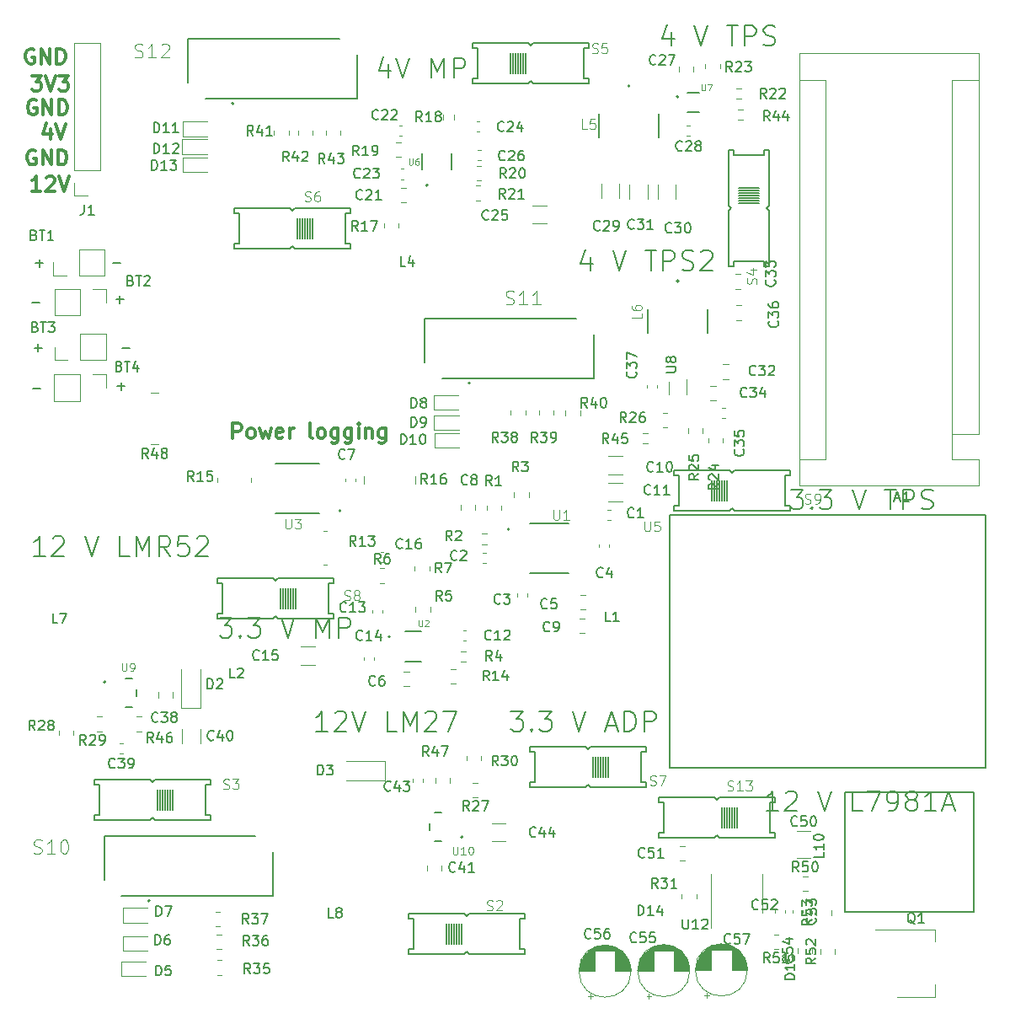
<source format=gbr>
%TF.GenerationSoftware,KiCad,Pcbnew,(5.1.8)-1*%
%TF.CreationDate,2021-05-10T11:21:08+03:00*%
%TF.ProjectId,PWR_SUB_SYS_PCB,5057525f-5355-4425-9f53-59535f504342,rev?*%
%TF.SameCoordinates,Original*%
%TF.FileFunction,Legend,Top*%
%TF.FilePolarity,Positive*%
%FSLAX46Y46*%
G04 Gerber Fmt 4.6, Leading zero omitted, Abs format (unit mm)*
G04 Created by KiCad (PCBNEW (5.1.8)-1) date 2021-05-10 11:21:08*
%MOMM*%
%LPD*%
G01*
G04 APERTURE LIST*
%ADD10C,0.150000*%
%ADD11C,0.300000*%
%ADD12C,0.120000*%
%ADD13C,0.127000*%
%ADD14C,0.200000*%
%ADD15C,0.015000*%
G04 APERTURE END LIST*
D10*
X145973847Y-89200028D02*
X146735752Y-89200028D01*
D11*
X137803128Y-73447971D02*
X136945985Y-73447971D01*
X137374557Y-73447971D02*
X137374557Y-71947971D01*
X137231700Y-72162257D01*
X137088842Y-72305114D01*
X136945985Y-72376542D01*
X138374557Y-72090828D02*
X138445985Y-72019400D01*
X138588842Y-71947971D01*
X138945985Y-71947971D01*
X139088842Y-72019400D01*
X139160271Y-72090828D01*
X139231700Y-72233685D01*
X139231700Y-72376542D01*
X139160271Y-72590828D01*
X138303128Y-73447971D01*
X139231700Y-73447971D01*
X139660271Y-71947971D02*
X140160271Y-73447971D01*
X140660271Y-71947971D01*
X137284042Y-69365100D02*
X137141185Y-69293671D01*
X136926900Y-69293671D01*
X136712614Y-69365100D01*
X136569757Y-69507957D01*
X136498328Y-69650814D01*
X136426900Y-69936528D01*
X136426900Y-70150814D01*
X136498328Y-70436528D01*
X136569757Y-70579385D01*
X136712614Y-70722242D01*
X136926900Y-70793671D01*
X137069757Y-70793671D01*
X137284042Y-70722242D01*
X137355471Y-70650814D01*
X137355471Y-70150814D01*
X137069757Y-70150814D01*
X137998328Y-70793671D02*
X137998328Y-69293671D01*
X138855471Y-70793671D01*
X138855471Y-69293671D01*
X139569757Y-70793671D02*
X139569757Y-69293671D01*
X139926900Y-69293671D01*
X140141185Y-69365100D01*
X140284042Y-69507957D01*
X140355471Y-69650814D01*
X140426900Y-69936528D01*
X140426900Y-70150814D01*
X140355471Y-70436528D01*
X140284042Y-70579385D01*
X140141185Y-70722242D01*
X139926900Y-70793671D01*
X139569757Y-70793671D01*
X138768257Y-67215571D02*
X138768257Y-68215571D01*
X138411114Y-66644142D02*
X138053971Y-67715571D01*
X138982542Y-67715571D01*
X139339685Y-66715571D02*
X139839685Y-68215571D01*
X140339685Y-66715571D01*
X136925357Y-61851471D02*
X137853928Y-61851471D01*
X137353928Y-62422900D01*
X137568214Y-62422900D01*
X137711071Y-62494328D01*
X137782500Y-62565757D01*
X137853928Y-62708614D01*
X137853928Y-63065757D01*
X137782500Y-63208614D01*
X137711071Y-63280042D01*
X137568214Y-63351471D01*
X137139642Y-63351471D01*
X136996785Y-63280042D01*
X136925357Y-63208614D01*
X138282500Y-61851471D02*
X138782500Y-63351471D01*
X139282500Y-61851471D01*
X139639642Y-61851471D02*
X140568214Y-61851471D01*
X140068214Y-62422900D01*
X140282500Y-62422900D01*
X140425357Y-62494328D01*
X140496785Y-62565757D01*
X140568214Y-62708614D01*
X140568214Y-63065757D01*
X140496785Y-63208614D01*
X140425357Y-63280042D01*
X140282500Y-63351471D01*
X139853928Y-63351471D01*
X139711071Y-63280042D01*
X139639642Y-63208614D01*
X137144342Y-59217800D02*
X137001485Y-59146371D01*
X136787200Y-59146371D01*
X136572914Y-59217800D01*
X136430057Y-59360657D01*
X136358628Y-59503514D01*
X136287200Y-59789228D01*
X136287200Y-60003514D01*
X136358628Y-60289228D01*
X136430057Y-60432085D01*
X136572914Y-60574942D01*
X136787200Y-60646371D01*
X136930057Y-60646371D01*
X137144342Y-60574942D01*
X137215771Y-60503514D01*
X137215771Y-60003514D01*
X136930057Y-60003514D01*
X137858628Y-60646371D02*
X137858628Y-59146371D01*
X138715771Y-60646371D01*
X138715771Y-59146371D01*
X139430057Y-60646371D02*
X139430057Y-59146371D01*
X139787200Y-59146371D01*
X140001485Y-59217800D01*
X140144342Y-59360657D01*
X140215771Y-59503514D01*
X140287200Y-59789228D01*
X140287200Y-60003514D01*
X140215771Y-60289228D01*
X140144342Y-60432085D01*
X140001485Y-60574942D01*
X139787200Y-60646371D01*
X139430057Y-60646371D01*
X137347542Y-64335900D02*
X137204685Y-64264471D01*
X136990400Y-64264471D01*
X136776114Y-64335900D01*
X136633257Y-64478757D01*
X136561828Y-64621614D01*
X136490400Y-64907328D01*
X136490400Y-65121614D01*
X136561828Y-65407328D01*
X136633257Y-65550185D01*
X136776114Y-65693042D01*
X136990400Y-65764471D01*
X137133257Y-65764471D01*
X137347542Y-65693042D01*
X137418971Y-65621614D01*
X137418971Y-65121614D01*
X137133257Y-65121614D01*
X138061828Y-65764471D02*
X138061828Y-64264471D01*
X138918971Y-65764471D01*
X138918971Y-64264471D01*
X139633257Y-65764471D02*
X139633257Y-64264471D01*
X139990400Y-64264471D01*
X140204685Y-64335900D01*
X140347542Y-64478757D01*
X140418971Y-64621614D01*
X140490400Y-64907328D01*
X140490400Y-65121614D01*
X140418971Y-65407328D01*
X140347542Y-65550185D01*
X140204685Y-65693042D01*
X139990400Y-65764471D01*
X139633257Y-65764471D01*
X157121428Y-98278571D02*
X157121428Y-96778571D01*
X157692857Y-96778571D01*
X157835714Y-96850000D01*
X157907142Y-96921428D01*
X157978571Y-97064285D01*
X157978571Y-97278571D01*
X157907142Y-97421428D01*
X157835714Y-97492857D01*
X157692857Y-97564285D01*
X157121428Y-97564285D01*
X158835714Y-98278571D02*
X158692857Y-98207142D01*
X158621428Y-98135714D01*
X158550000Y-97992857D01*
X158550000Y-97564285D01*
X158621428Y-97421428D01*
X158692857Y-97350000D01*
X158835714Y-97278571D01*
X159050000Y-97278571D01*
X159192857Y-97350000D01*
X159264285Y-97421428D01*
X159335714Y-97564285D01*
X159335714Y-97992857D01*
X159264285Y-98135714D01*
X159192857Y-98207142D01*
X159050000Y-98278571D01*
X158835714Y-98278571D01*
X159835714Y-97278571D02*
X160121428Y-98278571D01*
X160407142Y-97564285D01*
X160692857Y-98278571D01*
X160978571Y-97278571D01*
X162121428Y-98207142D02*
X161978571Y-98278571D01*
X161692857Y-98278571D01*
X161550000Y-98207142D01*
X161478571Y-98064285D01*
X161478571Y-97492857D01*
X161550000Y-97350000D01*
X161692857Y-97278571D01*
X161978571Y-97278571D01*
X162121428Y-97350000D01*
X162192857Y-97492857D01*
X162192857Y-97635714D01*
X161478571Y-97778571D01*
X162835714Y-98278571D02*
X162835714Y-97278571D01*
X162835714Y-97564285D02*
X162907142Y-97421428D01*
X162978571Y-97350000D01*
X163121428Y-97278571D01*
X163264285Y-97278571D01*
X165121428Y-98278571D02*
X164978571Y-98207142D01*
X164907142Y-98064285D01*
X164907142Y-96778571D01*
X165907142Y-98278571D02*
X165764285Y-98207142D01*
X165692857Y-98135714D01*
X165621428Y-97992857D01*
X165621428Y-97564285D01*
X165692857Y-97421428D01*
X165764285Y-97350000D01*
X165907142Y-97278571D01*
X166121428Y-97278571D01*
X166264285Y-97350000D01*
X166335714Y-97421428D01*
X166407142Y-97564285D01*
X166407142Y-97992857D01*
X166335714Y-98135714D01*
X166264285Y-98207142D01*
X166121428Y-98278571D01*
X165907142Y-98278571D01*
X167692857Y-97278571D02*
X167692857Y-98492857D01*
X167621428Y-98635714D01*
X167550000Y-98707142D01*
X167407142Y-98778571D01*
X167192857Y-98778571D01*
X167050000Y-98707142D01*
X167692857Y-98207142D02*
X167550000Y-98278571D01*
X167264285Y-98278571D01*
X167121428Y-98207142D01*
X167050000Y-98135714D01*
X166978571Y-97992857D01*
X166978571Y-97564285D01*
X167050000Y-97421428D01*
X167121428Y-97350000D01*
X167264285Y-97278571D01*
X167550000Y-97278571D01*
X167692857Y-97350000D01*
X169050000Y-97278571D02*
X169050000Y-98492857D01*
X168978571Y-98635714D01*
X168907142Y-98707142D01*
X168764285Y-98778571D01*
X168550000Y-98778571D01*
X168407142Y-98707142D01*
X169050000Y-98207142D02*
X168907142Y-98278571D01*
X168621428Y-98278571D01*
X168478571Y-98207142D01*
X168407142Y-98135714D01*
X168335714Y-97992857D01*
X168335714Y-97564285D01*
X168407142Y-97421428D01*
X168478571Y-97350000D01*
X168621428Y-97278571D01*
X168907142Y-97278571D01*
X169050000Y-97350000D01*
X169764285Y-98278571D02*
X169764285Y-97278571D01*
X169764285Y-96778571D02*
X169692857Y-96850000D01*
X169764285Y-96921428D01*
X169835714Y-96850000D01*
X169764285Y-96778571D01*
X169764285Y-96921428D01*
X170478571Y-97278571D02*
X170478571Y-98278571D01*
X170478571Y-97421428D02*
X170550000Y-97350000D01*
X170692857Y-97278571D01*
X170907142Y-97278571D01*
X171050000Y-97350000D01*
X171121428Y-97492857D01*
X171121428Y-98278571D01*
X172478571Y-97278571D02*
X172478571Y-98492857D01*
X172407142Y-98635714D01*
X172335714Y-98707142D01*
X172192857Y-98778571D01*
X171978571Y-98778571D01*
X171835714Y-98707142D01*
X172478571Y-98207142D02*
X172335714Y-98278571D01*
X172049999Y-98278571D01*
X171907142Y-98207142D01*
X171835714Y-98135714D01*
X171764285Y-97992857D01*
X171764285Y-97564285D01*
X171835714Y-97421428D01*
X171907142Y-97350000D01*
X172049999Y-97278571D01*
X172335714Y-97278571D01*
X172478571Y-97350000D01*
D10*
X213209523Y-103404761D02*
X214447619Y-103404761D01*
X213780952Y-104166666D01*
X214066666Y-104166666D01*
X214257142Y-104261904D01*
X214352380Y-104357142D01*
X214447619Y-104547619D01*
X214447619Y-105023809D01*
X214352380Y-105214285D01*
X214257142Y-105309523D01*
X214066666Y-105404761D01*
X213495238Y-105404761D01*
X213304761Y-105309523D01*
X213209523Y-105214285D01*
X215304761Y-105214285D02*
X215400000Y-105309523D01*
X215304761Y-105404761D01*
X215209523Y-105309523D01*
X215304761Y-105214285D01*
X215304761Y-105404761D01*
X216066666Y-103404761D02*
X217304761Y-103404761D01*
X216638095Y-104166666D01*
X216923809Y-104166666D01*
X217114285Y-104261904D01*
X217209523Y-104357142D01*
X217304761Y-104547619D01*
X217304761Y-105023809D01*
X217209523Y-105214285D01*
X217114285Y-105309523D01*
X216923809Y-105404761D01*
X216352380Y-105404761D01*
X216161904Y-105309523D01*
X216066666Y-105214285D01*
X219400000Y-103404761D02*
X220066666Y-105404761D01*
X220733333Y-103404761D01*
X222638095Y-103404761D02*
X223780952Y-103404761D01*
X223209523Y-105404761D02*
X223209523Y-103404761D01*
X224447619Y-105404761D02*
X224447619Y-103404761D01*
X225209523Y-103404761D01*
X225400000Y-103500000D01*
X225495238Y-103595238D01*
X225590476Y-103785714D01*
X225590476Y-104071428D01*
X225495238Y-104261904D01*
X225400000Y-104357142D01*
X225209523Y-104452380D01*
X224447619Y-104452380D01*
X226352380Y-105309523D02*
X226638095Y-105404761D01*
X227114285Y-105404761D01*
X227304761Y-105309523D01*
X227400000Y-105214285D01*
X227495238Y-105023809D01*
X227495238Y-104833333D01*
X227400000Y-104642857D01*
X227304761Y-104547619D01*
X227114285Y-104452380D01*
X226733333Y-104357142D01*
X226542857Y-104261904D01*
X226447619Y-104166666D01*
X226352380Y-103976190D01*
X226352380Y-103785714D01*
X226447619Y-103595238D01*
X226542857Y-103500000D01*
X226733333Y-103404761D01*
X227209523Y-103404761D01*
X227495238Y-103500000D01*
X166642857Y-127704761D02*
X165500000Y-127704761D01*
X166071428Y-127704761D02*
X166071428Y-125704761D01*
X165880952Y-125990476D01*
X165690476Y-126180952D01*
X165500000Y-126276190D01*
X167404761Y-125895238D02*
X167500000Y-125800000D01*
X167690476Y-125704761D01*
X168166666Y-125704761D01*
X168357142Y-125800000D01*
X168452380Y-125895238D01*
X168547619Y-126085714D01*
X168547619Y-126276190D01*
X168452380Y-126561904D01*
X167309523Y-127704761D01*
X168547619Y-127704761D01*
X169119047Y-125704761D02*
X169785714Y-127704761D01*
X170452380Y-125704761D01*
X173595238Y-127704761D02*
X172642857Y-127704761D01*
X172642857Y-125704761D01*
X174261904Y-127704761D02*
X174261904Y-125704761D01*
X174928571Y-127133333D01*
X175595238Y-125704761D01*
X175595238Y-127704761D01*
X176452380Y-125895238D02*
X176547619Y-125800000D01*
X176738095Y-125704761D01*
X177214285Y-125704761D01*
X177404761Y-125800000D01*
X177500000Y-125895238D01*
X177595238Y-126085714D01*
X177595238Y-126276190D01*
X177500000Y-126561904D01*
X176357142Y-127704761D01*
X177595238Y-127704761D01*
X178261904Y-125704761D02*
X179595238Y-125704761D01*
X178738095Y-127704761D01*
X193033333Y-80071428D02*
X193033333Y-81404761D01*
X192557142Y-79309523D02*
X192080952Y-80738095D01*
X193319047Y-80738095D01*
X195319047Y-79404761D02*
X195985714Y-81404761D01*
X196652380Y-79404761D01*
X198557142Y-79404761D02*
X199700000Y-79404761D01*
X199128571Y-81404761D02*
X199128571Y-79404761D01*
X200366666Y-81404761D02*
X200366666Y-79404761D01*
X201128571Y-79404761D01*
X201319047Y-79500000D01*
X201414285Y-79595238D01*
X201509523Y-79785714D01*
X201509523Y-80071428D01*
X201414285Y-80261904D01*
X201319047Y-80357142D01*
X201128571Y-80452380D01*
X200366666Y-80452380D01*
X202271428Y-81309523D02*
X202557142Y-81404761D01*
X203033333Y-81404761D01*
X203223809Y-81309523D01*
X203319047Y-81214285D01*
X203414285Y-81023809D01*
X203414285Y-80833333D01*
X203319047Y-80642857D01*
X203223809Y-80547619D01*
X203033333Y-80452380D01*
X202652380Y-80357142D01*
X202461904Y-80261904D01*
X202366666Y-80166666D01*
X202271428Y-79976190D01*
X202271428Y-79785714D01*
X202366666Y-79595238D01*
X202461904Y-79500000D01*
X202652380Y-79404761D01*
X203128571Y-79404761D01*
X203414285Y-79500000D01*
X204176190Y-79595238D02*
X204271428Y-79500000D01*
X204461904Y-79404761D01*
X204938095Y-79404761D01*
X205128571Y-79500000D01*
X205223809Y-79595238D01*
X205319047Y-79785714D01*
X205319047Y-79976190D01*
X205223809Y-80261904D01*
X204080952Y-81404761D01*
X205319047Y-81404761D01*
X201231454Y-57485968D02*
X201231454Y-58819301D01*
X200755263Y-56724063D02*
X200279073Y-58152635D01*
X201517168Y-58152635D01*
X203517168Y-56819301D02*
X204183835Y-58819301D01*
X204850501Y-56819301D01*
X206755263Y-56819301D02*
X207898120Y-56819301D01*
X207326692Y-58819301D02*
X207326692Y-56819301D01*
X208564787Y-58819301D02*
X208564787Y-56819301D01*
X209326692Y-56819301D01*
X209517168Y-56914540D01*
X209612406Y-57009778D01*
X209707644Y-57200254D01*
X209707644Y-57485968D01*
X209612406Y-57676444D01*
X209517168Y-57771682D01*
X209326692Y-57866920D01*
X208564787Y-57866920D01*
X210469549Y-58724063D02*
X210755263Y-58819301D01*
X211231454Y-58819301D01*
X211421930Y-58724063D01*
X211517168Y-58628825D01*
X211612406Y-58438349D01*
X211612406Y-58247873D01*
X211517168Y-58057397D01*
X211421930Y-57962159D01*
X211231454Y-57866920D01*
X210850501Y-57771682D01*
X210660025Y-57676444D01*
X210564787Y-57581206D01*
X210469549Y-57390730D01*
X210469549Y-57200254D01*
X210564787Y-57009778D01*
X210660025Y-56914540D01*
X210850501Y-56819301D01*
X211326692Y-56819301D01*
X211612406Y-56914540D01*
X155780952Y-116304761D02*
X157019047Y-116304761D01*
X156352380Y-117066666D01*
X156638095Y-117066666D01*
X156828571Y-117161904D01*
X156923809Y-117257142D01*
X157019047Y-117447619D01*
X157019047Y-117923809D01*
X156923809Y-118114285D01*
X156828571Y-118209523D01*
X156638095Y-118304761D01*
X156066666Y-118304761D01*
X155876190Y-118209523D01*
X155780952Y-118114285D01*
X157876190Y-118114285D02*
X157971428Y-118209523D01*
X157876190Y-118304761D01*
X157780952Y-118209523D01*
X157876190Y-118114285D01*
X157876190Y-118304761D01*
X158638095Y-116304761D02*
X159876190Y-116304761D01*
X159209523Y-117066666D01*
X159495238Y-117066666D01*
X159685714Y-117161904D01*
X159780952Y-117257142D01*
X159876190Y-117447619D01*
X159876190Y-117923809D01*
X159780952Y-118114285D01*
X159685714Y-118209523D01*
X159495238Y-118304761D01*
X158923809Y-118304761D01*
X158733333Y-118209523D01*
X158638095Y-118114285D01*
X161971428Y-116304761D02*
X162638095Y-118304761D01*
X163304761Y-116304761D01*
X165495238Y-118304761D02*
X165495238Y-116304761D01*
X166161904Y-117733333D01*
X166828571Y-116304761D01*
X166828571Y-118304761D01*
X167780952Y-118304761D02*
X167780952Y-116304761D01*
X168542857Y-116304761D01*
X168733333Y-116400000D01*
X168828571Y-116495238D01*
X168923809Y-116685714D01*
X168923809Y-116971428D01*
X168828571Y-117161904D01*
X168733333Y-117257142D01*
X168542857Y-117352380D01*
X167780952Y-117352380D01*
X211916404Y-135715261D02*
X210773547Y-135715261D01*
X211344976Y-135715261D02*
X211344976Y-133715261D01*
X211154500Y-134000976D01*
X210964023Y-134191452D01*
X210773547Y-134286690D01*
X212678309Y-133905738D02*
X212773547Y-133810500D01*
X212964023Y-133715261D01*
X213440214Y-133715261D01*
X213630690Y-133810500D01*
X213725928Y-133905738D01*
X213821166Y-134096214D01*
X213821166Y-134286690D01*
X213725928Y-134572404D01*
X212583071Y-135715261D01*
X213821166Y-135715261D01*
X215916404Y-133715261D02*
X216583071Y-135715261D01*
X217249738Y-133715261D01*
X220392595Y-135715261D02*
X219440214Y-135715261D01*
X219440214Y-133715261D01*
X220868785Y-133715261D02*
X222202119Y-133715261D01*
X221344976Y-135715261D01*
X223059261Y-135715261D02*
X223440214Y-135715261D01*
X223630690Y-135620023D01*
X223725928Y-135524785D01*
X223916404Y-135239071D01*
X224011642Y-134858119D01*
X224011642Y-134096214D01*
X223916404Y-133905738D01*
X223821166Y-133810500D01*
X223630690Y-133715261D01*
X223249738Y-133715261D01*
X223059261Y-133810500D01*
X222964023Y-133905738D01*
X222868785Y-134096214D01*
X222868785Y-134572404D01*
X222964023Y-134762880D01*
X223059261Y-134858119D01*
X223249738Y-134953357D01*
X223630690Y-134953357D01*
X223821166Y-134858119D01*
X223916404Y-134762880D01*
X224011642Y-134572404D01*
X225154500Y-134572404D02*
X224964023Y-134477166D01*
X224868785Y-134381928D01*
X224773547Y-134191452D01*
X224773547Y-134096214D01*
X224868785Y-133905738D01*
X224964023Y-133810500D01*
X225154500Y-133715261D01*
X225535452Y-133715261D01*
X225725928Y-133810500D01*
X225821166Y-133905738D01*
X225916404Y-134096214D01*
X225916404Y-134191452D01*
X225821166Y-134381928D01*
X225725928Y-134477166D01*
X225535452Y-134572404D01*
X225154500Y-134572404D01*
X224964023Y-134667642D01*
X224868785Y-134762880D01*
X224773547Y-134953357D01*
X224773547Y-135334309D01*
X224868785Y-135524785D01*
X224964023Y-135620023D01*
X225154500Y-135715261D01*
X225535452Y-135715261D01*
X225725928Y-135620023D01*
X225821166Y-135524785D01*
X225916404Y-135334309D01*
X225916404Y-134953357D01*
X225821166Y-134762880D01*
X225725928Y-134667642D01*
X225535452Y-134572404D01*
X227821166Y-135715261D02*
X226678309Y-135715261D01*
X227249738Y-135715261D02*
X227249738Y-133715261D01*
X227059261Y-134000976D01*
X226868785Y-134191452D01*
X226678309Y-134286690D01*
X228583071Y-135143833D02*
X229535452Y-135143833D01*
X228392595Y-135715261D02*
X229059261Y-133715261D01*
X229725928Y-135715261D01*
X145529347Y-93035428D02*
X146291252Y-93035428D01*
X145910300Y-93416380D02*
X145910300Y-92654476D01*
X137172747Y-89212728D02*
X137934652Y-89212728D01*
X137553700Y-89593680D02*
X137553700Y-88831776D01*
X145402347Y-84323228D02*
X146164252Y-84323228D01*
X145783300Y-84704180D02*
X145783300Y-83942276D01*
X137299747Y-80678328D02*
X138061652Y-80678328D01*
X137680700Y-81059280D02*
X137680700Y-80297376D01*
X137045747Y-93314828D02*
X137807652Y-93314828D01*
X136944147Y-84615328D02*
X137706052Y-84615328D01*
X145046747Y-80627528D02*
X145808652Y-80627528D01*
X138253152Y-110124761D02*
X137110295Y-110124761D01*
X137681723Y-110124761D02*
X137681723Y-108124761D01*
X137491247Y-108410476D01*
X137300771Y-108600952D01*
X137110295Y-108696190D01*
X139015057Y-108315238D02*
X139110295Y-108220000D01*
X139300771Y-108124761D01*
X139776961Y-108124761D01*
X139967438Y-108220000D01*
X140062676Y-108315238D01*
X140157914Y-108505714D01*
X140157914Y-108696190D01*
X140062676Y-108981904D01*
X138919819Y-110124761D01*
X140157914Y-110124761D01*
X142253152Y-108124761D02*
X142919819Y-110124761D01*
X143586485Y-108124761D01*
X146729342Y-110124761D02*
X145776961Y-110124761D01*
X145776961Y-108124761D01*
X147396009Y-110124761D02*
X147396009Y-108124761D01*
X148062676Y-109553333D01*
X148729342Y-108124761D01*
X148729342Y-110124761D01*
X150824580Y-110124761D02*
X150157914Y-109172380D01*
X149681723Y-110124761D02*
X149681723Y-108124761D01*
X150443628Y-108124761D01*
X150634104Y-108220000D01*
X150729342Y-108315238D01*
X150824580Y-108505714D01*
X150824580Y-108791428D01*
X150729342Y-108981904D01*
X150634104Y-109077142D01*
X150443628Y-109172380D01*
X149681723Y-109172380D01*
X152634104Y-108124761D02*
X151681723Y-108124761D01*
X151586485Y-109077142D01*
X151681723Y-108981904D01*
X151872200Y-108886666D01*
X152348390Y-108886666D01*
X152538866Y-108981904D01*
X152634104Y-109077142D01*
X152729342Y-109267619D01*
X152729342Y-109743809D01*
X152634104Y-109934285D01*
X152538866Y-110029523D01*
X152348390Y-110124761D01*
X151872200Y-110124761D01*
X151681723Y-110029523D01*
X151586485Y-109934285D01*
X153491247Y-108315238D02*
X153586485Y-108220000D01*
X153776961Y-108124761D01*
X154253152Y-108124761D01*
X154443628Y-108220000D01*
X154538866Y-108315238D01*
X154634104Y-108505714D01*
X154634104Y-108696190D01*
X154538866Y-108981904D01*
X153396009Y-110124761D01*
X154634104Y-110124761D01*
X172742647Y-60714308D02*
X172742647Y-62047641D01*
X172266457Y-59952403D02*
X171790266Y-61380975D01*
X173028361Y-61380975D01*
X173504552Y-60047641D02*
X174171219Y-62047641D01*
X174837885Y-60047641D01*
X177028361Y-62047641D02*
X177028361Y-60047641D01*
X177695028Y-61476213D01*
X178361695Y-60047641D01*
X178361695Y-62047641D01*
X179314076Y-62047641D02*
X179314076Y-60047641D01*
X180075980Y-60047641D01*
X180266457Y-60142880D01*
X180361695Y-60238118D01*
X180456933Y-60428594D01*
X180456933Y-60714308D01*
X180361695Y-60904784D01*
X180266457Y-61000022D01*
X180075980Y-61095260D01*
X179314076Y-61095260D01*
X185066666Y-125704761D02*
X186304761Y-125704761D01*
X185638095Y-126466666D01*
X185923809Y-126466666D01*
X186114285Y-126561904D01*
X186209523Y-126657142D01*
X186304761Y-126847619D01*
X186304761Y-127323809D01*
X186209523Y-127514285D01*
X186114285Y-127609523D01*
X185923809Y-127704761D01*
X185352380Y-127704761D01*
X185161904Y-127609523D01*
X185066666Y-127514285D01*
X187161904Y-127514285D02*
X187257142Y-127609523D01*
X187161904Y-127704761D01*
X187066666Y-127609523D01*
X187161904Y-127514285D01*
X187161904Y-127704761D01*
X187923809Y-125704761D02*
X189161904Y-125704761D01*
X188495238Y-126466666D01*
X188780952Y-126466666D01*
X188971428Y-126561904D01*
X189066666Y-126657142D01*
X189161904Y-126847619D01*
X189161904Y-127323809D01*
X189066666Y-127514285D01*
X188971428Y-127609523D01*
X188780952Y-127704761D01*
X188209523Y-127704761D01*
X188019047Y-127609523D01*
X187923809Y-127514285D01*
X191257142Y-125704761D02*
X191923809Y-127704761D01*
X192590476Y-125704761D01*
X194685714Y-127133333D02*
X195638095Y-127133333D01*
X194495238Y-127704761D02*
X195161904Y-125704761D01*
X195828571Y-127704761D01*
X196495238Y-127704761D02*
X196495238Y-125704761D01*
X196971428Y-125704761D01*
X197257142Y-125800000D01*
X197447619Y-125990476D01*
X197542857Y-126180952D01*
X197638095Y-126561904D01*
X197638095Y-126847619D01*
X197542857Y-127228571D01*
X197447619Y-127419047D01*
X197257142Y-127609523D01*
X196971428Y-127704761D01*
X196495238Y-127704761D01*
X198495238Y-127704761D02*
X198495238Y-125704761D01*
X199257142Y-125704761D01*
X199447619Y-125800000D01*
X199542857Y-125895238D01*
X199638095Y-126085714D01*
X199638095Y-126371428D01*
X199542857Y-126561904D01*
X199447619Y-126657142D01*
X199257142Y-126752380D01*
X198495238Y-126752380D01*
D12*
%TO.C,R48*%
X149624352Y-93668700D02*
X148901848Y-93668700D01*
X149624352Y-98888700D02*
X148901848Y-98888700D01*
%TO.C,A1*%
X214055500Y-103050800D02*
X232095500Y-103050800D01*
X214055500Y-59610800D02*
X214055500Y-103050800D01*
X232095500Y-59610800D02*
X214055500Y-59610800D01*
X229425500Y-62280800D02*
X232095500Y-62280800D01*
X229425500Y-97840800D02*
X229425500Y-62280800D01*
X229425500Y-97840800D02*
X232095500Y-97840800D01*
X216725500Y-62280800D02*
X214055500Y-62280800D01*
X216725500Y-100380800D02*
X216725500Y-62280800D01*
X216725500Y-100380800D02*
X214055500Y-100380800D01*
X232095500Y-103050800D02*
X232095500Y-100380800D01*
X232095500Y-97840800D02*
X232095500Y-59610800D01*
X229425500Y-100380800D02*
X232095500Y-100380800D01*
X229425500Y-97840800D02*
X229425500Y-100380800D01*
%TO.C,BT1*%
X144255800Y-81936900D02*
X144255800Y-79276900D01*
X141655800Y-81936900D02*
X144255800Y-81936900D01*
X141655800Y-79276900D02*
X144255800Y-79276900D01*
X141655800Y-81936900D02*
X141655800Y-79276900D01*
X140385800Y-81936900D02*
X139055800Y-81936900D01*
X139055800Y-81936900D02*
X139055800Y-80606900D01*
%TO.C,BT2*%
X139195500Y-83277400D02*
X139195500Y-85937400D01*
X141795500Y-83277400D02*
X139195500Y-83277400D01*
X141795500Y-85937400D02*
X139195500Y-85937400D01*
X141795500Y-83277400D02*
X141795500Y-85937400D01*
X143065500Y-83277400D02*
X144395500Y-83277400D01*
X144395500Y-83277400D02*
X144395500Y-84607400D01*
%TO.C,BT3*%
X139182800Y-90420500D02*
X139182800Y-89090500D01*
X140512800Y-90420500D02*
X139182800Y-90420500D01*
X141782800Y-90420500D02*
X141782800Y-87760500D01*
X141782800Y-87760500D02*
X144382800Y-87760500D01*
X141782800Y-90420500D02*
X144382800Y-90420500D01*
X144382800Y-90420500D02*
X144382800Y-87760500D01*
%TO.C,BT4*%
X144370100Y-91849900D02*
X144370100Y-93179900D01*
X143040100Y-91849900D02*
X144370100Y-91849900D01*
X141770100Y-91849900D02*
X141770100Y-94509900D01*
X141770100Y-94509900D02*
X139170100Y-94509900D01*
X141770100Y-91849900D02*
X139170100Y-91849900D01*
X139170100Y-91849900D02*
X139170100Y-94509900D01*
%TO.C,C1*%
X194778533Y-105443500D02*
X195071067Y-105443500D01*
X194778533Y-106463500D02*
X195071067Y-106463500D01*
%TO.C,C2*%
X182563767Y-109786900D02*
X182271233Y-109786900D01*
X182563767Y-110806900D02*
X182271233Y-110806900D01*
%TO.C,C3*%
X186711000Y-113883333D02*
X186711000Y-114175867D01*
X185691000Y-113883333D02*
X185691000Y-114175867D01*
%TO.C,C4*%
X194910000Y-109208767D02*
X194910000Y-108916233D01*
X193890000Y-109208767D02*
X193890000Y-108916233D01*
%TO.C,C5*%
X192542652Y-115469000D02*
X192020148Y-115469000D01*
X192542652Y-113999000D02*
X192020148Y-113999000D01*
%TO.C,C6*%
X174304248Y-123158100D02*
X174826752Y-123158100D01*
X174304248Y-121688100D02*
X174826752Y-121688100D01*
%TO.C,C7*%
X168438100Y-102598267D02*
X168438100Y-102305733D01*
X169458100Y-102598267D02*
X169458100Y-102305733D01*
%TO.C,C8*%
X181495500Y-105491752D02*
X181495500Y-104969248D01*
X180025500Y-105491752D02*
X180025500Y-104969248D01*
%TO.C,C9*%
X192517252Y-117869300D02*
X191994748Y-117869300D01*
X192517252Y-116399300D02*
X191994748Y-116399300D01*
%TO.C,C10*%
X194862748Y-101910500D02*
X196285252Y-101910500D01*
X194862748Y-100090500D02*
X196285252Y-100090500D01*
%TO.C,C11*%
X194850048Y-104602900D02*
X196272552Y-104602900D01*
X194850048Y-102782900D02*
X196272552Y-102782900D01*
%TO.C,C12*%
X180265133Y-118564300D02*
X180557667Y-118564300D01*
X180265133Y-117544300D02*
X180557667Y-117544300D01*
%TO.C,C13*%
X172133000Y-115801367D02*
X172133000Y-115508833D01*
X171113000Y-115801367D02*
X171113000Y-115508833D01*
%TO.C,C14*%
X170290000Y-120559467D02*
X170290000Y-120266933D01*
X171310000Y-120559467D02*
X171310000Y-120266933D01*
%TO.C,C15*%
X163926248Y-119190000D02*
X165348752Y-119190000D01*
X163926248Y-121010000D02*
X165348752Y-121010000D01*
%TO.C,C16*%
X171953733Y-109690000D02*
X172246267Y-109690000D01*
X171953733Y-110710000D02*
X172246267Y-110710000D01*
%TO.C,C21*%
X174559952Y-74560100D02*
X174037448Y-74560100D01*
X174559952Y-73090100D02*
X174037448Y-73090100D01*
%TO.C,C22*%
X174111967Y-67883500D02*
X173819433Y-67883500D01*
X174111967Y-66863500D02*
X173819433Y-66863500D01*
%TO.C,C23*%
X174315167Y-71219600D02*
X174022633Y-71219600D01*
X174315167Y-72239600D02*
X174022633Y-72239600D01*
%TO.C,C24*%
X181640433Y-67477100D02*
X181932967Y-67477100D01*
X181640433Y-66457100D02*
X181932967Y-66457100D01*
%TO.C,C25*%
X187235648Y-74896300D02*
X188658152Y-74896300D01*
X187235648Y-76716300D02*
X188658152Y-76716300D01*
%TO.C,C26*%
X182049467Y-69340000D02*
X181756933Y-69340000D01*
X182049467Y-70360000D02*
X181756933Y-70360000D01*
%TO.C,C27*%
X201946840Y-61418192D02*
X201946840Y-60895688D01*
X203416840Y-61418192D02*
X203416840Y-60895688D01*
%TO.C,C28*%
X202752573Y-66853340D02*
X203045107Y-66853340D01*
X202752573Y-67873340D02*
X203045107Y-67873340D01*
%TO.C,C29*%
X195982000Y-72743408D02*
X195982000Y-74165912D01*
X194162000Y-72743408D02*
X194162000Y-74165912D01*
%TO.C,C30*%
X201624299Y-72786209D02*
X201624299Y-74208713D01*
X199804299Y-72786209D02*
X199804299Y-74208713D01*
%TO.C,C31*%
X197006800Y-72794208D02*
X197006800Y-74216712D01*
X198826800Y-72794208D02*
X198826800Y-74216712D01*
%TO.C,C32*%
X206401248Y-92335000D02*
X206923752Y-92335000D01*
X206401248Y-90865000D02*
X206923752Y-90865000D01*
%TO.C,C33*%
X207650548Y-83253400D02*
X208173052Y-83253400D01*
X207650548Y-81783400D02*
X208173052Y-81783400D01*
%TO.C,C34*%
X205123248Y-92984800D02*
X205645752Y-92984800D01*
X205123248Y-94454800D02*
X205645752Y-94454800D01*
%TO.C,C35*%
X206300033Y-96223700D02*
X206592567Y-96223700D01*
X206300033Y-95203700D02*
X206592567Y-95203700D01*
%TO.C,C36*%
X207710148Y-86390300D02*
X208232652Y-86390300D01*
X207710148Y-84920300D02*
X208232652Y-84920300D01*
%TO.C,C37*%
X199794600Y-93218367D02*
X199794600Y-92925833D01*
X198774600Y-93218367D02*
X198774600Y-92925833D01*
%TO.C,C38*%
X151103000Y-123788448D02*
X151103000Y-124310952D01*
X149633000Y-123788448D02*
X149633000Y-124310952D01*
%TO.C,C39*%
X146057667Y-129935700D02*
X145765133Y-129935700D01*
X146057667Y-128915700D02*
X145765133Y-128915700D01*
%TO.C,C40*%
X152023400Y-127495648D02*
X152023400Y-128918152D01*
X153843400Y-127495648D02*
X153843400Y-128918152D01*
%TO.C,C41*%
X178090500Y-141174748D02*
X178090500Y-141697252D01*
X176620500Y-141174748D02*
X176620500Y-141697252D01*
%TO.C,C43*%
X175207200Y-132516833D02*
X175207200Y-132809367D01*
X176227200Y-132516833D02*
X176227200Y-132809367D01*
%TO.C,C44*%
X183135747Y-136948699D02*
X184558251Y-136948699D01*
X183135747Y-138768699D02*
X184558251Y-138768699D01*
%TO.C,D2*%
X151895300Y-125338400D02*
X151895300Y-121438400D01*
X153895300Y-125338400D02*
X153895300Y-121438400D01*
X151895300Y-125338400D02*
X153895300Y-125338400D01*
%TO.C,D3*%
X172430000Y-132673600D02*
X168530000Y-132673600D01*
X172430000Y-130673600D02*
X168530000Y-130673600D01*
X172430000Y-132673600D02*
X172430000Y-130673600D01*
%TO.C,D5*%
X148400700Y-150839500D02*
X145940700Y-150839500D01*
X145940700Y-150839500D02*
X145940700Y-152309500D01*
X145940700Y-152309500D02*
X148400700Y-152309500D01*
%TO.C,D6*%
X146042300Y-149756800D02*
X148502300Y-149756800D01*
X146042300Y-148286800D02*
X146042300Y-149756800D01*
X148502300Y-148286800D02*
X146042300Y-148286800D01*
%TO.C,D7*%
X148527700Y-145467400D02*
X146067700Y-145467400D01*
X146067700Y-145467400D02*
X146067700Y-146937400D01*
X146067700Y-146937400D02*
X148527700Y-146937400D01*
%TO.C,D8*%
X177350240Y-95436940D02*
X179810240Y-95436940D01*
X177350240Y-93966940D02*
X177350240Y-95436940D01*
X179810240Y-93966940D02*
X177350240Y-93966940D01*
%TO.C,D9*%
X177362940Y-97418140D02*
X179822940Y-97418140D01*
X177362940Y-95948140D02*
X177362940Y-97418140D01*
X179822940Y-95948140D02*
X177362940Y-95948140D01*
%TO.C,D10*%
X179861040Y-97764240D02*
X177401040Y-97764240D01*
X177401040Y-97764240D02*
X177401040Y-99234240D01*
X177401040Y-99234240D02*
X179861040Y-99234240D01*
%TO.C,D11*%
X154525000Y-66465000D02*
X152065000Y-66465000D01*
X152065000Y-66465000D02*
X152065000Y-67935000D01*
X152065000Y-67935000D02*
X154525000Y-67935000D01*
%TO.C,D12*%
X152045300Y-69719480D02*
X154505300Y-69719480D01*
X152045300Y-68249480D02*
X152045300Y-69719480D01*
X154505300Y-68249480D02*
X152045300Y-68249480D01*
%TO.C,D13*%
X152065000Y-71535000D02*
X154525000Y-71535000D01*
X152065000Y-70065000D02*
X152065000Y-71535000D01*
X154525000Y-70065000D02*
X152065000Y-70065000D01*
D13*
%TO.C,L5*%
X199933820Y-65682780D02*
X199933820Y-68082780D01*
X193933820Y-65682780D02*
X193933820Y-68082780D01*
D14*
X197033820Y-62882780D02*
G75*
G03*
X197033820Y-62882780I-100000J0D01*
G01*
%TO.C,L6*%
X201924600Y-82480300D02*
G75*
G03*
X201924600Y-82480300I-100000J0D01*
G01*
D13*
X198824600Y-85280300D02*
X198824600Y-87680300D01*
X204824600Y-85280300D02*
X204824600Y-87680300D01*
D12*
%TO.C,R1*%
X182629000Y-105474164D02*
X182629000Y-105020036D01*
X184099000Y-105474164D02*
X184099000Y-105020036D01*
%TO.C,R2*%
X182654724Y-107877500D02*
X182145276Y-107877500D01*
X182654724Y-108922500D02*
X182145276Y-108922500D01*
%TO.C,R3*%
X185402500Y-104177264D02*
X185402500Y-103723136D01*
X186872500Y-104177264D02*
X186872500Y-103723136D01*
%TO.C,R4*%
X180551824Y-120697700D02*
X180042376Y-120697700D01*
X180551824Y-119652700D02*
X180042376Y-119652700D01*
%TO.C,R5*%
X175472700Y-115239736D02*
X175472700Y-115693864D01*
X176942700Y-115239736D02*
X176942700Y-115693864D01*
%TO.C,R6*%
X171894536Y-112794900D02*
X172348664Y-112794900D01*
X171894536Y-111324900D02*
X172348664Y-111324900D01*
%TO.C,R7*%
X175396500Y-111575764D02*
X175396500Y-111121636D01*
X176866500Y-111575764D02*
X176866500Y-111121636D01*
%TO.C,R13*%
X166238517Y-107586200D02*
X166604483Y-107586200D01*
X166238517Y-111006200D02*
X166604483Y-111006200D01*
%TO.C,R14*%
X179508164Y-122904100D02*
X179054036Y-122904100D01*
X179508164Y-121434100D02*
X179054036Y-121434100D01*
%TO.C,R15*%
X155528700Y-102292617D02*
X155528700Y-102658583D01*
X158948700Y-102292617D02*
X158948700Y-102658583D01*
%TO.C,R16*%
X170262400Y-102115048D02*
X170262400Y-102837552D01*
X175482400Y-102115048D02*
X175482400Y-102837552D01*
%TO.C,R17*%
X172315200Y-76680836D02*
X172315200Y-77134964D01*
X173785200Y-76680836D02*
X173785200Y-77134964D01*
%TO.C,R18*%
X179338500Y-66282024D02*
X179338500Y-65772576D01*
X178293500Y-66282024D02*
X178293500Y-65772576D01*
%TO.C,R19*%
X173550336Y-68518100D02*
X174004464Y-68518100D01*
X173550336Y-69988100D02*
X174004464Y-69988100D01*
%TO.C,R20*%
X182078364Y-72363000D02*
X181624236Y-72363000D01*
X182078364Y-70893000D02*
X181624236Y-70893000D01*
%TO.C,R21*%
X181544736Y-74369600D02*
X181998864Y-74369600D01*
X181544736Y-72899600D02*
X181998864Y-72899600D01*
%TO.C,R22*%
X207708416Y-64177440D02*
X208217864Y-64177440D01*
X207708416Y-63132440D02*
X208217864Y-63132440D01*
%TO.C,R23*%
X204613840Y-61142104D02*
X204613840Y-60687976D01*
X206083840Y-61142104D02*
X206083840Y-60687976D01*
%TO.C,R24*%
X206369600Y-98731464D02*
X206369600Y-98277336D01*
X204899600Y-98731464D02*
X204899600Y-98277336D01*
%TO.C,R25*%
X204350300Y-97274036D02*
X204350300Y-97728164D01*
X202880300Y-97274036D02*
X202880300Y-97728164D01*
%TO.C,R26*%
X200810364Y-95740700D02*
X200356236Y-95740700D01*
X200810364Y-97210700D02*
X200356236Y-97210700D01*
%TO.C,R27*%
X181243236Y-134351700D02*
X181697364Y-134351700D01*
X181243236Y-132881700D02*
X181697364Y-132881700D01*
%TO.C,R28*%
X139638100Y-127620536D02*
X139638100Y-128074664D01*
X141108100Y-127620536D02*
X141108100Y-128074664D01*
%TO.C,R29*%
X143930864Y-127709600D02*
X143476736Y-127709600D01*
X143930864Y-126239600D02*
X143476736Y-126239600D01*
%TO.C,R30*%
X180608300Y-130608564D02*
X180608300Y-130154436D01*
X182078300Y-130608564D02*
X182078300Y-130154436D01*
%TO.C,R35*%
X156005264Y-150712500D02*
X155551136Y-150712500D01*
X156005264Y-152182500D02*
X155551136Y-152182500D01*
%TO.C,R36*%
X155967164Y-148147100D02*
X155513036Y-148147100D01*
X155967164Y-149617100D02*
X155513036Y-149617100D01*
%TO.C,R37*%
X155830764Y-145823000D02*
X155376636Y-145823000D01*
X155830764Y-147293000D02*
X155376636Y-147293000D01*
%TO.C,R38*%
X185043040Y-95474876D02*
X185043040Y-95929004D01*
X186513040Y-95474876D02*
X186513040Y-95929004D01*
%TO.C,R39*%
X187900540Y-95490876D02*
X187900540Y-95945004D01*
X189370540Y-95490876D02*
X189370540Y-95945004D01*
%TO.C,R40*%
X190554840Y-95494176D02*
X190554840Y-95948304D01*
X192024840Y-95494176D02*
X192024840Y-95948304D01*
%TO.C,R41*%
X162735000Y-67372936D02*
X162735000Y-67827064D01*
X161265000Y-67372936D02*
X161265000Y-67827064D01*
%TO.C,R42*%
X163665000Y-67372936D02*
X163665000Y-67827064D01*
X165135000Y-67372936D02*
X165135000Y-67827064D01*
%TO.C,R43*%
X167935000Y-67372936D02*
X167935000Y-67827064D01*
X166465000Y-67372936D02*
X166465000Y-67827064D01*
%TO.C,R44*%
X208370264Y-66285640D02*
X207860816Y-66285640D01*
X208370264Y-65240640D02*
X207860816Y-65240640D01*
%TO.C,R45*%
X198867224Y-98822500D02*
X198357776Y-98822500D01*
X198867224Y-97777500D02*
X198357776Y-97777500D01*
%TO.C,R46*%
X147915364Y-127722300D02*
X147461236Y-127722300D01*
X147915364Y-126252300D02*
X147461236Y-126252300D01*
%TO.C,R47*%
X178928700Y-132415036D02*
X178928700Y-132869164D01*
X177458700Y-132415036D02*
X177458700Y-132869164D01*
D13*
%TO.C,S2*%
X174764700Y-146011900D02*
X180352700Y-146011900D01*
X180352700Y-146011900D02*
X180606700Y-146265900D01*
X180606700Y-146265900D02*
X180860700Y-146011900D01*
X180860700Y-146011900D02*
X186448700Y-146011900D01*
X186448700Y-146011900D02*
X186448700Y-146519900D01*
X186448700Y-146519900D02*
X185940700Y-146519900D01*
X185940700Y-146519900D02*
X185940700Y-149567900D01*
X185940700Y-149567900D02*
X186448700Y-149567900D01*
X186448700Y-149567900D02*
X186448700Y-150075900D01*
X186448700Y-150075900D02*
X180860700Y-150075900D01*
X180860700Y-150075900D02*
X180606700Y-149821900D01*
X180606700Y-149821900D02*
X180352700Y-150075900D01*
X180352700Y-150075900D02*
X174764700Y-150075900D01*
X174764700Y-150075900D02*
X174764700Y-149567900D01*
X174764700Y-149567900D02*
X175272700Y-149567900D01*
X175272700Y-149567900D02*
X175272700Y-146519900D01*
X175272700Y-146519900D02*
X174764700Y-146519900D01*
X174764700Y-146519900D02*
X174764700Y-146011900D01*
X178574700Y-147027900D02*
X178574700Y-149059900D01*
X178828700Y-149059900D02*
X178828700Y-147027900D01*
X179082700Y-147027900D02*
X179082700Y-149059900D01*
X179336700Y-149059900D02*
X179336700Y-147027900D01*
X179590700Y-147027900D02*
X179590700Y-149059900D01*
X179844700Y-149059900D02*
X179844700Y-147027900D01*
X180098700Y-147027900D02*
X180098700Y-149059900D01*
%TO.C,S3*%
X154927300Y-136601200D02*
X149339300Y-136601200D01*
X149339300Y-136601200D02*
X149085300Y-136347200D01*
X149085300Y-136347200D02*
X148831300Y-136601200D01*
X148831300Y-136601200D02*
X143243300Y-136601200D01*
X143243300Y-136601200D02*
X143243300Y-136093200D01*
X143243300Y-136093200D02*
X143751300Y-136093200D01*
X143751300Y-136093200D02*
X143751300Y-133045200D01*
X143751300Y-133045200D02*
X143243300Y-133045200D01*
X143243300Y-133045200D02*
X143243300Y-132537200D01*
X143243300Y-132537200D02*
X148831300Y-132537200D01*
X148831300Y-132537200D02*
X149085300Y-132791200D01*
X149085300Y-132791200D02*
X149339300Y-132537200D01*
X149339300Y-132537200D02*
X154927300Y-132537200D01*
X154927300Y-132537200D02*
X154927300Y-133045200D01*
X154927300Y-133045200D02*
X154419300Y-133045200D01*
X154419300Y-133045200D02*
X154419300Y-136093200D01*
X154419300Y-136093200D02*
X154927300Y-136093200D01*
X154927300Y-136093200D02*
X154927300Y-136601200D01*
X151117300Y-135585200D02*
X151117300Y-133553200D01*
X150863300Y-133553200D02*
X150863300Y-135585200D01*
X150609300Y-135585200D02*
X150609300Y-133553200D01*
X150355300Y-133553200D02*
X150355300Y-135585200D01*
X150101300Y-135585200D02*
X150101300Y-133553200D01*
X149847300Y-133553200D02*
X149847300Y-135585200D01*
X149593300Y-135585200D02*
X149593300Y-133553200D01*
%TO.C,S4*%
X210016000Y-74692000D02*
X207984000Y-74692000D01*
X207984000Y-74438000D02*
X210016000Y-74438000D01*
X210016000Y-74184000D02*
X207984000Y-74184000D01*
X207984000Y-73930000D02*
X210016000Y-73930000D01*
X210016000Y-73676000D02*
X207984000Y-73676000D01*
X207984000Y-73422000D02*
X210016000Y-73422000D01*
X210016000Y-73168000D02*
X207984000Y-73168000D01*
X210524000Y-69358000D02*
X211032000Y-69358000D01*
X210524000Y-69866000D02*
X210524000Y-69358000D01*
X207476000Y-69866000D02*
X210524000Y-69866000D01*
X207476000Y-69358000D02*
X207476000Y-69866000D01*
X206968000Y-69358000D02*
X207476000Y-69358000D01*
X206968000Y-74946000D02*
X206968000Y-69358000D01*
X207222000Y-75200000D02*
X206968000Y-74946000D01*
X206968000Y-75454000D02*
X207222000Y-75200000D01*
X206968000Y-81042000D02*
X206968000Y-75454000D01*
X207476000Y-81042000D02*
X206968000Y-81042000D01*
X207476000Y-80534000D02*
X207476000Y-81042000D01*
X210524000Y-80534000D02*
X207476000Y-80534000D01*
X210524000Y-81042000D02*
X210524000Y-80534000D01*
X211032000Y-81042000D02*
X210524000Y-81042000D01*
X211032000Y-75454000D02*
X211032000Y-81042000D01*
X210778000Y-75200000D02*
X211032000Y-75454000D01*
X211032000Y-74946000D02*
X210778000Y-75200000D01*
X211032000Y-69358000D02*
X211032000Y-74946000D01*
%TO.C,S5*%
X181183280Y-58544460D02*
X186771280Y-58544460D01*
X186771280Y-58544460D02*
X187025280Y-58798460D01*
X187025280Y-58798460D02*
X187279280Y-58544460D01*
X187279280Y-58544460D02*
X192867280Y-58544460D01*
X192867280Y-58544460D02*
X192867280Y-59052460D01*
X192867280Y-59052460D02*
X192359280Y-59052460D01*
X192359280Y-59052460D02*
X192359280Y-62100460D01*
X192359280Y-62100460D02*
X192867280Y-62100460D01*
X192867280Y-62100460D02*
X192867280Y-62608460D01*
X192867280Y-62608460D02*
X187279280Y-62608460D01*
X187279280Y-62608460D02*
X187025280Y-62354460D01*
X187025280Y-62354460D02*
X186771280Y-62608460D01*
X186771280Y-62608460D02*
X181183280Y-62608460D01*
X181183280Y-62608460D02*
X181183280Y-62100460D01*
X181183280Y-62100460D02*
X181691280Y-62100460D01*
X181691280Y-62100460D02*
X181691280Y-59052460D01*
X181691280Y-59052460D02*
X181183280Y-59052460D01*
X181183280Y-59052460D02*
X181183280Y-58544460D01*
X184993280Y-59560460D02*
X184993280Y-61592460D01*
X185247280Y-61592460D02*
X185247280Y-59560460D01*
X185501280Y-59560460D02*
X185501280Y-61592460D01*
X185755280Y-61592460D02*
X185755280Y-59560460D01*
X186009280Y-59560460D02*
X186009280Y-61592460D01*
X186263280Y-61592460D02*
X186263280Y-59560460D01*
X186517280Y-59560460D02*
X186517280Y-61592460D01*
%TO.C,S6*%
X163626800Y-78211680D02*
X163626800Y-76179680D01*
X163880800Y-76179680D02*
X163880800Y-78211680D01*
X164134800Y-78211680D02*
X164134800Y-76179680D01*
X164388800Y-76179680D02*
X164388800Y-78211680D01*
X164642800Y-78211680D02*
X164642800Y-76179680D01*
X164896800Y-76179680D02*
X164896800Y-78211680D01*
X165150800Y-78211680D02*
X165150800Y-76179680D01*
X168960800Y-78719680D02*
X168960800Y-79227680D01*
X168452800Y-78719680D02*
X168960800Y-78719680D01*
X168452800Y-75671680D02*
X168452800Y-78719680D01*
X168960800Y-75671680D02*
X168452800Y-75671680D01*
X168960800Y-75163680D02*
X168960800Y-75671680D01*
X163372800Y-75163680D02*
X168960800Y-75163680D01*
X163118800Y-75417680D02*
X163372800Y-75163680D01*
X162864800Y-75163680D02*
X163118800Y-75417680D01*
X157276800Y-75163680D02*
X162864800Y-75163680D01*
X157276800Y-75671680D02*
X157276800Y-75163680D01*
X157784800Y-75671680D02*
X157276800Y-75671680D01*
X157784800Y-78719680D02*
X157784800Y-75671680D01*
X157276800Y-78719680D02*
X157784800Y-78719680D01*
X157276800Y-79227680D02*
X157276800Y-78719680D01*
X162864800Y-79227680D02*
X157276800Y-79227680D01*
X163118800Y-78973680D02*
X162864800Y-79227680D01*
X163372800Y-79227680D02*
X163118800Y-78973680D01*
X168960800Y-79227680D02*
X163372800Y-79227680D01*
%TO.C,S7*%
X198682000Y-133332000D02*
X193094000Y-133332000D01*
X193094000Y-133332000D02*
X192840000Y-133078000D01*
X192840000Y-133078000D02*
X192586000Y-133332000D01*
X192586000Y-133332000D02*
X186998000Y-133332000D01*
X186998000Y-133332000D02*
X186998000Y-132824000D01*
X186998000Y-132824000D02*
X187506000Y-132824000D01*
X187506000Y-132824000D02*
X187506000Y-129776000D01*
X187506000Y-129776000D02*
X186998000Y-129776000D01*
X186998000Y-129776000D02*
X186998000Y-129268000D01*
X186998000Y-129268000D02*
X192586000Y-129268000D01*
X192586000Y-129268000D02*
X192840000Y-129522000D01*
X192840000Y-129522000D02*
X193094000Y-129268000D01*
X193094000Y-129268000D02*
X198682000Y-129268000D01*
X198682000Y-129268000D02*
X198682000Y-129776000D01*
X198682000Y-129776000D02*
X198174000Y-129776000D01*
X198174000Y-129776000D02*
X198174000Y-132824000D01*
X198174000Y-132824000D02*
X198682000Y-132824000D01*
X198682000Y-132824000D02*
X198682000Y-133332000D01*
X194872000Y-132316000D02*
X194872000Y-130284000D01*
X194618000Y-130284000D02*
X194618000Y-132316000D01*
X194364000Y-132316000D02*
X194364000Y-130284000D01*
X194110000Y-130284000D02*
X194110000Y-132316000D01*
X193856000Y-132316000D02*
X193856000Y-130284000D01*
X193602000Y-130284000D02*
X193602000Y-132316000D01*
X193348000Y-132316000D02*
X193348000Y-130284000D01*
%TO.C,S8*%
X161908000Y-115416000D02*
X161908000Y-113384000D01*
X162162000Y-113384000D02*
X162162000Y-115416000D01*
X162416000Y-115416000D02*
X162416000Y-113384000D01*
X162670000Y-113384000D02*
X162670000Y-115416000D01*
X162924000Y-115416000D02*
X162924000Y-113384000D01*
X163178000Y-113384000D02*
X163178000Y-115416000D01*
X163432000Y-115416000D02*
X163432000Y-113384000D01*
X167242000Y-115924000D02*
X167242000Y-116432000D01*
X166734000Y-115924000D02*
X167242000Y-115924000D01*
X166734000Y-112876000D02*
X166734000Y-115924000D01*
X167242000Y-112876000D02*
X166734000Y-112876000D01*
X167242000Y-112368000D02*
X167242000Y-112876000D01*
X161654000Y-112368000D02*
X167242000Y-112368000D01*
X161400000Y-112622000D02*
X161654000Y-112368000D01*
X161146000Y-112368000D02*
X161400000Y-112622000D01*
X155558000Y-112368000D02*
X161146000Y-112368000D01*
X155558000Y-112876000D02*
X155558000Y-112368000D01*
X156066000Y-112876000D02*
X155558000Y-112876000D01*
X156066000Y-115924000D02*
X156066000Y-112876000D01*
X155558000Y-115924000D02*
X156066000Y-115924000D01*
X155558000Y-116432000D02*
X155558000Y-115924000D01*
X161146000Y-116432000D02*
X155558000Y-116432000D01*
X161400000Y-116178000D02*
X161146000Y-116432000D01*
X161654000Y-116432000D02*
X161400000Y-116178000D01*
X167242000Y-116432000D02*
X161654000Y-116432000D01*
%TO.C,S9*%
X206752000Y-102484000D02*
X206752000Y-104516000D01*
X206498000Y-104516000D02*
X206498000Y-102484000D01*
X206244000Y-102484000D02*
X206244000Y-104516000D01*
X205990000Y-104516000D02*
X205990000Y-102484000D01*
X205736000Y-102484000D02*
X205736000Y-104516000D01*
X205482000Y-104516000D02*
X205482000Y-102484000D01*
X205228000Y-102484000D02*
X205228000Y-104516000D01*
X201418000Y-101976000D02*
X201418000Y-101468000D01*
X201926000Y-101976000D02*
X201418000Y-101976000D01*
X201926000Y-105024000D02*
X201926000Y-101976000D01*
X201418000Y-105024000D02*
X201926000Y-105024000D01*
X201418000Y-105532000D02*
X201418000Y-105024000D01*
X207006000Y-105532000D02*
X201418000Y-105532000D01*
X207260000Y-105278000D02*
X207006000Y-105532000D01*
X207514000Y-105532000D02*
X207260000Y-105278000D01*
X213102000Y-105532000D02*
X207514000Y-105532000D01*
X213102000Y-105024000D02*
X213102000Y-105532000D01*
X212594000Y-105024000D02*
X213102000Y-105024000D01*
X212594000Y-101976000D02*
X212594000Y-105024000D01*
X213102000Y-101976000D02*
X212594000Y-101976000D01*
X213102000Y-101468000D02*
X213102000Y-101976000D01*
X207514000Y-101468000D02*
X213102000Y-101468000D01*
X207260000Y-101722000D02*
X207514000Y-101468000D01*
X207006000Y-101468000D02*
X207260000Y-101722000D01*
X201418000Y-101468000D02*
X207006000Y-101468000D01*
D14*
%TO.C,S10*%
X148779400Y-144720700D02*
G75*
G03*
X148779400Y-144720700I-100000J0D01*
G01*
D13*
X159409400Y-138236700D02*
X144179400Y-138236700D01*
X161179400Y-144236700D02*
X161179400Y-139806700D01*
X145949400Y-144236700D02*
X161179400Y-144236700D01*
X144179400Y-138236700D02*
X144179400Y-142666700D01*
D14*
%TO.C,S11*%
X180986340Y-92737640D02*
G75*
G03*
X180986340Y-92737640I-100000J0D01*
G01*
D13*
X191616340Y-86253640D02*
X176386340Y-86253640D01*
X193386340Y-92253640D02*
X193386340Y-87823640D01*
X178156340Y-92253640D02*
X193386340Y-92253640D01*
X176386340Y-86253640D02*
X176386340Y-90683640D01*
%TO.C,S12*%
X152614720Y-58147700D02*
X152614720Y-62577700D01*
X154384720Y-64147700D02*
X169614720Y-64147700D01*
X169614720Y-64147700D02*
X169614720Y-59717700D01*
X167844720Y-58147700D02*
X152614720Y-58147700D01*
D14*
X157214720Y-64631700D02*
G75*
G03*
X157214720Y-64631700I-100000J0D01*
G01*
D13*
%TO.C,U1*%
X186943901Y-106796901D02*
X190843901Y-106796901D01*
X186943901Y-111846901D02*
X190843901Y-111846901D01*
D14*
X184923901Y-107416901D02*
G75*
G03*
X184923901Y-107416901I-100000J0D01*
G01*
%TO.C,U2*%
X172929800Y-118197300D02*
G75*
G03*
X172929800Y-118197300I-100000J0D01*
G01*
D13*
X174417300Y-120717300D02*
X176042300Y-120717300D01*
X174417300Y-117677300D02*
X176042300Y-117677300D01*
%TO.C,U3*%
X165839500Y-100814500D02*
X161439500Y-100814500D01*
X165839500Y-105814500D02*
X161439500Y-105814500D01*
D14*
X167979500Y-105574500D02*
G75*
G03*
X167979500Y-105574500I-100000J0D01*
G01*
D13*
%TO.C,U5*%
X201015600Y-131406900D02*
X201015600Y-106006900D01*
X201015600Y-106006900D02*
X232765600Y-106006900D01*
X232765600Y-106006900D02*
X232765600Y-131406900D01*
X232765600Y-131406900D02*
X201015600Y-131406900D01*
%TO.C,U6*%
X176102200Y-71272100D02*
X176102200Y-69647100D01*
X179142200Y-71272100D02*
X179142200Y-69647100D01*
D14*
X176722200Y-72859600D02*
G75*
G03*
X176722200Y-72859600I-100000J0D01*
G01*
%TO.C,U7*%
X201916840Y-63951940D02*
G75*
G03*
X201916840Y-63951940I-100000J0D01*
G01*
D13*
X202816840Y-65526940D02*
X204016840Y-65526940D01*
X202816840Y-63576940D02*
X204016840Y-63576940D01*
D12*
%TO.C,U8*%
X202724600Y-92324500D02*
X202724600Y-93874500D01*
X200924600Y-93874500D02*
X200924600Y-92574500D01*
D13*
%TO.C,U9*%
X146979901Y-125261601D02*
X146319901Y-125261601D01*
X147449901Y-123476601D02*
X147449901Y-124146601D01*
X146319901Y-122361601D02*
X146979901Y-122361601D01*
D14*
X144339901Y-122761601D02*
G75*
G03*
X144339901Y-122761601I-100000J0D01*
G01*
%TO.C,U10*%
X180241999Y-138358699D02*
G75*
G03*
X180241999Y-138358699I-100000J0D01*
G01*
D13*
X178061999Y-138758699D02*
X177401999Y-138758699D01*
X176931999Y-137643699D02*
X176931999Y-136973699D01*
X177401999Y-135858699D02*
X178061999Y-135858699D01*
D12*
%TO.C,J1*%
X143830000Y-71330000D02*
X141170000Y-71330000D01*
X143830000Y-71330000D02*
X143830000Y-58570000D01*
X143830000Y-58570000D02*
X141170000Y-58570000D01*
X141170000Y-71330000D02*
X141170000Y-58570000D01*
X141170000Y-73930000D02*
X141170000Y-72600000D01*
X142500000Y-73930000D02*
X141170000Y-73930000D01*
%TO.C,C50*%
X213776908Y-140435160D02*
X215199412Y-140435160D01*
X213776908Y-137715160D02*
X215199412Y-137715160D01*
%TO.C,C51*%
X202588672Y-139231700D02*
X202066168Y-139231700D01*
X202588672Y-140701700D02*
X202066168Y-140701700D01*
%TO.C,C52*%
X212600000Y-145676233D02*
X212600000Y-145968767D01*
X211580000Y-145676233D02*
X211580000Y-145968767D01*
%TO.C,C53*%
X213358000Y-145676233D02*
X213358000Y-145968767D01*
X214378000Y-145676233D02*
X214378000Y-145968767D01*
%TO.C,C54*%
X215365000Y-149994252D02*
X215365000Y-149471748D01*
X213895000Y-149994252D02*
X213895000Y-149471748D01*
%TO.C,C55*%
X198701320Y-154305295D02*
X199201320Y-154305295D01*
X198951320Y-154555295D02*
X198951320Y-154055295D01*
X200142320Y-149149520D02*
X200710320Y-149149520D01*
X199908320Y-149189520D02*
X200944320Y-149189520D01*
X199749320Y-149229520D02*
X201103320Y-149229520D01*
X199621320Y-149269520D02*
X201231320Y-149269520D01*
X199511320Y-149309520D02*
X201341320Y-149309520D01*
X199415320Y-149349520D02*
X201437320Y-149349520D01*
X199328320Y-149389520D02*
X201524320Y-149389520D01*
X199248320Y-149429520D02*
X201604320Y-149429520D01*
X199175320Y-149469520D02*
X201677320Y-149469520D01*
X199107320Y-149509520D02*
X201745320Y-149509520D01*
X199043320Y-149549520D02*
X201809320Y-149549520D01*
X198983320Y-149589520D02*
X201869320Y-149589520D01*
X198926320Y-149629520D02*
X201926320Y-149629520D01*
X198872320Y-149669520D02*
X201980320Y-149669520D01*
X198821320Y-149709520D02*
X202031320Y-149709520D01*
X201466320Y-149749520D02*
X202079320Y-149749520D01*
X198773320Y-149749520D02*
X199386320Y-149749520D01*
X201466320Y-149789520D02*
X202125320Y-149789520D01*
X198727320Y-149789520D02*
X199386320Y-149789520D01*
X201466320Y-149829520D02*
X202169320Y-149829520D01*
X198683320Y-149829520D02*
X199386320Y-149829520D01*
X201466320Y-149869520D02*
X202211320Y-149869520D01*
X198641320Y-149869520D02*
X199386320Y-149869520D01*
X201466320Y-149909520D02*
X202252320Y-149909520D01*
X198600320Y-149909520D02*
X199386320Y-149909520D01*
X201466320Y-149949520D02*
X202290320Y-149949520D01*
X198562320Y-149949520D02*
X199386320Y-149949520D01*
X201466320Y-149989520D02*
X202327320Y-149989520D01*
X198525320Y-149989520D02*
X199386320Y-149989520D01*
X201466320Y-150029520D02*
X202363320Y-150029520D01*
X198489320Y-150029520D02*
X199386320Y-150029520D01*
X201466320Y-150069520D02*
X202397320Y-150069520D01*
X198455320Y-150069520D02*
X199386320Y-150069520D01*
X201466320Y-150109520D02*
X202430320Y-150109520D01*
X198422320Y-150109520D02*
X199386320Y-150109520D01*
X201466320Y-150149520D02*
X202461320Y-150149520D01*
X198391320Y-150149520D02*
X199386320Y-150149520D01*
X201466320Y-150189520D02*
X202491320Y-150189520D01*
X198361320Y-150189520D02*
X199386320Y-150189520D01*
X201466320Y-150229520D02*
X202521320Y-150229520D01*
X198331320Y-150229520D02*
X199386320Y-150229520D01*
X201466320Y-150269520D02*
X202548320Y-150269520D01*
X198304320Y-150269520D02*
X199386320Y-150269520D01*
X201466320Y-150309520D02*
X202575320Y-150309520D01*
X198277320Y-150309520D02*
X199386320Y-150309520D01*
X201466320Y-150349520D02*
X202601320Y-150349520D01*
X198251320Y-150349520D02*
X199386320Y-150349520D01*
X201466320Y-150389520D02*
X202626320Y-150389520D01*
X198226320Y-150389520D02*
X199386320Y-150389520D01*
X201466320Y-150429520D02*
X202650320Y-150429520D01*
X198202320Y-150429520D02*
X199386320Y-150429520D01*
X201466320Y-150469520D02*
X202673320Y-150469520D01*
X198179320Y-150469520D02*
X199386320Y-150469520D01*
X201466320Y-150509520D02*
X202694320Y-150509520D01*
X198158320Y-150509520D02*
X199386320Y-150509520D01*
X201466320Y-150549520D02*
X202716320Y-150549520D01*
X198136320Y-150549520D02*
X199386320Y-150549520D01*
X201466320Y-150589520D02*
X202736320Y-150589520D01*
X198116320Y-150589520D02*
X199386320Y-150589520D01*
X201466320Y-150629520D02*
X202755320Y-150629520D01*
X198097320Y-150629520D02*
X199386320Y-150629520D01*
X201466320Y-150669520D02*
X202774320Y-150669520D01*
X198078320Y-150669520D02*
X199386320Y-150669520D01*
X201466320Y-150709520D02*
X202791320Y-150709520D01*
X198061320Y-150709520D02*
X199386320Y-150709520D01*
X201466320Y-150749520D02*
X202808320Y-150749520D01*
X198044320Y-150749520D02*
X199386320Y-150749520D01*
X201466320Y-150789520D02*
X202824320Y-150789520D01*
X198028320Y-150789520D02*
X199386320Y-150789520D01*
X201466320Y-150829520D02*
X202840320Y-150829520D01*
X198012320Y-150829520D02*
X199386320Y-150829520D01*
X201466320Y-150869520D02*
X202854320Y-150869520D01*
X197998320Y-150869520D02*
X199386320Y-150869520D01*
X201466320Y-150909520D02*
X202868320Y-150909520D01*
X197984320Y-150909520D02*
X199386320Y-150909520D01*
X201466320Y-150949520D02*
X202881320Y-150949520D01*
X197971320Y-150949520D02*
X199386320Y-150949520D01*
X201466320Y-150989520D02*
X202894320Y-150989520D01*
X197958320Y-150989520D02*
X199386320Y-150989520D01*
X201466320Y-151029520D02*
X202906320Y-151029520D01*
X197946320Y-151029520D02*
X199386320Y-151029520D01*
X201466320Y-151070520D02*
X202917320Y-151070520D01*
X197935320Y-151070520D02*
X199386320Y-151070520D01*
X201466320Y-151110520D02*
X202927320Y-151110520D01*
X197925320Y-151110520D02*
X199386320Y-151110520D01*
X201466320Y-151150520D02*
X202937320Y-151150520D01*
X197915320Y-151150520D02*
X199386320Y-151150520D01*
X201466320Y-151190520D02*
X202946320Y-151190520D01*
X197906320Y-151190520D02*
X199386320Y-151190520D01*
X201466320Y-151230520D02*
X202954320Y-151230520D01*
X197898320Y-151230520D02*
X199386320Y-151230520D01*
X201466320Y-151270520D02*
X202962320Y-151270520D01*
X197890320Y-151270520D02*
X199386320Y-151270520D01*
X201466320Y-151310520D02*
X202969320Y-151310520D01*
X197883320Y-151310520D02*
X199386320Y-151310520D01*
X201466320Y-151350520D02*
X202976320Y-151350520D01*
X197876320Y-151350520D02*
X199386320Y-151350520D01*
X201466320Y-151390520D02*
X202982320Y-151390520D01*
X197870320Y-151390520D02*
X199386320Y-151390520D01*
X201466320Y-151430520D02*
X202987320Y-151430520D01*
X197865320Y-151430520D02*
X199386320Y-151430520D01*
X201466320Y-151470520D02*
X202991320Y-151470520D01*
X197861320Y-151470520D02*
X199386320Y-151470520D01*
X201466320Y-151510520D02*
X202995320Y-151510520D01*
X197857320Y-151510520D02*
X199386320Y-151510520D01*
X201466320Y-151550520D02*
X202999320Y-151550520D01*
X197853320Y-151550520D02*
X199386320Y-151550520D01*
X201466320Y-151590520D02*
X203002320Y-151590520D01*
X197850320Y-151590520D02*
X199386320Y-151590520D01*
X201466320Y-151630520D02*
X203004320Y-151630520D01*
X197848320Y-151630520D02*
X199386320Y-151630520D01*
X201466320Y-151670520D02*
X203005320Y-151670520D01*
X197847320Y-151670520D02*
X199386320Y-151670520D01*
X197846320Y-151710520D02*
X199386320Y-151710520D01*
X201466320Y-151710520D02*
X203006320Y-151710520D01*
X197846320Y-151750520D02*
X199386320Y-151750520D01*
X201466320Y-151750520D02*
X203006320Y-151750520D01*
X203046320Y-151750520D02*
G75*
G03*
X203046320Y-151750520I-2620000J0D01*
G01*
%TO.C,C56*%
X197143360Y-151801320D02*
G75*
G03*
X197143360Y-151801320I-2620000J0D01*
G01*
X195563360Y-151801320D02*
X197103360Y-151801320D01*
X191943360Y-151801320D02*
X193483360Y-151801320D01*
X195563360Y-151761320D02*
X197103360Y-151761320D01*
X191943360Y-151761320D02*
X193483360Y-151761320D01*
X191944360Y-151721320D02*
X193483360Y-151721320D01*
X195563360Y-151721320D02*
X197102360Y-151721320D01*
X191945360Y-151681320D02*
X193483360Y-151681320D01*
X195563360Y-151681320D02*
X197101360Y-151681320D01*
X191947360Y-151641320D02*
X193483360Y-151641320D01*
X195563360Y-151641320D02*
X197099360Y-151641320D01*
X191950360Y-151601320D02*
X193483360Y-151601320D01*
X195563360Y-151601320D02*
X197096360Y-151601320D01*
X191954360Y-151561320D02*
X193483360Y-151561320D01*
X195563360Y-151561320D02*
X197092360Y-151561320D01*
X191958360Y-151521320D02*
X193483360Y-151521320D01*
X195563360Y-151521320D02*
X197088360Y-151521320D01*
X191962360Y-151481320D02*
X193483360Y-151481320D01*
X195563360Y-151481320D02*
X197084360Y-151481320D01*
X191967360Y-151441320D02*
X193483360Y-151441320D01*
X195563360Y-151441320D02*
X197079360Y-151441320D01*
X191973360Y-151401320D02*
X193483360Y-151401320D01*
X195563360Y-151401320D02*
X197073360Y-151401320D01*
X191980360Y-151361320D02*
X193483360Y-151361320D01*
X195563360Y-151361320D02*
X197066360Y-151361320D01*
X191987360Y-151321320D02*
X193483360Y-151321320D01*
X195563360Y-151321320D02*
X197059360Y-151321320D01*
X191995360Y-151281320D02*
X193483360Y-151281320D01*
X195563360Y-151281320D02*
X197051360Y-151281320D01*
X192003360Y-151241320D02*
X193483360Y-151241320D01*
X195563360Y-151241320D02*
X197043360Y-151241320D01*
X192012360Y-151201320D02*
X193483360Y-151201320D01*
X195563360Y-151201320D02*
X197034360Y-151201320D01*
X192022360Y-151161320D02*
X193483360Y-151161320D01*
X195563360Y-151161320D02*
X197024360Y-151161320D01*
X192032360Y-151121320D02*
X193483360Y-151121320D01*
X195563360Y-151121320D02*
X197014360Y-151121320D01*
X192043360Y-151080320D02*
X193483360Y-151080320D01*
X195563360Y-151080320D02*
X197003360Y-151080320D01*
X192055360Y-151040320D02*
X193483360Y-151040320D01*
X195563360Y-151040320D02*
X196991360Y-151040320D01*
X192068360Y-151000320D02*
X193483360Y-151000320D01*
X195563360Y-151000320D02*
X196978360Y-151000320D01*
X192081360Y-150960320D02*
X193483360Y-150960320D01*
X195563360Y-150960320D02*
X196965360Y-150960320D01*
X192095360Y-150920320D02*
X193483360Y-150920320D01*
X195563360Y-150920320D02*
X196951360Y-150920320D01*
X192109360Y-150880320D02*
X193483360Y-150880320D01*
X195563360Y-150880320D02*
X196937360Y-150880320D01*
X192125360Y-150840320D02*
X193483360Y-150840320D01*
X195563360Y-150840320D02*
X196921360Y-150840320D01*
X192141360Y-150800320D02*
X193483360Y-150800320D01*
X195563360Y-150800320D02*
X196905360Y-150800320D01*
X192158360Y-150760320D02*
X193483360Y-150760320D01*
X195563360Y-150760320D02*
X196888360Y-150760320D01*
X192175360Y-150720320D02*
X193483360Y-150720320D01*
X195563360Y-150720320D02*
X196871360Y-150720320D01*
X192194360Y-150680320D02*
X193483360Y-150680320D01*
X195563360Y-150680320D02*
X196852360Y-150680320D01*
X192213360Y-150640320D02*
X193483360Y-150640320D01*
X195563360Y-150640320D02*
X196833360Y-150640320D01*
X192233360Y-150600320D02*
X193483360Y-150600320D01*
X195563360Y-150600320D02*
X196813360Y-150600320D01*
X192255360Y-150560320D02*
X193483360Y-150560320D01*
X195563360Y-150560320D02*
X196791360Y-150560320D01*
X192276360Y-150520320D02*
X193483360Y-150520320D01*
X195563360Y-150520320D02*
X196770360Y-150520320D01*
X192299360Y-150480320D02*
X193483360Y-150480320D01*
X195563360Y-150480320D02*
X196747360Y-150480320D01*
X192323360Y-150440320D02*
X193483360Y-150440320D01*
X195563360Y-150440320D02*
X196723360Y-150440320D01*
X192348360Y-150400320D02*
X193483360Y-150400320D01*
X195563360Y-150400320D02*
X196698360Y-150400320D01*
X192374360Y-150360320D02*
X193483360Y-150360320D01*
X195563360Y-150360320D02*
X196672360Y-150360320D01*
X192401360Y-150320320D02*
X193483360Y-150320320D01*
X195563360Y-150320320D02*
X196645360Y-150320320D01*
X192428360Y-150280320D02*
X193483360Y-150280320D01*
X195563360Y-150280320D02*
X196618360Y-150280320D01*
X192458360Y-150240320D02*
X193483360Y-150240320D01*
X195563360Y-150240320D02*
X196588360Y-150240320D01*
X192488360Y-150200320D02*
X193483360Y-150200320D01*
X195563360Y-150200320D02*
X196558360Y-150200320D01*
X192519360Y-150160320D02*
X193483360Y-150160320D01*
X195563360Y-150160320D02*
X196527360Y-150160320D01*
X192552360Y-150120320D02*
X193483360Y-150120320D01*
X195563360Y-150120320D02*
X196494360Y-150120320D01*
X192586360Y-150080320D02*
X193483360Y-150080320D01*
X195563360Y-150080320D02*
X196460360Y-150080320D01*
X192622360Y-150040320D02*
X193483360Y-150040320D01*
X195563360Y-150040320D02*
X196424360Y-150040320D01*
X192659360Y-150000320D02*
X193483360Y-150000320D01*
X195563360Y-150000320D02*
X196387360Y-150000320D01*
X192697360Y-149960320D02*
X193483360Y-149960320D01*
X195563360Y-149960320D02*
X196349360Y-149960320D01*
X192738360Y-149920320D02*
X193483360Y-149920320D01*
X195563360Y-149920320D02*
X196308360Y-149920320D01*
X192780360Y-149880320D02*
X193483360Y-149880320D01*
X195563360Y-149880320D02*
X196266360Y-149880320D01*
X192824360Y-149840320D02*
X193483360Y-149840320D01*
X195563360Y-149840320D02*
X196222360Y-149840320D01*
X192870360Y-149800320D02*
X193483360Y-149800320D01*
X195563360Y-149800320D02*
X196176360Y-149800320D01*
X192918360Y-149760320D02*
X196128360Y-149760320D01*
X192969360Y-149720320D02*
X196077360Y-149720320D01*
X193023360Y-149680320D02*
X196023360Y-149680320D01*
X193080360Y-149640320D02*
X195966360Y-149640320D01*
X193140360Y-149600320D02*
X195906360Y-149600320D01*
X193204360Y-149560320D02*
X195842360Y-149560320D01*
X193272360Y-149520320D02*
X195774360Y-149520320D01*
X193345360Y-149480320D02*
X195701360Y-149480320D01*
X193425360Y-149440320D02*
X195621360Y-149440320D01*
X193512360Y-149400320D02*
X195534360Y-149400320D01*
X193608360Y-149360320D02*
X195438360Y-149360320D01*
X193718360Y-149320320D02*
X195328360Y-149320320D01*
X193846360Y-149280320D02*
X195200360Y-149280320D01*
X194005360Y-149240320D02*
X195041360Y-149240320D01*
X194239360Y-149200320D02*
X194807360Y-149200320D01*
X193048360Y-154606095D02*
X193048360Y-154106095D01*
X192798360Y-154356095D02*
X193298360Y-154356095D01*
%TO.C,C57*%
X204496181Y-154236099D02*
X204996181Y-154236099D01*
X204746181Y-154486099D02*
X204746181Y-153986099D01*
X205937181Y-149080324D02*
X206505181Y-149080324D01*
X205703181Y-149120324D02*
X206739181Y-149120324D01*
X205544181Y-149160324D02*
X206898181Y-149160324D01*
X205416181Y-149200324D02*
X207026181Y-149200324D01*
X205306181Y-149240324D02*
X207136181Y-149240324D01*
X205210181Y-149280324D02*
X207232181Y-149280324D01*
X205123181Y-149320324D02*
X207319181Y-149320324D01*
X205043181Y-149360324D02*
X207399181Y-149360324D01*
X204970181Y-149400324D02*
X207472181Y-149400324D01*
X204902181Y-149440324D02*
X207540181Y-149440324D01*
X204838181Y-149480324D02*
X207604181Y-149480324D01*
X204778181Y-149520324D02*
X207664181Y-149520324D01*
X204721181Y-149560324D02*
X207721181Y-149560324D01*
X204667181Y-149600324D02*
X207775181Y-149600324D01*
X204616181Y-149640324D02*
X207826181Y-149640324D01*
X207261181Y-149680324D02*
X207874181Y-149680324D01*
X204568181Y-149680324D02*
X205181181Y-149680324D01*
X207261181Y-149720324D02*
X207920181Y-149720324D01*
X204522181Y-149720324D02*
X205181181Y-149720324D01*
X207261181Y-149760324D02*
X207964181Y-149760324D01*
X204478181Y-149760324D02*
X205181181Y-149760324D01*
X207261181Y-149800324D02*
X208006181Y-149800324D01*
X204436181Y-149800324D02*
X205181181Y-149800324D01*
X207261181Y-149840324D02*
X208047181Y-149840324D01*
X204395181Y-149840324D02*
X205181181Y-149840324D01*
X207261181Y-149880324D02*
X208085181Y-149880324D01*
X204357181Y-149880324D02*
X205181181Y-149880324D01*
X207261181Y-149920324D02*
X208122181Y-149920324D01*
X204320181Y-149920324D02*
X205181181Y-149920324D01*
X207261181Y-149960324D02*
X208158181Y-149960324D01*
X204284181Y-149960324D02*
X205181181Y-149960324D01*
X207261181Y-150000324D02*
X208192181Y-150000324D01*
X204250181Y-150000324D02*
X205181181Y-150000324D01*
X207261181Y-150040324D02*
X208225181Y-150040324D01*
X204217181Y-150040324D02*
X205181181Y-150040324D01*
X207261181Y-150080324D02*
X208256181Y-150080324D01*
X204186181Y-150080324D02*
X205181181Y-150080324D01*
X207261181Y-150120324D02*
X208286181Y-150120324D01*
X204156181Y-150120324D02*
X205181181Y-150120324D01*
X207261181Y-150160324D02*
X208316181Y-150160324D01*
X204126181Y-150160324D02*
X205181181Y-150160324D01*
X207261181Y-150200324D02*
X208343181Y-150200324D01*
X204099181Y-150200324D02*
X205181181Y-150200324D01*
X207261181Y-150240324D02*
X208370181Y-150240324D01*
X204072181Y-150240324D02*
X205181181Y-150240324D01*
X207261181Y-150280324D02*
X208396181Y-150280324D01*
X204046181Y-150280324D02*
X205181181Y-150280324D01*
X207261181Y-150320324D02*
X208421181Y-150320324D01*
X204021181Y-150320324D02*
X205181181Y-150320324D01*
X207261181Y-150360324D02*
X208445181Y-150360324D01*
X203997181Y-150360324D02*
X205181181Y-150360324D01*
X207261181Y-150400324D02*
X208468181Y-150400324D01*
X203974181Y-150400324D02*
X205181181Y-150400324D01*
X207261181Y-150440324D02*
X208489181Y-150440324D01*
X203953181Y-150440324D02*
X205181181Y-150440324D01*
X207261181Y-150480324D02*
X208511181Y-150480324D01*
X203931181Y-150480324D02*
X205181181Y-150480324D01*
X207261181Y-150520324D02*
X208531181Y-150520324D01*
X203911181Y-150520324D02*
X205181181Y-150520324D01*
X207261181Y-150560324D02*
X208550181Y-150560324D01*
X203892181Y-150560324D02*
X205181181Y-150560324D01*
X207261181Y-150600324D02*
X208569181Y-150600324D01*
X203873181Y-150600324D02*
X205181181Y-150600324D01*
X207261181Y-150640324D02*
X208586181Y-150640324D01*
X203856181Y-150640324D02*
X205181181Y-150640324D01*
X207261181Y-150680324D02*
X208603181Y-150680324D01*
X203839181Y-150680324D02*
X205181181Y-150680324D01*
X207261181Y-150720324D02*
X208619181Y-150720324D01*
X203823181Y-150720324D02*
X205181181Y-150720324D01*
X207261181Y-150760324D02*
X208635181Y-150760324D01*
X203807181Y-150760324D02*
X205181181Y-150760324D01*
X207261181Y-150800324D02*
X208649181Y-150800324D01*
X203793181Y-150800324D02*
X205181181Y-150800324D01*
X207261181Y-150840324D02*
X208663181Y-150840324D01*
X203779181Y-150840324D02*
X205181181Y-150840324D01*
X207261181Y-150880324D02*
X208676181Y-150880324D01*
X203766181Y-150880324D02*
X205181181Y-150880324D01*
X207261181Y-150920324D02*
X208689181Y-150920324D01*
X203753181Y-150920324D02*
X205181181Y-150920324D01*
X207261181Y-150960324D02*
X208701181Y-150960324D01*
X203741181Y-150960324D02*
X205181181Y-150960324D01*
X207261181Y-151001324D02*
X208712181Y-151001324D01*
X203730181Y-151001324D02*
X205181181Y-151001324D01*
X207261181Y-151041324D02*
X208722181Y-151041324D01*
X203720181Y-151041324D02*
X205181181Y-151041324D01*
X207261181Y-151081324D02*
X208732181Y-151081324D01*
X203710181Y-151081324D02*
X205181181Y-151081324D01*
X207261181Y-151121324D02*
X208741181Y-151121324D01*
X203701181Y-151121324D02*
X205181181Y-151121324D01*
X207261181Y-151161324D02*
X208749181Y-151161324D01*
X203693181Y-151161324D02*
X205181181Y-151161324D01*
X207261181Y-151201324D02*
X208757181Y-151201324D01*
X203685181Y-151201324D02*
X205181181Y-151201324D01*
X207261181Y-151241324D02*
X208764181Y-151241324D01*
X203678181Y-151241324D02*
X205181181Y-151241324D01*
X207261181Y-151281324D02*
X208771181Y-151281324D01*
X203671181Y-151281324D02*
X205181181Y-151281324D01*
X207261181Y-151321324D02*
X208777181Y-151321324D01*
X203665181Y-151321324D02*
X205181181Y-151321324D01*
X207261181Y-151361324D02*
X208782181Y-151361324D01*
X203660181Y-151361324D02*
X205181181Y-151361324D01*
X207261181Y-151401324D02*
X208786181Y-151401324D01*
X203656181Y-151401324D02*
X205181181Y-151401324D01*
X207261181Y-151441324D02*
X208790181Y-151441324D01*
X203652181Y-151441324D02*
X205181181Y-151441324D01*
X207261181Y-151481324D02*
X208794181Y-151481324D01*
X203648181Y-151481324D02*
X205181181Y-151481324D01*
X207261181Y-151521324D02*
X208797181Y-151521324D01*
X203645181Y-151521324D02*
X205181181Y-151521324D01*
X207261181Y-151561324D02*
X208799181Y-151561324D01*
X203643181Y-151561324D02*
X205181181Y-151561324D01*
X207261181Y-151601324D02*
X208800181Y-151601324D01*
X203642181Y-151601324D02*
X205181181Y-151601324D01*
X203641181Y-151641324D02*
X205181181Y-151641324D01*
X207261181Y-151641324D02*
X208801181Y-151641324D01*
X203641181Y-151681324D02*
X205181181Y-151681324D01*
X207261181Y-151681324D02*
X208801181Y-151681324D01*
X208841181Y-151681324D02*
G75*
G03*
X208841181Y-151681324I-2620000J0D01*
G01*
D10*
%TO.C,L10*%
X231584500Y-145827000D02*
X218630500Y-145827000D01*
X231584500Y-133807200D02*
X218630500Y-133807200D01*
X231584500Y-145827000D02*
X231584500Y-133827000D01*
X218630500Y-145827000D02*
X218630500Y-133827000D01*
D12*
%TO.C,Q1*%
X221681000Y-147593000D02*
X227691000Y-147593000D01*
X223931000Y-154413000D02*
X227691000Y-154413000D01*
X227691000Y-147593000D02*
X227691000Y-148853000D01*
X227691000Y-154413000D02*
X227691000Y-153153000D01*
%TO.C,R31*%
X203714020Y-144511004D02*
X203714020Y-144056876D01*
X202244020Y-144511004D02*
X202244020Y-144056876D01*
%TO.C,R50*%
X214418936Y-143737000D02*
X214873064Y-143737000D01*
X214418936Y-142267000D02*
X214873064Y-142267000D01*
%TO.C,R51*%
X211952064Y-149579000D02*
X211497936Y-149579000D01*
X211952064Y-148109000D02*
X211497936Y-148109000D01*
%TO.C,R52*%
X217651000Y-150071064D02*
X217651000Y-149616936D01*
X216181000Y-150071064D02*
X216181000Y-149616936D01*
%TO.C,R53*%
X215800000Y-146166064D02*
X215800000Y-145711936D01*
X217270000Y-146166064D02*
X217270000Y-145711936D01*
D13*
%TO.C,S13*%
X206265780Y-137414000D02*
X206265780Y-135382000D01*
X206519780Y-135382000D02*
X206519780Y-137414000D01*
X206773780Y-137414000D02*
X206773780Y-135382000D01*
X207027780Y-135382000D02*
X207027780Y-137414000D01*
X207281780Y-137414000D02*
X207281780Y-135382000D01*
X207535780Y-135382000D02*
X207535780Y-137414000D01*
X207789780Y-137414000D02*
X207789780Y-135382000D01*
X211599780Y-137922000D02*
X211599780Y-138430000D01*
X211091780Y-137922000D02*
X211599780Y-137922000D01*
X211091780Y-134874000D02*
X211091780Y-137922000D01*
X211599780Y-134874000D02*
X211091780Y-134874000D01*
X211599780Y-134366000D02*
X211599780Y-134874000D01*
X206011780Y-134366000D02*
X211599780Y-134366000D01*
X205757780Y-134620000D02*
X206011780Y-134366000D01*
X205503780Y-134366000D02*
X205757780Y-134620000D01*
X199915780Y-134366000D02*
X205503780Y-134366000D01*
X199915780Y-134874000D02*
X199915780Y-134366000D01*
X200423780Y-134874000D02*
X199915780Y-134874000D01*
X200423780Y-137922000D02*
X200423780Y-134874000D01*
X199915780Y-137922000D02*
X200423780Y-137922000D01*
X199915780Y-138430000D02*
X199915780Y-137922000D01*
X205503780Y-138430000D02*
X199915780Y-138430000D01*
X205757780Y-138176000D02*
X205503780Y-138430000D01*
X206011780Y-138430000D02*
X205757780Y-138176000D01*
X211599780Y-138430000D02*
X206011780Y-138430000D01*
D12*
%TO.C,U12*%
X210321840Y-145962920D02*
X210321840Y-142062920D01*
X205201840Y-147462920D02*
X205201840Y-142062920D01*
%TO.C,R48*%
D10*
X148620242Y-100281080D02*
X148286909Y-99804890D01*
X148048814Y-100281080D02*
X148048814Y-99281080D01*
X148429766Y-99281080D01*
X148525004Y-99328700D01*
X148572623Y-99376319D01*
X148620242Y-99471557D01*
X148620242Y-99614414D01*
X148572623Y-99709652D01*
X148525004Y-99757271D01*
X148429766Y-99804890D01*
X148048814Y-99804890D01*
X149477385Y-99614414D02*
X149477385Y-100281080D01*
X149239290Y-99233461D02*
X149001195Y-99947747D01*
X149620242Y-99947747D01*
X150144052Y-99709652D02*
X150048814Y-99662033D01*
X150001195Y-99614414D01*
X149953576Y-99519176D01*
X149953576Y-99471557D01*
X150001195Y-99376319D01*
X150048814Y-99328700D01*
X150144052Y-99281080D01*
X150334528Y-99281080D01*
X150429766Y-99328700D01*
X150477385Y-99376319D01*
X150525004Y-99471557D01*
X150525004Y-99519176D01*
X150477385Y-99614414D01*
X150429766Y-99662033D01*
X150334528Y-99709652D01*
X150144052Y-99709652D01*
X150048814Y-99757271D01*
X150001195Y-99804890D01*
X149953576Y-99900128D01*
X149953576Y-100090604D01*
X150001195Y-100185842D01*
X150048814Y-100233461D01*
X150144052Y-100281080D01*
X150334528Y-100281080D01*
X150429766Y-100233461D01*
X150477385Y-100185842D01*
X150525004Y-100090604D01*
X150525004Y-99900128D01*
X150477385Y-99804890D01*
X150429766Y-99757271D01*
X150334528Y-99709652D01*
%TO.C,A1*%
X223656614Y-104306666D02*
X224132804Y-104306666D01*
X223561376Y-104592380D02*
X223894709Y-103592380D01*
X224228042Y-104592380D01*
X225085185Y-104592380D02*
X224513757Y-104592380D01*
X224799471Y-104592380D02*
X224799471Y-103592380D01*
X224704233Y-103735238D01*
X224608995Y-103830476D01*
X224513757Y-103878095D01*
%TO.C,BT1*%
X137136285Y-77843071D02*
X137279142Y-77890690D01*
X137326761Y-77938309D01*
X137374380Y-78033547D01*
X137374380Y-78176404D01*
X137326761Y-78271642D01*
X137279142Y-78319261D01*
X137183904Y-78366880D01*
X136802952Y-78366880D01*
X136802952Y-77366880D01*
X137136285Y-77366880D01*
X137231523Y-77414500D01*
X137279142Y-77462119D01*
X137326761Y-77557357D01*
X137326761Y-77652595D01*
X137279142Y-77747833D01*
X137231523Y-77795452D01*
X137136285Y-77843071D01*
X136802952Y-77843071D01*
X137660095Y-77366880D02*
X138231523Y-77366880D01*
X137945809Y-78366880D02*
X137945809Y-77366880D01*
X139088666Y-78366880D02*
X138517238Y-78366880D01*
X138802952Y-78366880D02*
X138802952Y-77366880D01*
X138707714Y-77509738D01*
X138612476Y-77604976D01*
X138517238Y-77652595D01*
%TO.C,BT2*%
X146839085Y-82415071D02*
X146981942Y-82462690D01*
X147029561Y-82510309D01*
X147077180Y-82605547D01*
X147077180Y-82748404D01*
X147029561Y-82843642D01*
X146981942Y-82891261D01*
X146886704Y-82938880D01*
X146505752Y-82938880D01*
X146505752Y-81938880D01*
X146839085Y-81938880D01*
X146934323Y-81986500D01*
X146981942Y-82034119D01*
X147029561Y-82129357D01*
X147029561Y-82224595D01*
X146981942Y-82319833D01*
X146934323Y-82367452D01*
X146839085Y-82415071D01*
X146505752Y-82415071D01*
X147362895Y-81938880D02*
X147934323Y-81938880D01*
X147648609Y-82938880D02*
X147648609Y-81938880D01*
X148220038Y-82034119D02*
X148267657Y-81986500D01*
X148362895Y-81938880D01*
X148600990Y-81938880D01*
X148696228Y-81986500D01*
X148743847Y-82034119D01*
X148791466Y-82129357D01*
X148791466Y-82224595D01*
X148743847Y-82367452D01*
X148172419Y-82938880D01*
X148791466Y-82938880D01*
%TO.C,BT3*%
X137250585Y-87075971D02*
X137393442Y-87123590D01*
X137441061Y-87171209D01*
X137488680Y-87266447D01*
X137488680Y-87409304D01*
X137441061Y-87504542D01*
X137393442Y-87552161D01*
X137298204Y-87599780D01*
X136917252Y-87599780D01*
X136917252Y-86599780D01*
X137250585Y-86599780D01*
X137345823Y-86647400D01*
X137393442Y-86695019D01*
X137441061Y-86790257D01*
X137441061Y-86885495D01*
X137393442Y-86980733D01*
X137345823Y-87028352D01*
X137250585Y-87075971D01*
X136917252Y-87075971D01*
X137774395Y-86599780D02*
X138345823Y-86599780D01*
X138060109Y-87599780D02*
X138060109Y-86599780D01*
X138583919Y-86599780D02*
X139202966Y-86599780D01*
X138869633Y-86980733D01*
X139012490Y-86980733D01*
X139107728Y-87028352D01*
X139155347Y-87075971D01*
X139202966Y-87171209D01*
X139202966Y-87409304D01*
X139155347Y-87504542D01*
X139107728Y-87552161D01*
X139012490Y-87599780D01*
X138726776Y-87599780D01*
X138631538Y-87552161D01*
X138583919Y-87504542D01*
%TO.C,BT4*%
X145696085Y-91025671D02*
X145838942Y-91073290D01*
X145886561Y-91120909D01*
X145934180Y-91216147D01*
X145934180Y-91359004D01*
X145886561Y-91454242D01*
X145838942Y-91501861D01*
X145743704Y-91549480D01*
X145362752Y-91549480D01*
X145362752Y-90549480D01*
X145696085Y-90549480D01*
X145791323Y-90597100D01*
X145838942Y-90644719D01*
X145886561Y-90739957D01*
X145886561Y-90835195D01*
X145838942Y-90930433D01*
X145791323Y-90978052D01*
X145696085Y-91025671D01*
X145362752Y-91025671D01*
X146219895Y-90549480D02*
X146791323Y-90549480D01*
X146505609Y-91549480D02*
X146505609Y-90549480D01*
X147553228Y-90882814D02*
X147553228Y-91549480D01*
X147315133Y-90501861D02*
X147077038Y-91216147D01*
X147696085Y-91216147D01*
%TO.C,C1*%
X197426233Y-106158242D02*
X197378614Y-106205861D01*
X197235757Y-106253480D01*
X197140519Y-106253480D01*
X196997661Y-106205861D01*
X196902423Y-106110623D01*
X196854804Y-106015385D01*
X196807185Y-105824909D01*
X196807185Y-105682052D01*
X196854804Y-105491576D01*
X196902423Y-105396338D01*
X196997661Y-105301100D01*
X197140519Y-105253480D01*
X197235757Y-105253480D01*
X197378614Y-105301100D01*
X197426233Y-105348719D01*
X198378614Y-106253480D02*
X197807185Y-106253480D01*
X198092900Y-106253480D02*
X198092900Y-105253480D01*
X197997661Y-105396338D01*
X197902423Y-105491576D01*
X197807185Y-105539195D01*
%TO.C,C2*%
X179633333Y-110457142D02*
X179585714Y-110504761D01*
X179442857Y-110552380D01*
X179347619Y-110552380D01*
X179204761Y-110504761D01*
X179109523Y-110409523D01*
X179061904Y-110314285D01*
X179014285Y-110123809D01*
X179014285Y-109980952D01*
X179061904Y-109790476D01*
X179109523Y-109695238D01*
X179204761Y-109600000D01*
X179347619Y-109552380D01*
X179442857Y-109552380D01*
X179585714Y-109600000D01*
X179633333Y-109647619D01*
X180014285Y-109647619D02*
X180061904Y-109600000D01*
X180157142Y-109552380D01*
X180395238Y-109552380D01*
X180490476Y-109600000D01*
X180538095Y-109647619D01*
X180585714Y-109742857D01*
X180585714Y-109838095D01*
X180538095Y-109980952D01*
X179966666Y-110552380D01*
X180585714Y-110552380D01*
%TO.C,C3*%
X184015033Y-114818542D02*
X183967414Y-114866161D01*
X183824557Y-114913780D01*
X183729319Y-114913780D01*
X183586461Y-114866161D01*
X183491223Y-114770923D01*
X183443604Y-114675685D01*
X183395985Y-114485209D01*
X183395985Y-114342352D01*
X183443604Y-114151876D01*
X183491223Y-114056638D01*
X183586461Y-113961400D01*
X183729319Y-113913780D01*
X183824557Y-113913780D01*
X183967414Y-113961400D01*
X184015033Y-114009019D01*
X184348366Y-113913780D02*
X184967414Y-113913780D01*
X184634080Y-114294733D01*
X184776938Y-114294733D01*
X184872176Y-114342352D01*
X184919795Y-114389971D01*
X184967414Y-114485209D01*
X184967414Y-114723304D01*
X184919795Y-114818542D01*
X184872176Y-114866161D01*
X184776938Y-114913780D01*
X184491223Y-114913780D01*
X184395985Y-114866161D01*
X184348366Y-114818542D01*
%TO.C,C4*%
X194309533Y-112162842D02*
X194261914Y-112210461D01*
X194119057Y-112258080D01*
X194023819Y-112258080D01*
X193880961Y-112210461D01*
X193785723Y-112115223D01*
X193738104Y-112019985D01*
X193690485Y-111829509D01*
X193690485Y-111686652D01*
X193738104Y-111496176D01*
X193785723Y-111400938D01*
X193880961Y-111305700D01*
X194023819Y-111258080D01*
X194119057Y-111258080D01*
X194261914Y-111305700D01*
X194309533Y-111353319D01*
X195166676Y-111591414D02*
X195166676Y-112258080D01*
X194928580Y-111210461D02*
X194690485Y-111924747D01*
X195309533Y-111924747D01*
%TO.C,C5*%
X188707233Y-115294342D02*
X188659614Y-115341961D01*
X188516757Y-115389580D01*
X188421519Y-115389580D01*
X188278661Y-115341961D01*
X188183423Y-115246723D01*
X188135804Y-115151485D01*
X188088185Y-114961009D01*
X188088185Y-114818152D01*
X188135804Y-114627676D01*
X188183423Y-114532438D01*
X188278661Y-114437200D01*
X188421519Y-114389580D01*
X188516757Y-114389580D01*
X188659614Y-114437200D01*
X188707233Y-114484819D01*
X189611995Y-114389580D02*
X189135804Y-114389580D01*
X189088185Y-114865771D01*
X189135804Y-114818152D01*
X189231042Y-114770533D01*
X189469138Y-114770533D01*
X189564376Y-114818152D01*
X189611995Y-114865771D01*
X189659614Y-114961009D01*
X189659614Y-115199104D01*
X189611995Y-115294342D01*
X189564376Y-115341961D01*
X189469138Y-115389580D01*
X189231042Y-115389580D01*
X189135804Y-115341961D01*
X189088185Y-115294342D01*
%TO.C,C6*%
X171430933Y-123034242D02*
X171383314Y-123081861D01*
X171240457Y-123129480D01*
X171145219Y-123129480D01*
X171002361Y-123081861D01*
X170907123Y-122986623D01*
X170859504Y-122891385D01*
X170811885Y-122700909D01*
X170811885Y-122558052D01*
X170859504Y-122367576D01*
X170907123Y-122272338D01*
X171002361Y-122177100D01*
X171145219Y-122129480D01*
X171240457Y-122129480D01*
X171383314Y-122177100D01*
X171430933Y-122224719D01*
X172288076Y-122129480D02*
X172097600Y-122129480D01*
X172002361Y-122177100D01*
X171954742Y-122224719D01*
X171859504Y-122367576D01*
X171811885Y-122558052D01*
X171811885Y-122939004D01*
X171859504Y-123034242D01*
X171907123Y-123081861D01*
X172002361Y-123129480D01*
X172192838Y-123129480D01*
X172288076Y-123081861D01*
X172335695Y-123034242D01*
X172383314Y-122939004D01*
X172383314Y-122700909D01*
X172335695Y-122605671D01*
X172288076Y-122558052D01*
X172192838Y-122510433D01*
X172002361Y-122510433D01*
X171907123Y-122558052D01*
X171859504Y-122605671D01*
X171811885Y-122700909D01*
%TO.C,C7*%
X168387733Y-100268042D02*
X168340114Y-100315661D01*
X168197257Y-100363280D01*
X168102019Y-100363280D01*
X167959161Y-100315661D01*
X167863923Y-100220423D01*
X167816304Y-100125185D01*
X167768685Y-99934709D01*
X167768685Y-99791852D01*
X167816304Y-99601376D01*
X167863923Y-99506138D01*
X167959161Y-99410900D01*
X168102019Y-99363280D01*
X168197257Y-99363280D01*
X168340114Y-99410900D01*
X168387733Y-99458519D01*
X168721066Y-99363280D02*
X169387733Y-99363280D01*
X168959161Y-100363280D01*
%TO.C,C8*%
X180695433Y-102848342D02*
X180647814Y-102895961D01*
X180504957Y-102943580D01*
X180409719Y-102943580D01*
X180266861Y-102895961D01*
X180171623Y-102800723D01*
X180124004Y-102705485D01*
X180076385Y-102515009D01*
X180076385Y-102372152D01*
X180124004Y-102181676D01*
X180171623Y-102086438D01*
X180266861Y-101991200D01*
X180409719Y-101943580D01*
X180504957Y-101943580D01*
X180647814Y-101991200D01*
X180695433Y-102038819D01*
X181266861Y-102372152D02*
X181171623Y-102324533D01*
X181124004Y-102276914D01*
X181076385Y-102181676D01*
X181076385Y-102134057D01*
X181124004Y-102038819D01*
X181171623Y-101991200D01*
X181266861Y-101943580D01*
X181457338Y-101943580D01*
X181552576Y-101991200D01*
X181600195Y-102038819D01*
X181647814Y-102134057D01*
X181647814Y-102181676D01*
X181600195Y-102276914D01*
X181552576Y-102324533D01*
X181457338Y-102372152D01*
X181266861Y-102372152D01*
X181171623Y-102419771D01*
X181124004Y-102467390D01*
X181076385Y-102562628D01*
X181076385Y-102753104D01*
X181124004Y-102848342D01*
X181171623Y-102895961D01*
X181266861Y-102943580D01*
X181457338Y-102943580D01*
X181552576Y-102895961D01*
X181600195Y-102848342D01*
X181647814Y-102753104D01*
X181647814Y-102562628D01*
X181600195Y-102467390D01*
X181552576Y-102419771D01*
X181457338Y-102372152D01*
%TO.C,C9*%
X188948533Y-117605742D02*
X188900914Y-117653361D01*
X188758057Y-117700980D01*
X188662819Y-117700980D01*
X188519961Y-117653361D01*
X188424723Y-117558123D01*
X188377104Y-117462885D01*
X188329485Y-117272409D01*
X188329485Y-117129552D01*
X188377104Y-116939076D01*
X188424723Y-116843838D01*
X188519961Y-116748600D01*
X188662819Y-116700980D01*
X188758057Y-116700980D01*
X188900914Y-116748600D01*
X188948533Y-116796219D01*
X189424723Y-117700980D02*
X189615200Y-117700980D01*
X189710438Y-117653361D01*
X189758057Y-117605742D01*
X189853295Y-117462885D01*
X189900914Y-117272409D01*
X189900914Y-116891457D01*
X189853295Y-116796219D01*
X189805676Y-116748600D01*
X189710438Y-116700980D01*
X189519961Y-116700980D01*
X189424723Y-116748600D01*
X189377104Y-116796219D01*
X189329485Y-116891457D01*
X189329485Y-117129552D01*
X189377104Y-117224790D01*
X189424723Y-117272409D01*
X189519961Y-117320028D01*
X189710438Y-117320028D01*
X189805676Y-117272409D01*
X189853295Y-117224790D01*
X189900914Y-117129552D01*
%TO.C,C10*%
X199363042Y-101535442D02*
X199315423Y-101583061D01*
X199172566Y-101630680D01*
X199077328Y-101630680D01*
X198934471Y-101583061D01*
X198839233Y-101487823D01*
X198791614Y-101392585D01*
X198743995Y-101202109D01*
X198743995Y-101059252D01*
X198791614Y-100868776D01*
X198839233Y-100773538D01*
X198934471Y-100678300D01*
X199077328Y-100630680D01*
X199172566Y-100630680D01*
X199315423Y-100678300D01*
X199363042Y-100725919D01*
X200315423Y-101630680D02*
X199743995Y-101630680D01*
X200029709Y-101630680D02*
X200029709Y-100630680D01*
X199934471Y-100773538D01*
X199839233Y-100868776D01*
X199743995Y-100916395D01*
X200934471Y-100630680D02*
X201029709Y-100630680D01*
X201124947Y-100678300D01*
X201172566Y-100725919D01*
X201220185Y-100821157D01*
X201267804Y-101011633D01*
X201267804Y-101249728D01*
X201220185Y-101440204D01*
X201172566Y-101535442D01*
X201124947Y-101583061D01*
X201029709Y-101630680D01*
X200934471Y-101630680D01*
X200839233Y-101583061D01*
X200791614Y-101535442D01*
X200743995Y-101440204D01*
X200696376Y-101249728D01*
X200696376Y-101011633D01*
X200743995Y-100821157D01*
X200791614Y-100725919D01*
X200839233Y-100678300D01*
X200934471Y-100630680D01*
%TO.C,C11*%
X199096342Y-103846842D02*
X199048723Y-103894461D01*
X198905866Y-103942080D01*
X198810628Y-103942080D01*
X198667771Y-103894461D01*
X198572533Y-103799223D01*
X198524914Y-103703985D01*
X198477295Y-103513509D01*
X198477295Y-103370652D01*
X198524914Y-103180176D01*
X198572533Y-103084938D01*
X198667771Y-102989700D01*
X198810628Y-102942080D01*
X198905866Y-102942080D01*
X199048723Y-102989700D01*
X199096342Y-103037319D01*
X200048723Y-103942080D02*
X199477295Y-103942080D01*
X199763009Y-103942080D02*
X199763009Y-102942080D01*
X199667771Y-103084938D01*
X199572533Y-103180176D01*
X199477295Y-103227795D01*
X201001104Y-103942080D02*
X200429676Y-103942080D01*
X200715390Y-103942080D02*
X200715390Y-102942080D01*
X200620152Y-103084938D01*
X200524914Y-103180176D01*
X200429676Y-103227795D01*
%TO.C,C12*%
X183070542Y-118449542D02*
X183022923Y-118497161D01*
X182880066Y-118544780D01*
X182784828Y-118544780D01*
X182641971Y-118497161D01*
X182546733Y-118401923D01*
X182499114Y-118306685D01*
X182451495Y-118116209D01*
X182451495Y-117973352D01*
X182499114Y-117782876D01*
X182546733Y-117687638D01*
X182641971Y-117592400D01*
X182784828Y-117544780D01*
X182880066Y-117544780D01*
X183022923Y-117592400D01*
X183070542Y-117640019D01*
X184022923Y-118544780D02*
X183451495Y-118544780D01*
X183737209Y-118544780D02*
X183737209Y-117544780D01*
X183641971Y-117687638D01*
X183546733Y-117782876D01*
X183451495Y-117830495D01*
X184403876Y-117640019D02*
X184451495Y-117592400D01*
X184546733Y-117544780D01*
X184784828Y-117544780D01*
X184880066Y-117592400D01*
X184927685Y-117640019D01*
X184975304Y-117735257D01*
X184975304Y-117830495D01*
X184927685Y-117973352D01*
X184356257Y-118544780D01*
X184975304Y-118544780D01*
%TO.C,C13*%
X168516342Y-115642842D02*
X168468723Y-115690461D01*
X168325866Y-115738080D01*
X168230628Y-115738080D01*
X168087771Y-115690461D01*
X167992533Y-115595223D01*
X167944914Y-115499985D01*
X167897295Y-115309509D01*
X167897295Y-115166652D01*
X167944914Y-114976176D01*
X167992533Y-114880938D01*
X168087771Y-114785700D01*
X168230628Y-114738080D01*
X168325866Y-114738080D01*
X168468723Y-114785700D01*
X168516342Y-114833319D01*
X169468723Y-115738080D02*
X168897295Y-115738080D01*
X169183009Y-115738080D02*
X169183009Y-114738080D01*
X169087771Y-114880938D01*
X168992533Y-114976176D01*
X168897295Y-115023795D01*
X169802057Y-114738080D02*
X170421104Y-114738080D01*
X170087771Y-115119033D01*
X170230628Y-115119033D01*
X170325866Y-115166652D01*
X170373485Y-115214271D01*
X170421104Y-115309509D01*
X170421104Y-115547604D01*
X170373485Y-115642842D01*
X170325866Y-115690461D01*
X170230628Y-115738080D01*
X169944914Y-115738080D01*
X169849676Y-115690461D01*
X169802057Y-115642842D01*
%TO.C,C14*%
X170144442Y-118470542D02*
X170096823Y-118518161D01*
X169953966Y-118565780D01*
X169858728Y-118565780D01*
X169715871Y-118518161D01*
X169620633Y-118422923D01*
X169573014Y-118327685D01*
X169525395Y-118137209D01*
X169525395Y-117994352D01*
X169573014Y-117803876D01*
X169620633Y-117708638D01*
X169715871Y-117613400D01*
X169858728Y-117565780D01*
X169953966Y-117565780D01*
X170096823Y-117613400D01*
X170144442Y-117661019D01*
X171096823Y-118565780D02*
X170525395Y-118565780D01*
X170811109Y-118565780D02*
X170811109Y-117565780D01*
X170715871Y-117708638D01*
X170620633Y-117803876D01*
X170525395Y-117851495D01*
X171953966Y-117899114D02*
X171953966Y-118565780D01*
X171715871Y-117518161D02*
X171477776Y-118232447D01*
X172096823Y-118232447D01*
%TO.C,C15*%
X159757142Y-120457142D02*
X159709523Y-120504761D01*
X159566666Y-120552380D01*
X159471428Y-120552380D01*
X159328571Y-120504761D01*
X159233333Y-120409523D01*
X159185714Y-120314285D01*
X159138095Y-120123809D01*
X159138095Y-119980952D01*
X159185714Y-119790476D01*
X159233333Y-119695238D01*
X159328571Y-119600000D01*
X159471428Y-119552380D01*
X159566666Y-119552380D01*
X159709523Y-119600000D01*
X159757142Y-119647619D01*
X160709523Y-120552380D02*
X160138095Y-120552380D01*
X160423809Y-120552380D02*
X160423809Y-119552380D01*
X160328571Y-119695238D01*
X160233333Y-119790476D01*
X160138095Y-119838095D01*
X161614285Y-119552380D02*
X161138095Y-119552380D01*
X161090476Y-120028571D01*
X161138095Y-119980952D01*
X161233333Y-119933333D01*
X161471428Y-119933333D01*
X161566666Y-119980952D01*
X161614285Y-120028571D01*
X161661904Y-120123809D01*
X161661904Y-120361904D01*
X161614285Y-120457142D01*
X161566666Y-120504761D01*
X161471428Y-120552380D01*
X161233333Y-120552380D01*
X161138095Y-120504761D01*
X161090476Y-120457142D01*
%TO.C,C16*%
X174157142Y-109257142D02*
X174109523Y-109304761D01*
X173966666Y-109352380D01*
X173871428Y-109352380D01*
X173728571Y-109304761D01*
X173633333Y-109209523D01*
X173585714Y-109114285D01*
X173538095Y-108923809D01*
X173538095Y-108780952D01*
X173585714Y-108590476D01*
X173633333Y-108495238D01*
X173728571Y-108400000D01*
X173871428Y-108352380D01*
X173966666Y-108352380D01*
X174109523Y-108400000D01*
X174157142Y-108447619D01*
X175109523Y-109352380D02*
X174538095Y-109352380D01*
X174823809Y-109352380D02*
X174823809Y-108352380D01*
X174728571Y-108495238D01*
X174633333Y-108590476D01*
X174538095Y-108638095D01*
X175966666Y-108352380D02*
X175776190Y-108352380D01*
X175680952Y-108400000D01*
X175633333Y-108447619D01*
X175538095Y-108590476D01*
X175490476Y-108780952D01*
X175490476Y-109161904D01*
X175538095Y-109257142D01*
X175585714Y-109304761D01*
X175680952Y-109352380D01*
X175871428Y-109352380D01*
X175966666Y-109304761D01*
X176014285Y-109257142D01*
X176061904Y-109161904D01*
X176061904Y-108923809D01*
X176014285Y-108828571D01*
X175966666Y-108780952D01*
X175871428Y-108733333D01*
X175680952Y-108733333D01*
X175585714Y-108780952D01*
X175538095Y-108828571D01*
X175490476Y-108923809D01*
%TO.C,C21*%
X170134042Y-74207642D02*
X170086423Y-74255261D01*
X169943566Y-74302880D01*
X169848328Y-74302880D01*
X169705471Y-74255261D01*
X169610233Y-74160023D01*
X169562614Y-74064785D01*
X169514995Y-73874309D01*
X169514995Y-73731452D01*
X169562614Y-73540976D01*
X169610233Y-73445738D01*
X169705471Y-73350500D01*
X169848328Y-73302880D01*
X169943566Y-73302880D01*
X170086423Y-73350500D01*
X170134042Y-73398119D01*
X170514995Y-73398119D02*
X170562614Y-73350500D01*
X170657852Y-73302880D01*
X170895947Y-73302880D01*
X170991185Y-73350500D01*
X171038804Y-73398119D01*
X171086423Y-73493357D01*
X171086423Y-73588595D01*
X171038804Y-73731452D01*
X170467376Y-74302880D01*
X171086423Y-74302880D01*
X172038804Y-74302880D02*
X171467376Y-74302880D01*
X171753090Y-74302880D02*
X171753090Y-73302880D01*
X171657852Y-73445738D01*
X171562614Y-73540976D01*
X171467376Y-73588595D01*
%TO.C,C22*%
X171734242Y-66168542D02*
X171686623Y-66216161D01*
X171543766Y-66263780D01*
X171448528Y-66263780D01*
X171305671Y-66216161D01*
X171210433Y-66120923D01*
X171162814Y-66025685D01*
X171115195Y-65835209D01*
X171115195Y-65692352D01*
X171162814Y-65501876D01*
X171210433Y-65406638D01*
X171305671Y-65311400D01*
X171448528Y-65263780D01*
X171543766Y-65263780D01*
X171686623Y-65311400D01*
X171734242Y-65359019D01*
X172115195Y-65359019D02*
X172162814Y-65311400D01*
X172258052Y-65263780D01*
X172496147Y-65263780D01*
X172591385Y-65311400D01*
X172639004Y-65359019D01*
X172686623Y-65454257D01*
X172686623Y-65549495D01*
X172639004Y-65692352D01*
X172067576Y-66263780D01*
X172686623Y-66263780D01*
X173067576Y-65359019D02*
X173115195Y-65311400D01*
X173210433Y-65263780D01*
X173448528Y-65263780D01*
X173543766Y-65311400D01*
X173591385Y-65359019D01*
X173639004Y-65454257D01*
X173639004Y-65549495D01*
X173591385Y-65692352D01*
X173019957Y-66263780D01*
X173639004Y-66263780D01*
%TO.C,C23*%
X169918142Y-72056262D02*
X169870523Y-72103881D01*
X169727666Y-72151500D01*
X169632428Y-72151500D01*
X169489571Y-72103881D01*
X169394333Y-72008643D01*
X169346714Y-71913405D01*
X169299095Y-71722929D01*
X169299095Y-71580072D01*
X169346714Y-71389596D01*
X169394333Y-71294358D01*
X169489571Y-71199120D01*
X169632428Y-71151500D01*
X169727666Y-71151500D01*
X169870523Y-71199120D01*
X169918142Y-71246739D01*
X170299095Y-71246739D02*
X170346714Y-71199120D01*
X170441952Y-71151500D01*
X170680047Y-71151500D01*
X170775285Y-71199120D01*
X170822904Y-71246739D01*
X170870523Y-71341977D01*
X170870523Y-71437215D01*
X170822904Y-71580072D01*
X170251476Y-72151500D01*
X170870523Y-72151500D01*
X171203857Y-71151500D02*
X171822904Y-71151500D01*
X171489571Y-71532453D01*
X171632428Y-71532453D01*
X171727666Y-71580072D01*
X171775285Y-71627691D01*
X171822904Y-71722929D01*
X171822904Y-71961024D01*
X171775285Y-72056262D01*
X171727666Y-72103881D01*
X171632428Y-72151500D01*
X171346714Y-72151500D01*
X171251476Y-72103881D01*
X171203857Y-72056262D01*
%TO.C,C24*%
X184358042Y-67349642D02*
X184310423Y-67397261D01*
X184167566Y-67444880D01*
X184072328Y-67444880D01*
X183929471Y-67397261D01*
X183834233Y-67302023D01*
X183786614Y-67206785D01*
X183738995Y-67016309D01*
X183738995Y-66873452D01*
X183786614Y-66682976D01*
X183834233Y-66587738D01*
X183929471Y-66492500D01*
X184072328Y-66444880D01*
X184167566Y-66444880D01*
X184310423Y-66492500D01*
X184358042Y-66540119D01*
X184738995Y-66540119D02*
X184786614Y-66492500D01*
X184881852Y-66444880D01*
X185119947Y-66444880D01*
X185215185Y-66492500D01*
X185262804Y-66540119D01*
X185310423Y-66635357D01*
X185310423Y-66730595D01*
X185262804Y-66873452D01*
X184691376Y-67444880D01*
X185310423Y-67444880D01*
X186167566Y-66778214D02*
X186167566Y-67444880D01*
X185929471Y-66397261D02*
X185691376Y-67111547D01*
X186310423Y-67111547D01*
%TO.C,C25*%
X182808642Y-76252342D02*
X182761023Y-76299961D01*
X182618166Y-76347580D01*
X182522928Y-76347580D01*
X182380071Y-76299961D01*
X182284833Y-76204723D01*
X182237214Y-76109485D01*
X182189595Y-75919009D01*
X182189595Y-75776152D01*
X182237214Y-75585676D01*
X182284833Y-75490438D01*
X182380071Y-75395200D01*
X182522928Y-75347580D01*
X182618166Y-75347580D01*
X182761023Y-75395200D01*
X182808642Y-75442819D01*
X183189595Y-75442819D02*
X183237214Y-75395200D01*
X183332452Y-75347580D01*
X183570547Y-75347580D01*
X183665785Y-75395200D01*
X183713404Y-75442819D01*
X183761023Y-75538057D01*
X183761023Y-75633295D01*
X183713404Y-75776152D01*
X183141976Y-76347580D01*
X183761023Y-76347580D01*
X184665785Y-75347580D02*
X184189595Y-75347580D01*
X184141976Y-75823771D01*
X184189595Y-75776152D01*
X184284833Y-75728533D01*
X184522928Y-75728533D01*
X184618166Y-75776152D01*
X184665785Y-75823771D01*
X184713404Y-75919009D01*
X184713404Y-76157104D01*
X184665785Y-76252342D01*
X184618166Y-76299961D01*
X184522928Y-76347580D01*
X184284833Y-76347580D01*
X184189595Y-76299961D01*
X184141976Y-76252342D01*
%TO.C,C26*%
X184472342Y-70270642D02*
X184424723Y-70318261D01*
X184281866Y-70365880D01*
X184186628Y-70365880D01*
X184043771Y-70318261D01*
X183948533Y-70223023D01*
X183900914Y-70127785D01*
X183853295Y-69937309D01*
X183853295Y-69794452D01*
X183900914Y-69603976D01*
X183948533Y-69508738D01*
X184043771Y-69413500D01*
X184186628Y-69365880D01*
X184281866Y-69365880D01*
X184424723Y-69413500D01*
X184472342Y-69461119D01*
X184853295Y-69461119D02*
X184900914Y-69413500D01*
X184996152Y-69365880D01*
X185234247Y-69365880D01*
X185329485Y-69413500D01*
X185377104Y-69461119D01*
X185424723Y-69556357D01*
X185424723Y-69651595D01*
X185377104Y-69794452D01*
X184805676Y-70365880D01*
X185424723Y-70365880D01*
X186281866Y-69365880D02*
X186091390Y-69365880D01*
X185996152Y-69413500D01*
X185948533Y-69461119D01*
X185853295Y-69603976D01*
X185805676Y-69794452D01*
X185805676Y-70175404D01*
X185853295Y-70270642D01*
X185900914Y-70318261D01*
X185996152Y-70365880D01*
X186186628Y-70365880D01*
X186281866Y-70318261D01*
X186329485Y-70270642D01*
X186377104Y-70175404D01*
X186377104Y-69937309D01*
X186329485Y-69842071D01*
X186281866Y-69794452D01*
X186186628Y-69746833D01*
X185996152Y-69746833D01*
X185900914Y-69794452D01*
X185853295Y-69842071D01*
X185805676Y-69937309D01*
%TO.C,C27*%
X199625982Y-60659282D02*
X199578363Y-60706901D01*
X199435506Y-60754520D01*
X199340268Y-60754520D01*
X199197411Y-60706901D01*
X199102173Y-60611663D01*
X199054554Y-60516425D01*
X199006935Y-60325949D01*
X199006935Y-60183092D01*
X199054554Y-59992616D01*
X199102173Y-59897378D01*
X199197411Y-59802140D01*
X199340268Y-59754520D01*
X199435506Y-59754520D01*
X199578363Y-59802140D01*
X199625982Y-59849759D01*
X200006935Y-59849759D02*
X200054554Y-59802140D01*
X200149792Y-59754520D01*
X200387887Y-59754520D01*
X200483125Y-59802140D01*
X200530744Y-59849759D01*
X200578363Y-59944997D01*
X200578363Y-60040235D01*
X200530744Y-60183092D01*
X199959316Y-60754520D01*
X200578363Y-60754520D01*
X200911697Y-59754520D02*
X201578363Y-59754520D01*
X201149792Y-60754520D01*
%TO.C,C28*%
X202275202Y-69318142D02*
X202227583Y-69365761D01*
X202084726Y-69413380D01*
X201989488Y-69413380D01*
X201846631Y-69365761D01*
X201751393Y-69270523D01*
X201703774Y-69175285D01*
X201656155Y-68984809D01*
X201656155Y-68841952D01*
X201703774Y-68651476D01*
X201751393Y-68556238D01*
X201846631Y-68461000D01*
X201989488Y-68413380D01*
X202084726Y-68413380D01*
X202227583Y-68461000D01*
X202275202Y-68508619D01*
X202656155Y-68508619D02*
X202703774Y-68461000D01*
X202799012Y-68413380D01*
X203037107Y-68413380D01*
X203132345Y-68461000D01*
X203179964Y-68508619D01*
X203227583Y-68603857D01*
X203227583Y-68699095D01*
X203179964Y-68841952D01*
X202608536Y-69413380D01*
X203227583Y-69413380D01*
X203799012Y-68841952D02*
X203703774Y-68794333D01*
X203656155Y-68746714D01*
X203608536Y-68651476D01*
X203608536Y-68603857D01*
X203656155Y-68508619D01*
X203703774Y-68461000D01*
X203799012Y-68413380D01*
X203989488Y-68413380D01*
X204084726Y-68461000D01*
X204132345Y-68508619D01*
X204179964Y-68603857D01*
X204179964Y-68651476D01*
X204132345Y-68746714D01*
X204084726Y-68794333D01*
X203989488Y-68841952D01*
X203799012Y-68841952D01*
X203703774Y-68889571D01*
X203656155Y-68937190D01*
X203608536Y-69032428D01*
X203608536Y-69222904D01*
X203656155Y-69318142D01*
X203703774Y-69365761D01*
X203799012Y-69413380D01*
X203989488Y-69413380D01*
X204084726Y-69365761D01*
X204132345Y-69318142D01*
X204179964Y-69222904D01*
X204179964Y-69032428D01*
X204132345Y-68937190D01*
X204084726Y-68889571D01*
X203989488Y-68841952D01*
%TO.C,C29*%
X194015122Y-77308982D02*
X193967503Y-77356601D01*
X193824646Y-77404220D01*
X193729408Y-77404220D01*
X193586551Y-77356601D01*
X193491313Y-77261363D01*
X193443694Y-77166125D01*
X193396075Y-76975649D01*
X193396075Y-76832792D01*
X193443694Y-76642316D01*
X193491313Y-76547078D01*
X193586551Y-76451840D01*
X193729408Y-76404220D01*
X193824646Y-76404220D01*
X193967503Y-76451840D01*
X194015122Y-76499459D01*
X194396075Y-76499459D02*
X194443694Y-76451840D01*
X194538932Y-76404220D01*
X194777027Y-76404220D01*
X194872265Y-76451840D01*
X194919884Y-76499459D01*
X194967503Y-76594697D01*
X194967503Y-76689935D01*
X194919884Y-76832792D01*
X194348456Y-77404220D01*
X194967503Y-77404220D01*
X195443694Y-77404220D02*
X195634170Y-77404220D01*
X195729408Y-77356601D01*
X195777027Y-77308982D01*
X195872265Y-77166125D01*
X195919884Y-76975649D01*
X195919884Y-76594697D01*
X195872265Y-76499459D01*
X195824646Y-76451840D01*
X195729408Y-76404220D01*
X195538932Y-76404220D01*
X195443694Y-76451840D01*
X195396075Y-76499459D01*
X195348456Y-76594697D01*
X195348456Y-76832792D01*
X195396075Y-76928030D01*
X195443694Y-76975649D01*
X195538932Y-77023268D01*
X195729408Y-77023268D01*
X195824646Y-76975649D01*
X195872265Y-76928030D01*
X195919884Y-76832792D01*
%TO.C,C30*%
X201213482Y-77532502D02*
X201165863Y-77580121D01*
X201023006Y-77627740D01*
X200927768Y-77627740D01*
X200784911Y-77580121D01*
X200689673Y-77484883D01*
X200642054Y-77389645D01*
X200594435Y-77199169D01*
X200594435Y-77056312D01*
X200642054Y-76865836D01*
X200689673Y-76770598D01*
X200784911Y-76675360D01*
X200927768Y-76627740D01*
X201023006Y-76627740D01*
X201165863Y-76675360D01*
X201213482Y-76722979D01*
X201546816Y-76627740D02*
X202165863Y-76627740D01*
X201832530Y-77008693D01*
X201975387Y-77008693D01*
X202070625Y-77056312D01*
X202118244Y-77103931D01*
X202165863Y-77199169D01*
X202165863Y-77437264D01*
X202118244Y-77532502D01*
X202070625Y-77580121D01*
X201975387Y-77627740D01*
X201689673Y-77627740D01*
X201594435Y-77580121D01*
X201546816Y-77532502D01*
X202784911Y-76627740D02*
X202880149Y-76627740D01*
X202975387Y-76675360D01*
X203023006Y-76722979D01*
X203070625Y-76818217D01*
X203118244Y-77008693D01*
X203118244Y-77246788D01*
X203070625Y-77437264D01*
X203023006Y-77532502D01*
X202975387Y-77580121D01*
X202880149Y-77627740D01*
X202784911Y-77627740D01*
X202689673Y-77580121D01*
X202642054Y-77532502D01*
X202594435Y-77437264D01*
X202546816Y-77246788D01*
X202546816Y-77008693D01*
X202594435Y-76818217D01*
X202642054Y-76722979D01*
X202689673Y-76675360D01*
X202784911Y-76627740D01*
%TO.C,C31*%
X197444122Y-77161662D02*
X197396503Y-77209281D01*
X197253646Y-77256900D01*
X197158408Y-77256900D01*
X197015551Y-77209281D01*
X196920313Y-77114043D01*
X196872694Y-77018805D01*
X196825075Y-76828329D01*
X196825075Y-76685472D01*
X196872694Y-76494996D01*
X196920313Y-76399758D01*
X197015551Y-76304520D01*
X197158408Y-76256900D01*
X197253646Y-76256900D01*
X197396503Y-76304520D01*
X197444122Y-76352139D01*
X197777456Y-76256900D02*
X198396503Y-76256900D01*
X198063170Y-76637853D01*
X198206027Y-76637853D01*
X198301265Y-76685472D01*
X198348884Y-76733091D01*
X198396503Y-76828329D01*
X198396503Y-77066424D01*
X198348884Y-77161662D01*
X198301265Y-77209281D01*
X198206027Y-77256900D01*
X197920313Y-77256900D01*
X197825075Y-77209281D01*
X197777456Y-77161662D01*
X199348884Y-77256900D02*
X198777456Y-77256900D01*
X199063170Y-77256900D02*
X199063170Y-76256900D01*
X198967932Y-76399758D01*
X198872694Y-76494996D01*
X198777456Y-76542615D01*
%TO.C,C32*%
X209657142Y-91857142D02*
X209609523Y-91904761D01*
X209466666Y-91952380D01*
X209371428Y-91952380D01*
X209228571Y-91904761D01*
X209133333Y-91809523D01*
X209085714Y-91714285D01*
X209038095Y-91523809D01*
X209038095Y-91380952D01*
X209085714Y-91190476D01*
X209133333Y-91095238D01*
X209228571Y-91000000D01*
X209371428Y-90952380D01*
X209466666Y-90952380D01*
X209609523Y-91000000D01*
X209657142Y-91047619D01*
X209990476Y-90952380D02*
X210609523Y-90952380D01*
X210276190Y-91333333D01*
X210419047Y-91333333D01*
X210514285Y-91380952D01*
X210561904Y-91428571D01*
X210609523Y-91523809D01*
X210609523Y-91761904D01*
X210561904Y-91857142D01*
X210514285Y-91904761D01*
X210419047Y-91952380D01*
X210133333Y-91952380D01*
X210038095Y-91904761D01*
X209990476Y-91857142D01*
X210990476Y-91047619D02*
X211038095Y-91000000D01*
X211133333Y-90952380D01*
X211371428Y-90952380D01*
X211466666Y-91000000D01*
X211514285Y-91047619D01*
X211561904Y-91142857D01*
X211561904Y-91238095D01*
X211514285Y-91380952D01*
X210942857Y-91952380D01*
X211561904Y-91952380D01*
%TO.C,C33*%
X211567042Y-82373857D02*
X211614661Y-82421476D01*
X211662280Y-82564333D01*
X211662280Y-82659571D01*
X211614661Y-82802428D01*
X211519423Y-82897666D01*
X211424185Y-82945285D01*
X211233709Y-82992904D01*
X211090852Y-82992904D01*
X210900376Y-82945285D01*
X210805138Y-82897666D01*
X210709900Y-82802428D01*
X210662280Y-82659571D01*
X210662280Y-82564333D01*
X210709900Y-82421476D01*
X210757519Y-82373857D01*
X210662280Y-82040523D02*
X210662280Y-81421476D01*
X211043233Y-81754809D01*
X211043233Y-81611952D01*
X211090852Y-81516714D01*
X211138471Y-81469095D01*
X211233709Y-81421476D01*
X211471804Y-81421476D01*
X211567042Y-81469095D01*
X211614661Y-81516714D01*
X211662280Y-81611952D01*
X211662280Y-81897666D01*
X211614661Y-81992904D01*
X211567042Y-82040523D01*
X210662280Y-81088142D02*
X210662280Y-80469095D01*
X211043233Y-80802428D01*
X211043233Y-80659571D01*
X211090852Y-80564333D01*
X211138471Y-80516714D01*
X211233709Y-80469095D01*
X211471804Y-80469095D01*
X211567042Y-80516714D01*
X211614661Y-80564333D01*
X211662280Y-80659571D01*
X211662280Y-80945285D01*
X211614661Y-81040523D01*
X211567042Y-81088142D01*
%TO.C,C34*%
X208757142Y-94057142D02*
X208709523Y-94104761D01*
X208566666Y-94152380D01*
X208471428Y-94152380D01*
X208328571Y-94104761D01*
X208233333Y-94009523D01*
X208185714Y-93914285D01*
X208138095Y-93723809D01*
X208138095Y-93580952D01*
X208185714Y-93390476D01*
X208233333Y-93295238D01*
X208328571Y-93200000D01*
X208471428Y-93152380D01*
X208566666Y-93152380D01*
X208709523Y-93200000D01*
X208757142Y-93247619D01*
X209090476Y-93152380D02*
X209709523Y-93152380D01*
X209376190Y-93533333D01*
X209519047Y-93533333D01*
X209614285Y-93580952D01*
X209661904Y-93628571D01*
X209709523Y-93723809D01*
X209709523Y-93961904D01*
X209661904Y-94057142D01*
X209614285Y-94104761D01*
X209519047Y-94152380D01*
X209233333Y-94152380D01*
X209138095Y-94104761D01*
X209090476Y-94057142D01*
X210566666Y-93485714D02*
X210566666Y-94152380D01*
X210328571Y-93104761D02*
X210090476Y-93819047D01*
X210709523Y-93819047D01*
%TO.C,C35*%
X208417442Y-99404557D02*
X208465061Y-99452176D01*
X208512680Y-99595033D01*
X208512680Y-99690271D01*
X208465061Y-99833128D01*
X208369823Y-99928366D01*
X208274585Y-99975985D01*
X208084109Y-100023604D01*
X207941252Y-100023604D01*
X207750776Y-99975985D01*
X207655538Y-99928366D01*
X207560300Y-99833128D01*
X207512680Y-99690271D01*
X207512680Y-99595033D01*
X207560300Y-99452176D01*
X207607919Y-99404557D01*
X207512680Y-99071223D02*
X207512680Y-98452176D01*
X207893633Y-98785509D01*
X207893633Y-98642652D01*
X207941252Y-98547414D01*
X207988871Y-98499795D01*
X208084109Y-98452176D01*
X208322204Y-98452176D01*
X208417442Y-98499795D01*
X208465061Y-98547414D01*
X208512680Y-98642652D01*
X208512680Y-98928366D01*
X208465061Y-99023604D01*
X208417442Y-99071223D01*
X207512680Y-97547414D02*
X207512680Y-98023604D01*
X207988871Y-98071223D01*
X207941252Y-98023604D01*
X207893633Y-97928366D01*
X207893633Y-97690271D01*
X207941252Y-97595033D01*
X207988871Y-97547414D01*
X208084109Y-97499795D01*
X208322204Y-97499795D01*
X208417442Y-97547414D01*
X208465061Y-97595033D01*
X208512680Y-97690271D01*
X208512680Y-97928366D01*
X208465061Y-98023604D01*
X208417442Y-98071223D01*
%TO.C,C36*%
X211871842Y-86501357D02*
X211919461Y-86548976D01*
X211967080Y-86691833D01*
X211967080Y-86787071D01*
X211919461Y-86929928D01*
X211824223Y-87025166D01*
X211728985Y-87072785D01*
X211538509Y-87120404D01*
X211395652Y-87120404D01*
X211205176Y-87072785D01*
X211109938Y-87025166D01*
X211014700Y-86929928D01*
X210967080Y-86787071D01*
X210967080Y-86691833D01*
X211014700Y-86548976D01*
X211062319Y-86501357D01*
X210967080Y-86168023D02*
X210967080Y-85548976D01*
X211348033Y-85882309D01*
X211348033Y-85739452D01*
X211395652Y-85644214D01*
X211443271Y-85596595D01*
X211538509Y-85548976D01*
X211776604Y-85548976D01*
X211871842Y-85596595D01*
X211919461Y-85644214D01*
X211967080Y-85739452D01*
X211967080Y-86025166D01*
X211919461Y-86120404D01*
X211871842Y-86168023D01*
X210967080Y-84691833D02*
X210967080Y-84882309D01*
X211014700Y-84977547D01*
X211062319Y-85025166D01*
X211205176Y-85120404D01*
X211395652Y-85168023D01*
X211776604Y-85168023D01*
X211871842Y-85120404D01*
X211919461Y-85072785D01*
X211967080Y-84977547D01*
X211967080Y-84787071D01*
X211919461Y-84691833D01*
X211871842Y-84644214D01*
X211776604Y-84596595D01*
X211538509Y-84596595D01*
X211443271Y-84644214D01*
X211395652Y-84691833D01*
X211348033Y-84787071D01*
X211348033Y-84977547D01*
X211395652Y-85072785D01*
X211443271Y-85120404D01*
X211538509Y-85168023D01*
%TO.C,C37*%
X197609742Y-91581357D02*
X197657361Y-91628976D01*
X197704980Y-91771833D01*
X197704980Y-91867071D01*
X197657361Y-92009928D01*
X197562123Y-92105166D01*
X197466885Y-92152785D01*
X197276409Y-92200404D01*
X197133552Y-92200404D01*
X196943076Y-92152785D01*
X196847838Y-92105166D01*
X196752600Y-92009928D01*
X196704980Y-91867071D01*
X196704980Y-91771833D01*
X196752600Y-91628976D01*
X196800219Y-91581357D01*
X196704980Y-91248023D02*
X196704980Y-90628976D01*
X197085933Y-90962309D01*
X197085933Y-90819452D01*
X197133552Y-90724214D01*
X197181171Y-90676595D01*
X197276409Y-90628976D01*
X197514504Y-90628976D01*
X197609742Y-90676595D01*
X197657361Y-90724214D01*
X197704980Y-90819452D01*
X197704980Y-91105166D01*
X197657361Y-91200404D01*
X197609742Y-91248023D01*
X196704980Y-90295642D02*
X196704980Y-89628976D01*
X197704980Y-90057547D01*
%TO.C,C38*%
X149585442Y-126709442D02*
X149537823Y-126757061D01*
X149394966Y-126804680D01*
X149299728Y-126804680D01*
X149156871Y-126757061D01*
X149061633Y-126661823D01*
X149014014Y-126566585D01*
X148966395Y-126376109D01*
X148966395Y-126233252D01*
X149014014Y-126042776D01*
X149061633Y-125947538D01*
X149156871Y-125852300D01*
X149299728Y-125804680D01*
X149394966Y-125804680D01*
X149537823Y-125852300D01*
X149585442Y-125899919D01*
X149918776Y-125804680D02*
X150537823Y-125804680D01*
X150204490Y-126185633D01*
X150347347Y-126185633D01*
X150442585Y-126233252D01*
X150490204Y-126280871D01*
X150537823Y-126376109D01*
X150537823Y-126614204D01*
X150490204Y-126709442D01*
X150442585Y-126757061D01*
X150347347Y-126804680D01*
X150061633Y-126804680D01*
X149966395Y-126757061D01*
X149918776Y-126709442D01*
X151109252Y-126233252D02*
X151014014Y-126185633D01*
X150966395Y-126138014D01*
X150918776Y-126042776D01*
X150918776Y-125995157D01*
X150966395Y-125899919D01*
X151014014Y-125852300D01*
X151109252Y-125804680D01*
X151299728Y-125804680D01*
X151394966Y-125852300D01*
X151442585Y-125899919D01*
X151490204Y-125995157D01*
X151490204Y-126042776D01*
X151442585Y-126138014D01*
X151394966Y-126185633D01*
X151299728Y-126233252D01*
X151109252Y-126233252D01*
X151014014Y-126280871D01*
X150966395Y-126328490D01*
X150918776Y-126423728D01*
X150918776Y-126614204D01*
X150966395Y-126709442D01*
X151014014Y-126757061D01*
X151109252Y-126804680D01*
X151299728Y-126804680D01*
X151394966Y-126757061D01*
X151442585Y-126709442D01*
X151490204Y-126614204D01*
X151490204Y-126423728D01*
X151442585Y-126328490D01*
X151394966Y-126280871D01*
X151299728Y-126233252D01*
%TO.C,C39*%
X145267442Y-131319542D02*
X145219823Y-131367161D01*
X145076966Y-131414780D01*
X144981728Y-131414780D01*
X144838871Y-131367161D01*
X144743633Y-131271923D01*
X144696014Y-131176685D01*
X144648395Y-130986209D01*
X144648395Y-130843352D01*
X144696014Y-130652876D01*
X144743633Y-130557638D01*
X144838871Y-130462400D01*
X144981728Y-130414780D01*
X145076966Y-130414780D01*
X145219823Y-130462400D01*
X145267442Y-130510019D01*
X145600776Y-130414780D02*
X146219823Y-130414780D01*
X145886490Y-130795733D01*
X146029347Y-130795733D01*
X146124585Y-130843352D01*
X146172204Y-130890971D01*
X146219823Y-130986209D01*
X146219823Y-131224304D01*
X146172204Y-131319542D01*
X146124585Y-131367161D01*
X146029347Y-131414780D01*
X145743633Y-131414780D01*
X145648395Y-131367161D01*
X145600776Y-131319542D01*
X146696014Y-131414780D02*
X146886490Y-131414780D01*
X146981728Y-131367161D01*
X147029347Y-131319542D01*
X147124585Y-131176685D01*
X147172204Y-130986209D01*
X147172204Y-130605257D01*
X147124585Y-130510019D01*
X147076966Y-130462400D01*
X146981728Y-130414780D01*
X146791252Y-130414780D01*
X146696014Y-130462400D01*
X146648395Y-130510019D01*
X146600776Y-130605257D01*
X146600776Y-130843352D01*
X146648395Y-130938590D01*
X146696014Y-130986209D01*
X146791252Y-131033828D01*
X146981728Y-131033828D01*
X147076966Y-130986209D01*
X147124585Y-130938590D01*
X147172204Y-130843352D01*
%TO.C,C40*%
X155198842Y-128538242D02*
X155151223Y-128585861D01*
X155008366Y-128633480D01*
X154913128Y-128633480D01*
X154770271Y-128585861D01*
X154675033Y-128490623D01*
X154627414Y-128395385D01*
X154579795Y-128204909D01*
X154579795Y-128062052D01*
X154627414Y-127871576D01*
X154675033Y-127776338D01*
X154770271Y-127681100D01*
X154913128Y-127633480D01*
X155008366Y-127633480D01*
X155151223Y-127681100D01*
X155198842Y-127728719D01*
X156055985Y-127966814D02*
X156055985Y-128633480D01*
X155817890Y-127585861D02*
X155579795Y-128300147D01*
X156198842Y-128300147D01*
X156770271Y-127633480D02*
X156865509Y-127633480D01*
X156960747Y-127681100D01*
X157008366Y-127728719D01*
X157055985Y-127823957D01*
X157103604Y-128014433D01*
X157103604Y-128252528D01*
X157055985Y-128443004D01*
X157008366Y-128538242D01*
X156960747Y-128585861D01*
X156865509Y-128633480D01*
X156770271Y-128633480D01*
X156675033Y-128585861D01*
X156627414Y-128538242D01*
X156579795Y-128443004D01*
X156532176Y-128252528D01*
X156532176Y-128014433D01*
X156579795Y-127823957D01*
X156627414Y-127728719D01*
X156675033Y-127681100D01*
X156770271Y-127633480D01*
%TO.C,C41*%
X179481242Y-141758942D02*
X179433623Y-141806561D01*
X179290766Y-141854180D01*
X179195528Y-141854180D01*
X179052671Y-141806561D01*
X178957433Y-141711323D01*
X178909814Y-141616085D01*
X178862195Y-141425609D01*
X178862195Y-141282752D01*
X178909814Y-141092276D01*
X178957433Y-140997038D01*
X179052671Y-140901800D01*
X179195528Y-140854180D01*
X179290766Y-140854180D01*
X179433623Y-140901800D01*
X179481242Y-140949419D01*
X180338385Y-141187514D02*
X180338385Y-141854180D01*
X180100290Y-140806561D02*
X179862195Y-141520847D01*
X180481242Y-141520847D01*
X181386004Y-141854180D02*
X180814576Y-141854180D01*
X181100290Y-141854180D02*
X181100290Y-140854180D01*
X181005052Y-140997038D01*
X180909814Y-141092276D01*
X180814576Y-141139895D01*
%TO.C,C43*%
X172978842Y-133618242D02*
X172931223Y-133665861D01*
X172788366Y-133713480D01*
X172693128Y-133713480D01*
X172550271Y-133665861D01*
X172455033Y-133570623D01*
X172407414Y-133475385D01*
X172359795Y-133284909D01*
X172359795Y-133142052D01*
X172407414Y-132951576D01*
X172455033Y-132856338D01*
X172550271Y-132761100D01*
X172693128Y-132713480D01*
X172788366Y-132713480D01*
X172931223Y-132761100D01*
X172978842Y-132808719D01*
X173835985Y-133046814D02*
X173835985Y-133713480D01*
X173597890Y-132665861D02*
X173359795Y-133380147D01*
X173978842Y-133380147D01*
X174264557Y-132713480D02*
X174883604Y-132713480D01*
X174550271Y-133094433D01*
X174693128Y-133094433D01*
X174788366Y-133142052D01*
X174835985Y-133189671D01*
X174883604Y-133284909D01*
X174883604Y-133523004D01*
X174835985Y-133618242D01*
X174788366Y-133665861D01*
X174693128Y-133713480D01*
X174407414Y-133713480D01*
X174312176Y-133665861D01*
X174264557Y-133618242D01*
%TO.C,C44*%
X187558442Y-138241042D02*
X187510823Y-138288661D01*
X187367966Y-138336280D01*
X187272728Y-138336280D01*
X187129871Y-138288661D01*
X187034633Y-138193423D01*
X186987014Y-138098185D01*
X186939395Y-137907709D01*
X186939395Y-137764852D01*
X186987014Y-137574376D01*
X187034633Y-137479138D01*
X187129871Y-137383900D01*
X187272728Y-137336280D01*
X187367966Y-137336280D01*
X187510823Y-137383900D01*
X187558442Y-137431519D01*
X188415585Y-137669614D02*
X188415585Y-138336280D01*
X188177490Y-137288661D02*
X187939395Y-138002947D01*
X188558442Y-138002947D01*
X189367966Y-137669614D02*
X189367966Y-138336280D01*
X189129871Y-137288661D02*
X188891776Y-138002947D01*
X189510823Y-138002947D01*
%TO.C,D2*%
X154570204Y-123439180D02*
X154570204Y-122439180D01*
X154808300Y-122439180D01*
X154951157Y-122486800D01*
X155046395Y-122582038D01*
X155094014Y-122677276D01*
X155141633Y-122867752D01*
X155141633Y-123010609D01*
X155094014Y-123201085D01*
X155046395Y-123296323D01*
X154951157Y-123391561D01*
X154808300Y-123439180D01*
X154570204Y-123439180D01*
X155522585Y-122534419D02*
X155570204Y-122486800D01*
X155665442Y-122439180D01*
X155903538Y-122439180D01*
X155998776Y-122486800D01*
X156046395Y-122534419D01*
X156094014Y-122629657D01*
X156094014Y-122724895D01*
X156046395Y-122867752D01*
X155474966Y-123439180D01*
X156094014Y-123439180D01*
%TO.C,D3*%
X165644604Y-132087880D02*
X165644604Y-131087880D01*
X165882700Y-131087880D01*
X166025557Y-131135500D01*
X166120795Y-131230738D01*
X166168414Y-131325976D01*
X166216033Y-131516452D01*
X166216033Y-131659309D01*
X166168414Y-131849785D01*
X166120795Y-131945023D01*
X166025557Y-132040261D01*
X165882700Y-132087880D01*
X165644604Y-132087880D01*
X166549366Y-131087880D02*
X167168414Y-131087880D01*
X166835080Y-131468833D01*
X166977938Y-131468833D01*
X167073176Y-131516452D01*
X167120795Y-131564071D01*
X167168414Y-131659309D01*
X167168414Y-131897404D01*
X167120795Y-131992642D01*
X167073176Y-132040261D01*
X166977938Y-132087880D01*
X166692223Y-132087880D01*
X166596985Y-132040261D01*
X166549366Y-131992642D01*
%TO.C,D5*%
X149375904Y-152242780D02*
X149375904Y-151242780D01*
X149614000Y-151242780D01*
X149756857Y-151290400D01*
X149852095Y-151385638D01*
X149899714Y-151480876D01*
X149947333Y-151671352D01*
X149947333Y-151814209D01*
X149899714Y-152004685D01*
X149852095Y-152099923D01*
X149756857Y-152195161D01*
X149614000Y-152242780D01*
X149375904Y-152242780D01*
X150852095Y-151242780D02*
X150375904Y-151242780D01*
X150328285Y-151718971D01*
X150375904Y-151671352D01*
X150471142Y-151623733D01*
X150709238Y-151623733D01*
X150804476Y-151671352D01*
X150852095Y-151718971D01*
X150899714Y-151814209D01*
X150899714Y-152052304D01*
X150852095Y-152147542D01*
X150804476Y-152195161D01*
X150709238Y-152242780D01*
X150471142Y-152242780D01*
X150375904Y-152195161D01*
X150328285Y-152147542D01*
%TO.C,D6*%
X149299704Y-149156680D02*
X149299704Y-148156680D01*
X149537800Y-148156680D01*
X149680657Y-148204300D01*
X149775895Y-148299538D01*
X149823514Y-148394776D01*
X149871133Y-148585252D01*
X149871133Y-148728109D01*
X149823514Y-148918585D01*
X149775895Y-149013823D01*
X149680657Y-149109061D01*
X149537800Y-149156680D01*
X149299704Y-149156680D01*
X150728276Y-148156680D02*
X150537800Y-148156680D01*
X150442561Y-148204300D01*
X150394942Y-148251919D01*
X150299704Y-148394776D01*
X150252085Y-148585252D01*
X150252085Y-148966204D01*
X150299704Y-149061442D01*
X150347323Y-149109061D01*
X150442561Y-149156680D01*
X150633038Y-149156680D01*
X150728276Y-149109061D01*
X150775895Y-149061442D01*
X150823514Y-148966204D01*
X150823514Y-148728109D01*
X150775895Y-148632871D01*
X150728276Y-148585252D01*
X150633038Y-148537633D01*
X150442561Y-148537633D01*
X150347323Y-148585252D01*
X150299704Y-148632871D01*
X150252085Y-148728109D01*
%TO.C,D7*%
X149414004Y-146273780D02*
X149414004Y-145273780D01*
X149652100Y-145273780D01*
X149794957Y-145321400D01*
X149890195Y-145416638D01*
X149937814Y-145511876D01*
X149985433Y-145702352D01*
X149985433Y-145845209D01*
X149937814Y-146035685D01*
X149890195Y-146130923D01*
X149794957Y-146226161D01*
X149652100Y-146273780D01*
X149414004Y-146273780D01*
X150318766Y-145273780D02*
X150985433Y-145273780D01*
X150556861Y-146273780D01*
%TO.C,D8*%
X175057744Y-95205120D02*
X175057744Y-94205120D01*
X175295840Y-94205120D01*
X175438697Y-94252740D01*
X175533935Y-94347978D01*
X175581554Y-94443216D01*
X175629173Y-94633692D01*
X175629173Y-94776549D01*
X175581554Y-94967025D01*
X175533935Y-95062263D01*
X175438697Y-95157501D01*
X175295840Y-95205120D01*
X175057744Y-95205120D01*
X176200601Y-94633692D02*
X176105363Y-94586073D01*
X176057744Y-94538454D01*
X176010125Y-94443216D01*
X176010125Y-94395597D01*
X176057744Y-94300359D01*
X176105363Y-94252740D01*
X176200601Y-94205120D01*
X176391078Y-94205120D01*
X176486316Y-94252740D01*
X176533935Y-94300359D01*
X176581554Y-94395597D01*
X176581554Y-94443216D01*
X176533935Y-94538454D01*
X176486316Y-94586073D01*
X176391078Y-94633692D01*
X176200601Y-94633692D01*
X176105363Y-94681311D01*
X176057744Y-94728930D01*
X176010125Y-94824168D01*
X176010125Y-95014644D01*
X176057744Y-95109882D01*
X176105363Y-95157501D01*
X176200601Y-95205120D01*
X176391078Y-95205120D01*
X176486316Y-95157501D01*
X176533935Y-95109882D01*
X176581554Y-95014644D01*
X176581554Y-94824168D01*
X176533935Y-94728930D01*
X176486316Y-94681311D01*
X176391078Y-94633692D01*
%TO.C,D9*%
X175019644Y-97135520D02*
X175019644Y-96135520D01*
X175257740Y-96135520D01*
X175400597Y-96183140D01*
X175495835Y-96278378D01*
X175543454Y-96373616D01*
X175591073Y-96564092D01*
X175591073Y-96706949D01*
X175543454Y-96897425D01*
X175495835Y-96992663D01*
X175400597Y-97087901D01*
X175257740Y-97135520D01*
X175019644Y-97135520D01*
X176067263Y-97135520D02*
X176257740Y-97135520D01*
X176352978Y-97087901D01*
X176400597Y-97040282D01*
X176495835Y-96897425D01*
X176543454Y-96706949D01*
X176543454Y-96325997D01*
X176495835Y-96230759D01*
X176448216Y-96183140D01*
X176352978Y-96135520D01*
X176162501Y-96135520D01*
X176067263Y-96183140D01*
X176019644Y-96230759D01*
X175972025Y-96325997D01*
X175972025Y-96564092D01*
X176019644Y-96659330D01*
X176067263Y-96706949D01*
X176162501Y-96754568D01*
X176352978Y-96754568D01*
X176448216Y-96706949D01*
X176495835Y-96659330D01*
X176543454Y-96564092D01*
%TO.C,D10*%
X174010054Y-98862720D02*
X174010054Y-97862720D01*
X174248149Y-97862720D01*
X174391006Y-97910340D01*
X174486244Y-98005578D01*
X174533863Y-98100816D01*
X174581482Y-98291292D01*
X174581482Y-98434149D01*
X174533863Y-98624625D01*
X174486244Y-98719863D01*
X174391006Y-98815101D01*
X174248149Y-98862720D01*
X174010054Y-98862720D01*
X175533863Y-98862720D02*
X174962435Y-98862720D01*
X175248149Y-98862720D02*
X175248149Y-97862720D01*
X175152911Y-98005578D01*
X175057673Y-98100816D01*
X174962435Y-98148435D01*
X176152911Y-97862720D02*
X176248149Y-97862720D01*
X176343387Y-97910340D01*
X176391006Y-97957959D01*
X176438625Y-98053197D01*
X176486244Y-98243673D01*
X176486244Y-98481768D01*
X176438625Y-98672244D01*
X176391006Y-98767482D01*
X176343387Y-98815101D01*
X176248149Y-98862720D01*
X176152911Y-98862720D01*
X176057673Y-98815101D01*
X176010054Y-98767482D01*
X175962435Y-98672244D01*
X175914816Y-98481768D01*
X175914816Y-98243673D01*
X175962435Y-98053197D01*
X176010054Y-97957959D01*
X176057673Y-97910340D01*
X176152911Y-97862720D01*
%TO.C,D11*%
X149180014Y-67556500D02*
X149180014Y-66556500D01*
X149418109Y-66556500D01*
X149560966Y-66604120D01*
X149656204Y-66699358D01*
X149703823Y-66794596D01*
X149751442Y-66985072D01*
X149751442Y-67127929D01*
X149703823Y-67318405D01*
X149656204Y-67413643D01*
X149560966Y-67508881D01*
X149418109Y-67556500D01*
X149180014Y-67556500D01*
X150703823Y-67556500D02*
X150132395Y-67556500D01*
X150418109Y-67556500D02*
X150418109Y-66556500D01*
X150322871Y-66699358D01*
X150227633Y-66794596D01*
X150132395Y-66842215D01*
X151656204Y-67556500D02*
X151084776Y-67556500D01*
X151370490Y-67556500D02*
X151370490Y-66556500D01*
X151275252Y-66699358D01*
X151180014Y-66794596D01*
X151084776Y-66842215D01*
%TO.C,D12*%
X149185714Y-69652380D02*
X149185714Y-68652380D01*
X149423809Y-68652380D01*
X149566666Y-68700000D01*
X149661904Y-68795238D01*
X149709523Y-68890476D01*
X149757142Y-69080952D01*
X149757142Y-69223809D01*
X149709523Y-69414285D01*
X149661904Y-69509523D01*
X149566666Y-69604761D01*
X149423809Y-69652380D01*
X149185714Y-69652380D01*
X150709523Y-69652380D02*
X150138095Y-69652380D01*
X150423809Y-69652380D02*
X150423809Y-68652380D01*
X150328571Y-68795238D01*
X150233333Y-68890476D01*
X150138095Y-68938095D01*
X151090476Y-68747619D02*
X151138095Y-68700000D01*
X151233333Y-68652380D01*
X151471428Y-68652380D01*
X151566666Y-68700000D01*
X151614285Y-68747619D01*
X151661904Y-68842857D01*
X151661904Y-68938095D01*
X151614285Y-69080952D01*
X151042857Y-69652380D01*
X151661904Y-69652380D01*
%TO.C,D13*%
X148967314Y-71319000D02*
X148967314Y-70319000D01*
X149205409Y-70319000D01*
X149348266Y-70366620D01*
X149443504Y-70461858D01*
X149491123Y-70557096D01*
X149538742Y-70747572D01*
X149538742Y-70890429D01*
X149491123Y-71080905D01*
X149443504Y-71176143D01*
X149348266Y-71271381D01*
X149205409Y-71319000D01*
X148967314Y-71319000D01*
X150491123Y-71319000D02*
X149919695Y-71319000D01*
X150205409Y-71319000D02*
X150205409Y-70319000D01*
X150110171Y-70461858D01*
X150014933Y-70557096D01*
X149919695Y-70604715D01*
X150824457Y-70319000D02*
X151443504Y-70319000D01*
X151110171Y-70699953D01*
X151253028Y-70699953D01*
X151348266Y-70747572D01*
X151395885Y-70795191D01*
X151443504Y-70890429D01*
X151443504Y-71128524D01*
X151395885Y-71223762D01*
X151348266Y-71271381D01*
X151253028Y-71319000D01*
X150967314Y-71319000D01*
X150872076Y-71271381D01*
X150824457Y-71223762D01*
%TO.C,L1*%
X195073733Y-116687180D02*
X194597542Y-116687180D01*
X194597542Y-115687180D01*
X195930876Y-116687180D02*
X195359447Y-116687180D01*
X195645161Y-116687180D02*
X195645161Y-115687180D01*
X195549923Y-115830038D01*
X195454685Y-115925276D01*
X195359447Y-115972895D01*
%TO.C,L2*%
X157333333Y-122352380D02*
X156857142Y-122352380D01*
X156857142Y-121352380D01*
X157619047Y-121447619D02*
X157666666Y-121400000D01*
X157761904Y-121352380D01*
X158000000Y-121352380D01*
X158095238Y-121400000D01*
X158142857Y-121447619D01*
X158190476Y-121542857D01*
X158190476Y-121638095D01*
X158142857Y-121780952D01*
X157571428Y-122352380D01*
X158190476Y-122352380D01*
%TO.C,L5*%
D15*
X192713313Y-67208660D02*
X192237122Y-67208660D01*
X192237122Y-66208660D01*
X193522837Y-66208660D02*
X193046646Y-66208660D01*
X192999027Y-66684851D01*
X193046646Y-66637232D01*
X193141884Y-66589613D01*
X193379980Y-66589613D01*
X193475218Y-66637232D01*
X193522837Y-66684851D01*
X193570456Y-66780089D01*
X193570456Y-67018184D01*
X193522837Y-67113422D01*
X193475218Y-67161041D01*
X193379980Y-67208660D01*
X193141884Y-67208660D01*
X193046646Y-67161041D01*
X192999027Y-67113422D01*
%TO.C,L6*%
X198200280Y-85720366D02*
X198200280Y-86196557D01*
X197200280Y-86196557D01*
X197200280Y-84958461D02*
X197200280Y-85148938D01*
X197247900Y-85244176D01*
X197295519Y-85291795D01*
X197438376Y-85387033D01*
X197628852Y-85434652D01*
X198009804Y-85434652D01*
X198105042Y-85387033D01*
X198152661Y-85339414D01*
X198200280Y-85244176D01*
X198200280Y-85053700D01*
X198152661Y-84958461D01*
X198105042Y-84910842D01*
X198009804Y-84863223D01*
X197771709Y-84863223D01*
X197676471Y-84910842D01*
X197628852Y-84958461D01*
X197581233Y-85053700D01*
X197581233Y-85244176D01*
X197628852Y-85339414D01*
X197676471Y-85387033D01*
X197771709Y-85434652D01*
%TO.C,L7*%
D10*
X139507933Y-116847880D02*
X139031742Y-116847880D01*
X139031742Y-115847880D01*
X139746028Y-115847880D02*
X140412695Y-115847880D01*
X139984123Y-116847880D01*
%TO.C,L8*%
X167206633Y-146438880D02*
X166730442Y-146438880D01*
X166730442Y-145438880D01*
X167682823Y-145867452D02*
X167587585Y-145819833D01*
X167539966Y-145772214D01*
X167492347Y-145676976D01*
X167492347Y-145629357D01*
X167539966Y-145534119D01*
X167587585Y-145486500D01*
X167682823Y-145438880D01*
X167873300Y-145438880D01*
X167968538Y-145486500D01*
X168016157Y-145534119D01*
X168063776Y-145629357D01*
X168063776Y-145676976D01*
X168016157Y-145772214D01*
X167968538Y-145819833D01*
X167873300Y-145867452D01*
X167682823Y-145867452D01*
X167587585Y-145915071D01*
X167539966Y-145962690D01*
X167492347Y-146057928D01*
X167492347Y-146248404D01*
X167539966Y-146343642D01*
X167587585Y-146391261D01*
X167682823Y-146438880D01*
X167873300Y-146438880D01*
X167968538Y-146391261D01*
X168016157Y-146343642D01*
X168063776Y-146248404D01*
X168063776Y-146057928D01*
X168016157Y-145962690D01*
X167968538Y-145915071D01*
X167873300Y-145867452D01*
%TO.C,R1*%
X183146533Y-103019780D02*
X182813200Y-102543590D01*
X182575104Y-103019780D02*
X182575104Y-102019780D01*
X182956057Y-102019780D01*
X183051295Y-102067400D01*
X183098914Y-102115019D01*
X183146533Y-102210257D01*
X183146533Y-102353114D01*
X183098914Y-102448352D01*
X183051295Y-102495971D01*
X182956057Y-102543590D01*
X182575104Y-102543590D01*
X184098914Y-103019780D02*
X183527485Y-103019780D01*
X183813200Y-103019780D02*
X183813200Y-102019780D01*
X183717961Y-102162638D01*
X183622723Y-102257876D01*
X183527485Y-102305495D01*
%TO.C,R2*%
X179133333Y-108552380D02*
X178800000Y-108076190D01*
X178561904Y-108552380D02*
X178561904Y-107552380D01*
X178942857Y-107552380D01*
X179038095Y-107600000D01*
X179085714Y-107647619D01*
X179133333Y-107742857D01*
X179133333Y-107885714D01*
X179085714Y-107980952D01*
X179038095Y-108028571D01*
X178942857Y-108076190D01*
X178561904Y-108076190D01*
X179514285Y-107647619D02*
X179561904Y-107600000D01*
X179657142Y-107552380D01*
X179895238Y-107552380D01*
X179990476Y-107600000D01*
X180038095Y-107647619D01*
X180085714Y-107742857D01*
X180085714Y-107838095D01*
X180038095Y-107980952D01*
X179466666Y-108552380D01*
X180085714Y-108552380D01*
%TO.C,R3*%
X185831133Y-101617980D02*
X185497800Y-101141790D01*
X185259704Y-101617980D02*
X185259704Y-100617980D01*
X185640657Y-100617980D01*
X185735895Y-100665600D01*
X185783514Y-100713219D01*
X185831133Y-100808457D01*
X185831133Y-100951314D01*
X185783514Y-101046552D01*
X185735895Y-101094171D01*
X185640657Y-101141790D01*
X185259704Y-101141790D01*
X186164466Y-100617980D02*
X186783514Y-100617980D01*
X186450180Y-100998933D01*
X186593038Y-100998933D01*
X186688276Y-101046552D01*
X186735895Y-101094171D01*
X186783514Y-101189409D01*
X186783514Y-101427504D01*
X186735895Y-101522742D01*
X186688276Y-101570361D01*
X186593038Y-101617980D01*
X186307323Y-101617980D01*
X186212085Y-101570361D01*
X186164466Y-101522742D01*
%TO.C,R4*%
X183165733Y-120614880D02*
X182832400Y-120138690D01*
X182594304Y-120614880D02*
X182594304Y-119614880D01*
X182975257Y-119614880D01*
X183070495Y-119662500D01*
X183118114Y-119710119D01*
X183165733Y-119805357D01*
X183165733Y-119948214D01*
X183118114Y-120043452D01*
X183070495Y-120091071D01*
X182975257Y-120138690D01*
X182594304Y-120138690D01*
X184022876Y-119948214D02*
X184022876Y-120614880D01*
X183784780Y-119567261D02*
X183546685Y-120281547D01*
X184165733Y-120281547D01*
%TO.C,R5*%
X178149233Y-114582380D02*
X177815900Y-114106190D01*
X177577804Y-114582380D02*
X177577804Y-113582380D01*
X177958757Y-113582380D01*
X178053995Y-113630000D01*
X178101614Y-113677619D01*
X178149233Y-113772857D01*
X178149233Y-113915714D01*
X178101614Y-114010952D01*
X178053995Y-114058571D01*
X177958757Y-114106190D01*
X177577804Y-114106190D01*
X179053995Y-113582380D02*
X178577804Y-113582380D01*
X178530185Y-114058571D01*
X178577804Y-114010952D01*
X178673042Y-113963333D01*
X178911138Y-113963333D01*
X179006376Y-114010952D01*
X179053995Y-114058571D01*
X179101614Y-114153809D01*
X179101614Y-114391904D01*
X179053995Y-114487142D01*
X179006376Y-114534761D01*
X178911138Y-114582380D01*
X178673042Y-114582380D01*
X178577804Y-114534761D01*
X178530185Y-114487142D01*
%TO.C,R6*%
X171954933Y-110862280D02*
X171621600Y-110386090D01*
X171383504Y-110862280D02*
X171383504Y-109862280D01*
X171764457Y-109862280D01*
X171859695Y-109909900D01*
X171907314Y-109957519D01*
X171954933Y-110052757D01*
X171954933Y-110195614D01*
X171907314Y-110290852D01*
X171859695Y-110338471D01*
X171764457Y-110386090D01*
X171383504Y-110386090D01*
X172812076Y-109862280D02*
X172621600Y-109862280D01*
X172526361Y-109909900D01*
X172478742Y-109957519D01*
X172383504Y-110100376D01*
X172335885Y-110290852D01*
X172335885Y-110671804D01*
X172383504Y-110767042D01*
X172431123Y-110814661D01*
X172526361Y-110862280D01*
X172716838Y-110862280D01*
X172812076Y-110814661D01*
X172859695Y-110767042D01*
X172907314Y-110671804D01*
X172907314Y-110433709D01*
X172859695Y-110338471D01*
X172812076Y-110290852D01*
X172716838Y-110243233D01*
X172526361Y-110243233D01*
X172431123Y-110290852D01*
X172383504Y-110338471D01*
X172335885Y-110433709D01*
%TO.C,R7*%
X178098433Y-111762980D02*
X177765100Y-111286790D01*
X177527004Y-111762980D02*
X177527004Y-110762980D01*
X177907957Y-110762980D01*
X178003195Y-110810600D01*
X178050814Y-110858219D01*
X178098433Y-110953457D01*
X178098433Y-111096314D01*
X178050814Y-111191552D01*
X178003195Y-111239171D01*
X177907957Y-111286790D01*
X177527004Y-111286790D01*
X178431766Y-110762980D02*
X179098433Y-110762980D01*
X178669861Y-111762980D01*
%TO.C,R13*%
X169475042Y-109075480D02*
X169141709Y-108599290D01*
X168903614Y-109075480D02*
X168903614Y-108075480D01*
X169284566Y-108075480D01*
X169379804Y-108123100D01*
X169427423Y-108170719D01*
X169475042Y-108265957D01*
X169475042Y-108408814D01*
X169427423Y-108504052D01*
X169379804Y-108551671D01*
X169284566Y-108599290D01*
X168903614Y-108599290D01*
X170427423Y-109075480D02*
X169855995Y-109075480D01*
X170141709Y-109075480D02*
X170141709Y-108075480D01*
X170046471Y-108218338D01*
X169951233Y-108313576D01*
X169855995Y-108361195D01*
X170760757Y-108075480D02*
X171379804Y-108075480D01*
X171046471Y-108456433D01*
X171189328Y-108456433D01*
X171284566Y-108504052D01*
X171332185Y-108551671D01*
X171379804Y-108646909D01*
X171379804Y-108885004D01*
X171332185Y-108980242D01*
X171284566Y-109027861D01*
X171189328Y-109075480D01*
X170903614Y-109075480D01*
X170808376Y-109027861D01*
X170760757Y-108980242D01*
%TO.C,R14*%
X182876742Y-122608780D02*
X182543409Y-122132590D01*
X182305314Y-122608780D02*
X182305314Y-121608780D01*
X182686266Y-121608780D01*
X182781504Y-121656400D01*
X182829123Y-121704019D01*
X182876742Y-121799257D01*
X182876742Y-121942114D01*
X182829123Y-122037352D01*
X182781504Y-122084971D01*
X182686266Y-122132590D01*
X182305314Y-122132590D01*
X183829123Y-122608780D02*
X183257695Y-122608780D01*
X183543409Y-122608780D02*
X183543409Y-121608780D01*
X183448171Y-121751638D01*
X183352933Y-121846876D01*
X183257695Y-121894495D01*
X184686266Y-121942114D02*
X184686266Y-122608780D01*
X184448171Y-121561161D02*
X184210076Y-122275447D01*
X184829123Y-122275447D01*
%TO.C,R15*%
X153179542Y-102573080D02*
X152846209Y-102096890D01*
X152608114Y-102573080D02*
X152608114Y-101573080D01*
X152989066Y-101573080D01*
X153084304Y-101620700D01*
X153131923Y-101668319D01*
X153179542Y-101763557D01*
X153179542Y-101906414D01*
X153131923Y-102001652D01*
X153084304Y-102049271D01*
X152989066Y-102096890D01*
X152608114Y-102096890D01*
X154131923Y-102573080D02*
X153560495Y-102573080D01*
X153846209Y-102573080D02*
X153846209Y-101573080D01*
X153750971Y-101715938D01*
X153655733Y-101811176D01*
X153560495Y-101858795D01*
X155036685Y-101573080D02*
X154560495Y-101573080D01*
X154512876Y-102049271D01*
X154560495Y-102001652D01*
X154655733Y-101954033D01*
X154893828Y-101954033D01*
X154989066Y-102001652D01*
X155036685Y-102049271D01*
X155084304Y-102144509D01*
X155084304Y-102382604D01*
X155036685Y-102477842D01*
X154989066Y-102525461D01*
X154893828Y-102573080D01*
X154655733Y-102573080D01*
X154560495Y-102525461D01*
X154512876Y-102477842D01*
%TO.C,R16*%
X176657142Y-102852380D02*
X176323809Y-102376190D01*
X176085714Y-102852380D02*
X176085714Y-101852380D01*
X176466666Y-101852380D01*
X176561904Y-101900000D01*
X176609523Y-101947619D01*
X176657142Y-102042857D01*
X176657142Y-102185714D01*
X176609523Y-102280952D01*
X176561904Y-102328571D01*
X176466666Y-102376190D01*
X176085714Y-102376190D01*
X177609523Y-102852380D02*
X177038095Y-102852380D01*
X177323809Y-102852380D02*
X177323809Y-101852380D01*
X177228571Y-101995238D01*
X177133333Y-102090476D01*
X177038095Y-102138095D01*
X178466666Y-101852380D02*
X178276190Y-101852380D01*
X178180952Y-101900000D01*
X178133333Y-101947619D01*
X178038095Y-102090476D01*
X177990476Y-102280952D01*
X177990476Y-102661904D01*
X178038095Y-102757142D01*
X178085714Y-102804761D01*
X178180952Y-102852380D01*
X178371428Y-102852380D01*
X178466666Y-102804761D01*
X178514285Y-102757142D01*
X178561904Y-102661904D01*
X178561904Y-102423809D01*
X178514285Y-102328571D01*
X178466666Y-102280952D01*
X178371428Y-102233333D01*
X178180952Y-102233333D01*
X178085714Y-102280952D01*
X178038095Y-102328571D01*
X177990476Y-102423809D01*
%TO.C,R17*%
X169702242Y-77439780D02*
X169368909Y-76963590D01*
X169130814Y-77439780D02*
X169130814Y-76439780D01*
X169511766Y-76439780D01*
X169607004Y-76487400D01*
X169654623Y-76535019D01*
X169702242Y-76630257D01*
X169702242Y-76773114D01*
X169654623Y-76868352D01*
X169607004Y-76915971D01*
X169511766Y-76963590D01*
X169130814Y-76963590D01*
X170654623Y-77439780D02*
X170083195Y-77439780D01*
X170368909Y-77439780D02*
X170368909Y-76439780D01*
X170273671Y-76582638D01*
X170178433Y-76677876D01*
X170083195Y-76725495D01*
X170987957Y-76439780D02*
X171654623Y-76439780D01*
X171226052Y-77439780D01*
%TO.C,R18*%
X176141142Y-66454280D02*
X175807809Y-65978090D01*
X175569714Y-66454280D02*
X175569714Y-65454280D01*
X175950666Y-65454280D01*
X176045904Y-65501900D01*
X176093523Y-65549519D01*
X176141142Y-65644757D01*
X176141142Y-65787614D01*
X176093523Y-65882852D01*
X176045904Y-65930471D01*
X175950666Y-65978090D01*
X175569714Y-65978090D01*
X177093523Y-66454280D02*
X176522095Y-66454280D01*
X176807809Y-66454280D02*
X176807809Y-65454280D01*
X176712571Y-65597138D01*
X176617333Y-65692376D01*
X176522095Y-65739995D01*
X177664952Y-65882852D02*
X177569714Y-65835233D01*
X177522095Y-65787614D01*
X177474476Y-65692376D01*
X177474476Y-65644757D01*
X177522095Y-65549519D01*
X177569714Y-65501900D01*
X177664952Y-65454280D01*
X177855428Y-65454280D01*
X177950666Y-65501900D01*
X177998285Y-65549519D01*
X178045904Y-65644757D01*
X178045904Y-65692376D01*
X177998285Y-65787614D01*
X177950666Y-65835233D01*
X177855428Y-65882852D01*
X177664952Y-65882852D01*
X177569714Y-65930471D01*
X177522095Y-65978090D01*
X177474476Y-66073328D01*
X177474476Y-66263804D01*
X177522095Y-66359042D01*
X177569714Y-66406661D01*
X177664952Y-66454280D01*
X177855428Y-66454280D01*
X177950666Y-66406661D01*
X177998285Y-66359042D01*
X178045904Y-66263804D01*
X178045904Y-66073328D01*
X177998285Y-65978090D01*
X177950666Y-65930471D01*
X177855428Y-65882852D01*
%TO.C,R19*%
X169786062Y-69855340D02*
X169452729Y-69379150D01*
X169214634Y-69855340D02*
X169214634Y-68855340D01*
X169595586Y-68855340D01*
X169690824Y-68902960D01*
X169738443Y-68950579D01*
X169786062Y-69045817D01*
X169786062Y-69188674D01*
X169738443Y-69283912D01*
X169690824Y-69331531D01*
X169595586Y-69379150D01*
X169214634Y-69379150D01*
X170738443Y-69855340D02*
X170167015Y-69855340D01*
X170452729Y-69855340D02*
X170452729Y-68855340D01*
X170357491Y-68998198D01*
X170262253Y-69093436D01*
X170167015Y-69141055D01*
X171214634Y-69855340D02*
X171405110Y-69855340D01*
X171500348Y-69807721D01*
X171547967Y-69760102D01*
X171643205Y-69617245D01*
X171690824Y-69426769D01*
X171690824Y-69045817D01*
X171643205Y-68950579D01*
X171595586Y-68902960D01*
X171500348Y-68855340D01*
X171309872Y-68855340D01*
X171214634Y-68902960D01*
X171167015Y-68950579D01*
X171119396Y-69045817D01*
X171119396Y-69283912D01*
X171167015Y-69379150D01*
X171214634Y-69426769D01*
X171309872Y-69474388D01*
X171500348Y-69474388D01*
X171595586Y-69426769D01*
X171643205Y-69379150D01*
X171690824Y-69283912D01*
%TO.C,R20*%
X184573942Y-72131180D02*
X184240609Y-71654990D01*
X184002514Y-72131180D02*
X184002514Y-71131180D01*
X184383466Y-71131180D01*
X184478704Y-71178800D01*
X184526323Y-71226419D01*
X184573942Y-71321657D01*
X184573942Y-71464514D01*
X184526323Y-71559752D01*
X184478704Y-71607371D01*
X184383466Y-71654990D01*
X184002514Y-71654990D01*
X184954895Y-71226419D02*
X185002514Y-71178800D01*
X185097752Y-71131180D01*
X185335847Y-71131180D01*
X185431085Y-71178800D01*
X185478704Y-71226419D01*
X185526323Y-71321657D01*
X185526323Y-71416895D01*
X185478704Y-71559752D01*
X184907276Y-72131180D01*
X185526323Y-72131180D01*
X186145371Y-71131180D02*
X186240609Y-71131180D01*
X186335847Y-71178800D01*
X186383466Y-71226419D01*
X186431085Y-71321657D01*
X186478704Y-71512133D01*
X186478704Y-71750228D01*
X186431085Y-71940704D01*
X186383466Y-72035942D01*
X186335847Y-72083561D01*
X186240609Y-72131180D01*
X186145371Y-72131180D01*
X186050133Y-72083561D01*
X186002514Y-72035942D01*
X185954895Y-71940704D01*
X185907276Y-71750228D01*
X185907276Y-71512133D01*
X185954895Y-71321657D01*
X186002514Y-71226419D01*
X186050133Y-71178800D01*
X186145371Y-71131180D01*
%TO.C,R21*%
X184485042Y-74188580D02*
X184151709Y-73712390D01*
X183913614Y-74188580D02*
X183913614Y-73188580D01*
X184294566Y-73188580D01*
X184389804Y-73236200D01*
X184437423Y-73283819D01*
X184485042Y-73379057D01*
X184485042Y-73521914D01*
X184437423Y-73617152D01*
X184389804Y-73664771D01*
X184294566Y-73712390D01*
X183913614Y-73712390D01*
X184865995Y-73283819D02*
X184913614Y-73236200D01*
X185008852Y-73188580D01*
X185246947Y-73188580D01*
X185342185Y-73236200D01*
X185389804Y-73283819D01*
X185437423Y-73379057D01*
X185437423Y-73474295D01*
X185389804Y-73617152D01*
X184818376Y-74188580D01*
X185437423Y-74188580D01*
X186389804Y-74188580D02*
X185818376Y-74188580D01*
X186104090Y-74188580D02*
X186104090Y-73188580D01*
X186008852Y-73331438D01*
X185913614Y-73426676D01*
X185818376Y-73474295D01*
%TO.C,R22*%
X210738482Y-64120020D02*
X210405149Y-63643830D01*
X210167054Y-64120020D02*
X210167054Y-63120020D01*
X210548006Y-63120020D01*
X210643244Y-63167640D01*
X210690863Y-63215259D01*
X210738482Y-63310497D01*
X210738482Y-63453354D01*
X210690863Y-63548592D01*
X210643244Y-63596211D01*
X210548006Y-63643830D01*
X210167054Y-63643830D01*
X211119435Y-63215259D02*
X211167054Y-63167640D01*
X211262292Y-63120020D01*
X211500387Y-63120020D01*
X211595625Y-63167640D01*
X211643244Y-63215259D01*
X211690863Y-63310497D01*
X211690863Y-63405735D01*
X211643244Y-63548592D01*
X211071816Y-64120020D01*
X211690863Y-64120020D01*
X212071816Y-63215259D02*
X212119435Y-63167640D01*
X212214673Y-63120020D01*
X212452768Y-63120020D01*
X212548006Y-63167640D01*
X212595625Y-63215259D01*
X212643244Y-63310497D01*
X212643244Y-63405735D01*
X212595625Y-63548592D01*
X212024197Y-64120020D01*
X212643244Y-64120020D01*
%TO.C,R23*%
X207309482Y-61440320D02*
X206976149Y-60964130D01*
X206738054Y-61440320D02*
X206738054Y-60440320D01*
X207119006Y-60440320D01*
X207214244Y-60487940D01*
X207261863Y-60535559D01*
X207309482Y-60630797D01*
X207309482Y-60773654D01*
X207261863Y-60868892D01*
X207214244Y-60916511D01*
X207119006Y-60964130D01*
X206738054Y-60964130D01*
X207690435Y-60535559D02*
X207738054Y-60487940D01*
X207833292Y-60440320D01*
X208071387Y-60440320D01*
X208166625Y-60487940D01*
X208214244Y-60535559D01*
X208261863Y-60630797D01*
X208261863Y-60726035D01*
X208214244Y-60868892D01*
X207642816Y-61440320D01*
X208261863Y-61440320D01*
X208595197Y-60440320D02*
X209214244Y-60440320D01*
X208880911Y-60821273D01*
X209023768Y-60821273D01*
X209119006Y-60868892D01*
X209166625Y-60916511D01*
X209214244Y-61011749D01*
X209214244Y-61249844D01*
X209166625Y-61345082D01*
X209119006Y-61392701D01*
X209023768Y-61440320D01*
X208738054Y-61440320D01*
X208642816Y-61392701D01*
X208595197Y-61345082D01*
%TO.C,R24*%
X205959980Y-102820857D02*
X205483790Y-103154190D01*
X205959980Y-103392285D02*
X204959980Y-103392285D01*
X204959980Y-103011333D01*
X205007600Y-102916095D01*
X205055219Y-102868476D01*
X205150457Y-102820857D01*
X205293314Y-102820857D01*
X205388552Y-102868476D01*
X205436171Y-102916095D01*
X205483790Y-103011333D01*
X205483790Y-103392285D01*
X205055219Y-102439904D02*
X205007600Y-102392285D01*
X204959980Y-102297047D01*
X204959980Y-102058952D01*
X205007600Y-101963714D01*
X205055219Y-101916095D01*
X205150457Y-101868476D01*
X205245695Y-101868476D01*
X205388552Y-101916095D01*
X205959980Y-102487523D01*
X205959980Y-101868476D01*
X205293314Y-101011333D02*
X205959980Y-101011333D01*
X204912361Y-101249428D02*
X205626647Y-101487523D01*
X205626647Y-100868476D01*
%TO.C,R25*%
X203940680Y-101855657D02*
X203464490Y-102188990D01*
X203940680Y-102427085D02*
X202940680Y-102427085D01*
X202940680Y-102046133D01*
X202988300Y-101950895D01*
X203035919Y-101903276D01*
X203131157Y-101855657D01*
X203274014Y-101855657D01*
X203369252Y-101903276D01*
X203416871Y-101950895D01*
X203464490Y-102046133D01*
X203464490Y-102427085D01*
X203035919Y-101474704D02*
X202988300Y-101427085D01*
X202940680Y-101331847D01*
X202940680Y-101093752D01*
X202988300Y-100998514D01*
X203035919Y-100950895D01*
X203131157Y-100903276D01*
X203226395Y-100903276D01*
X203369252Y-100950895D01*
X203940680Y-101522323D01*
X203940680Y-100903276D01*
X202940680Y-99998514D02*
X202940680Y-100474704D01*
X203416871Y-100522323D01*
X203369252Y-100474704D01*
X203321633Y-100379466D01*
X203321633Y-100141371D01*
X203369252Y-100046133D01*
X203416871Y-99998514D01*
X203512109Y-99950895D01*
X203750204Y-99950895D01*
X203845442Y-99998514D01*
X203893061Y-100046133D01*
X203940680Y-100141371D01*
X203940680Y-100379466D01*
X203893061Y-100474704D01*
X203845442Y-100522323D01*
%TO.C,R26*%
X196657142Y-96652380D02*
X196323809Y-96176190D01*
X196085714Y-96652380D02*
X196085714Y-95652380D01*
X196466666Y-95652380D01*
X196561904Y-95700000D01*
X196609523Y-95747619D01*
X196657142Y-95842857D01*
X196657142Y-95985714D01*
X196609523Y-96080952D01*
X196561904Y-96128571D01*
X196466666Y-96176190D01*
X196085714Y-96176190D01*
X197038095Y-95747619D02*
X197085714Y-95700000D01*
X197180952Y-95652380D01*
X197419047Y-95652380D01*
X197514285Y-95700000D01*
X197561904Y-95747619D01*
X197609523Y-95842857D01*
X197609523Y-95938095D01*
X197561904Y-96080952D01*
X196990476Y-96652380D01*
X197609523Y-96652380D01*
X198466666Y-95652380D02*
X198276190Y-95652380D01*
X198180952Y-95700000D01*
X198133333Y-95747619D01*
X198038095Y-95890476D01*
X197990476Y-96080952D01*
X197990476Y-96461904D01*
X198038095Y-96557142D01*
X198085714Y-96604761D01*
X198180952Y-96652380D01*
X198371428Y-96652380D01*
X198466666Y-96604761D01*
X198514285Y-96557142D01*
X198561904Y-96461904D01*
X198561904Y-96223809D01*
X198514285Y-96128571D01*
X198466666Y-96080952D01*
X198371428Y-96033333D01*
X198180952Y-96033333D01*
X198085714Y-96080952D01*
X198038095Y-96128571D01*
X197990476Y-96223809D01*
%TO.C,R27*%
X180878242Y-135681980D02*
X180544909Y-135205790D01*
X180306814Y-135681980D02*
X180306814Y-134681980D01*
X180687766Y-134681980D01*
X180783004Y-134729600D01*
X180830623Y-134777219D01*
X180878242Y-134872457D01*
X180878242Y-135015314D01*
X180830623Y-135110552D01*
X180783004Y-135158171D01*
X180687766Y-135205790D01*
X180306814Y-135205790D01*
X181259195Y-134777219D02*
X181306814Y-134729600D01*
X181402052Y-134681980D01*
X181640147Y-134681980D01*
X181735385Y-134729600D01*
X181783004Y-134777219D01*
X181830623Y-134872457D01*
X181830623Y-134967695D01*
X181783004Y-135110552D01*
X181211576Y-135681980D01*
X181830623Y-135681980D01*
X182163957Y-134681980D02*
X182830623Y-134681980D01*
X182402052Y-135681980D01*
%TO.C,R28*%
X137228342Y-127604780D02*
X136895009Y-127128590D01*
X136656914Y-127604780D02*
X136656914Y-126604780D01*
X137037866Y-126604780D01*
X137133104Y-126652400D01*
X137180723Y-126700019D01*
X137228342Y-126795257D01*
X137228342Y-126938114D01*
X137180723Y-127033352D01*
X137133104Y-127080971D01*
X137037866Y-127128590D01*
X136656914Y-127128590D01*
X137609295Y-126700019D02*
X137656914Y-126652400D01*
X137752152Y-126604780D01*
X137990247Y-126604780D01*
X138085485Y-126652400D01*
X138133104Y-126700019D01*
X138180723Y-126795257D01*
X138180723Y-126890495D01*
X138133104Y-127033352D01*
X137561676Y-127604780D01*
X138180723Y-127604780D01*
X138752152Y-127033352D02*
X138656914Y-126985733D01*
X138609295Y-126938114D01*
X138561676Y-126842876D01*
X138561676Y-126795257D01*
X138609295Y-126700019D01*
X138656914Y-126652400D01*
X138752152Y-126604780D01*
X138942628Y-126604780D01*
X139037866Y-126652400D01*
X139085485Y-126700019D01*
X139133104Y-126795257D01*
X139133104Y-126842876D01*
X139085485Y-126938114D01*
X139037866Y-126985733D01*
X138942628Y-127033352D01*
X138752152Y-127033352D01*
X138656914Y-127080971D01*
X138609295Y-127128590D01*
X138561676Y-127223828D01*
X138561676Y-127414304D01*
X138609295Y-127509542D01*
X138656914Y-127557161D01*
X138752152Y-127604780D01*
X138942628Y-127604780D01*
X139037866Y-127557161D01*
X139085485Y-127509542D01*
X139133104Y-127414304D01*
X139133104Y-127223828D01*
X139085485Y-127128590D01*
X139037866Y-127080971D01*
X138942628Y-127033352D01*
%TO.C,R29*%
X142359142Y-129052580D02*
X142025809Y-128576390D01*
X141787714Y-129052580D02*
X141787714Y-128052580D01*
X142168666Y-128052580D01*
X142263904Y-128100200D01*
X142311523Y-128147819D01*
X142359142Y-128243057D01*
X142359142Y-128385914D01*
X142311523Y-128481152D01*
X142263904Y-128528771D01*
X142168666Y-128576390D01*
X141787714Y-128576390D01*
X142740095Y-128147819D02*
X142787714Y-128100200D01*
X142882952Y-128052580D01*
X143121047Y-128052580D01*
X143216285Y-128100200D01*
X143263904Y-128147819D01*
X143311523Y-128243057D01*
X143311523Y-128338295D01*
X143263904Y-128481152D01*
X142692476Y-129052580D01*
X143311523Y-129052580D01*
X143787714Y-129052580D02*
X143978190Y-129052580D01*
X144073428Y-129004961D01*
X144121047Y-128957342D01*
X144216285Y-128814485D01*
X144263904Y-128624009D01*
X144263904Y-128243057D01*
X144216285Y-128147819D01*
X144168666Y-128100200D01*
X144073428Y-128052580D01*
X143882952Y-128052580D01*
X143787714Y-128100200D01*
X143740095Y-128147819D01*
X143692476Y-128243057D01*
X143692476Y-128481152D01*
X143740095Y-128576390D01*
X143787714Y-128624009D01*
X143882952Y-128671628D01*
X144073428Y-128671628D01*
X144168666Y-128624009D01*
X144216285Y-128576390D01*
X144263904Y-128481152D01*
%TO.C,R30*%
X183786542Y-131160780D02*
X183453209Y-130684590D01*
X183215114Y-131160780D02*
X183215114Y-130160780D01*
X183596066Y-130160780D01*
X183691304Y-130208400D01*
X183738923Y-130256019D01*
X183786542Y-130351257D01*
X183786542Y-130494114D01*
X183738923Y-130589352D01*
X183691304Y-130636971D01*
X183596066Y-130684590D01*
X183215114Y-130684590D01*
X184119876Y-130160780D02*
X184738923Y-130160780D01*
X184405590Y-130541733D01*
X184548447Y-130541733D01*
X184643685Y-130589352D01*
X184691304Y-130636971D01*
X184738923Y-130732209D01*
X184738923Y-130970304D01*
X184691304Y-131065542D01*
X184643685Y-131113161D01*
X184548447Y-131160780D01*
X184262733Y-131160780D01*
X184167495Y-131113161D01*
X184119876Y-131065542D01*
X185357971Y-130160780D02*
X185453209Y-130160780D01*
X185548447Y-130208400D01*
X185596066Y-130256019D01*
X185643685Y-130351257D01*
X185691304Y-130541733D01*
X185691304Y-130779828D01*
X185643685Y-130970304D01*
X185596066Y-131065542D01*
X185548447Y-131113161D01*
X185453209Y-131160780D01*
X185357971Y-131160780D01*
X185262733Y-131113161D01*
X185215114Y-131065542D01*
X185167495Y-130970304D01*
X185119876Y-130779828D01*
X185119876Y-130541733D01*
X185167495Y-130351257D01*
X185215114Y-130256019D01*
X185262733Y-130208400D01*
X185357971Y-130160780D01*
%TO.C,R35*%
X158881842Y-152039580D02*
X158548509Y-151563390D01*
X158310414Y-152039580D02*
X158310414Y-151039580D01*
X158691366Y-151039580D01*
X158786604Y-151087200D01*
X158834223Y-151134819D01*
X158881842Y-151230057D01*
X158881842Y-151372914D01*
X158834223Y-151468152D01*
X158786604Y-151515771D01*
X158691366Y-151563390D01*
X158310414Y-151563390D01*
X159215176Y-151039580D02*
X159834223Y-151039580D01*
X159500890Y-151420533D01*
X159643747Y-151420533D01*
X159738985Y-151468152D01*
X159786604Y-151515771D01*
X159834223Y-151611009D01*
X159834223Y-151849104D01*
X159786604Y-151944342D01*
X159738985Y-151991961D01*
X159643747Y-152039580D01*
X159358033Y-152039580D01*
X159262795Y-151991961D01*
X159215176Y-151944342D01*
X160738985Y-151039580D02*
X160262795Y-151039580D01*
X160215176Y-151515771D01*
X160262795Y-151468152D01*
X160358033Y-151420533D01*
X160596128Y-151420533D01*
X160691366Y-151468152D01*
X160738985Y-151515771D01*
X160786604Y-151611009D01*
X160786604Y-151849104D01*
X160738985Y-151944342D01*
X160691366Y-151991961D01*
X160596128Y-152039580D01*
X160358033Y-152039580D01*
X160262795Y-151991961D01*
X160215176Y-151944342D01*
%TO.C,R36*%
X158754842Y-149220180D02*
X158421509Y-148743990D01*
X158183414Y-149220180D02*
X158183414Y-148220180D01*
X158564366Y-148220180D01*
X158659604Y-148267800D01*
X158707223Y-148315419D01*
X158754842Y-148410657D01*
X158754842Y-148553514D01*
X158707223Y-148648752D01*
X158659604Y-148696371D01*
X158564366Y-148743990D01*
X158183414Y-148743990D01*
X159088176Y-148220180D02*
X159707223Y-148220180D01*
X159373890Y-148601133D01*
X159516747Y-148601133D01*
X159611985Y-148648752D01*
X159659604Y-148696371D01*
X159707223Y-148791609D01*
X159707223Y-149029704D01*
X159659604Y-149124942D01*
X159611985Y-149172561D01*
X159516747Y-149220180D01*
X159231033Y-149220180D01*
X159135795Y-149172561D01*
X159088176Y-149124942D01*
X160564366Y-148220180D02*
X160373890Y-148220180D01*
X160278652Y-148267800D01*
X160231033Y-148315419D01*
X160135795Y-148458276D01*
X160088176Y-148648752D01*
X160088176Y-149029704D01*
X160135795Y-149124942D01*
X160183414Y-149172561D01*
X160278652Y-149220180D01*
X160469128Y-149220180D01*
X160564366Y-149172561D01*
X160611985Y-149124942D01*
X160659604Y-149029704D01*
X160659604Y-148791609D01*
X160611985Y-148696371D01*
X160564366Y-148648752D01*
X160469128Y-148601133D01*
X160278652Y-148601133D01*
X160183414Y-148648752D01*
X160135795Y-148696371D01*
X160088176Y-148791609D01*
%TO.C,R37*%
X158704042Y-147048480D02*
X158370709Y-146572290D01*
X158132614Y-147048480D02*
X158132614Y-146048480D01*
X158513566Y-146048480D01*
X158608804Y-146096100D01*
X158656423Y-146143719D01*
X158704042Y-146238957D01*
X158704042Y-146381814D01*
X158656423Y-146477052D01*
X158608804Y-146524671D01*
X158513566Y-146572290D01*
X158132614Y-146572290D01*
X159037376Y-146048480D02*
X159656423Y-146048480D01*
X159323090Y-146429433D01*
X159465947Y-146429433D01*
X159561185Y-146477052D01*
X159608804Y-146524671D01*
X159656423Y-146619909D01*
X159656423Y-146858004D01*
X159608804Y-146953242D01*
X159561185Y-147000861D01*
X159465947Y-147048480D01*
X159180233Y-147048480D01*
X159084995Y-147000861D01*
X159037376Y-146953242D01*
X159989757Y-146048480D02*
X160656423Y-146048480D01*
X160227852Y-147048480D01*
%TO.C,R38*%
X183781362Y-98659520D02*
X183448029Y-98183330D01*
X183209934Y-98659520D02*
X183209934Y-97659520D01*
X183590886Y-97659520D01*
X183686124Y-97707140D01*
X183733743Y-97754759D01*
X183781362Y-97849997D01*
X183781362Y-97992854D01*
X183733743Y-98088092D01*
X183686124Y-98135711D01*
X183590886Y-98183330D01*
X183209934Y-98183330D01*
X184114696Y-97659520D02*
X184733743Y-97659520D01*
X184400410Y-98040473D01*
X184543267Y-98040473D01*
X184638505Y-98088092D01*
X184686124Y-98135711D01*
X184733743Y-98230949D01*
X184733743Y-98469044D01*
X184686124Y-98564282D01*
X184638505Y-98611901D01*
X184543267Y-98659520D01*
X184257553Y-98659520D01*
X184162315Y-98611901D01*
X184114696Y-98564282D01*
X185305172Y-98088092D02*
X185209934Y-98040473D01*
X185162315Y-97992854D01*
X185114696Y-97897616D01*
X185114696Y-97849997D01*
X185162315Y-97754759D01*
X185209934Y-97707140D01*
X185305172Y-97659520D01*
X185495648Y-97659520D01*
X185590886Y-97707140D01*
X185638505Y-97754759D01*
X185686124Y-97849997D01*
X185686124Y-97897616D01*
X185638505Y-97992854D01*
X185590886Y-98040473D01*
X185495648Y-98088092D01*
X185305172Y-98088092D01*
X185209934Y-98135711D01*
X185162315Y-98183330D01*
X185114696Y-98278568D01*
X185114696Y-98469044D01*
X185162315Y-98564282D01*
X185209934Y-98611901D01*
X185305172Y-98659520D01*
X185495648Y-98659520D01*
X185590886Y-98611901D01*
X185638505Y-98564282D01*
X185686124Y-98469044D01*
X185686124Y-98278568D01*
X185638505Y-98183330D01*
X185590886Y-98135711D01*
X185495648Y-98088092D01*
%TO.C,R39*%
X187718362Y-98659520D02*
X187385029Y-98183330D01*
X187146934Y-98659520D02*
X187146934Y-97659520D01*
X187527886Y-97659520D01*
X187623124Y-97707140D01*
X187670743Y-97754759D01*
X187718362Y-97849997D01*
X187718362Y-97992854D01*
X187670743Y-98088092D01*
X187623124Y-98135711D01*
X187527886Y-98183330D01*
X187146934Y-98183330D01*
X188051696Y-97659520D02*
X188670743Y-97659520D01*
X188337410Y-98040473D01*
X188480267Y-98040473D01*
X188575505Y-98088092D01*
X188623124Y-98135711D01*
X188670743Y-98230949D01*
X188670743Y-98469044D01*
X188623124Y-98564282D01*
X188575505Y-98611901D01*
X188480267Y-98659520D01*
X188194553Y-98659520D01*
X188099315Y-98611901D01*
X188051696Y-98564282D01*
X189146934Y-98659520D02*
X189337410Y-98659520D01*
X189432648Y-98611901D01*
X189480267Y-98564282D01*
X189575505Y-98421425D01*
X189623124Y-98230949D01*
X189623124Y-97849997D01*
X189575505Y-97754759D01*
X189527886Y-97707140D01*
X189432648Y-97659520D01*
X189242172Y-97659520D01*
X189146934Y-97707140D01*
X189099315Y-97754759D01*
X189051696Y-97849997D01*
X189051696Y-98088092D01*
X189099315Y-98183330D01*
X189146934Y-98230949D01*
X189242172Y-98278568D01*
X189432648Y-98278568D01*
X189527886Y-98230949D01*
X189575505Y-98183330D01*
X189623124Y-98088092D01*
%TO.C,R40*%
X192747562Y-95194960D02*
X192414229Y-94718770D01*
X192176134Y-95194960D02*
X192176134Y-94194960D01*
X192557086Y-94194960D01*
X192652324Y-94242580D01*
X192699943Y-94290199D01*
X192747562Y-94385437D01*
X192747562Y-94528294D01*
X192699943Y-94623532D01*
X192652324Y-94671151D01*
X192557086Y-94718770D01*
X192176134Y-94718770D01*
X193604705Y-94528294D02*
X193604705Y-95194960D01*
X193366610Y-94147341D02*
X193128515Y-94861627D01*
X193747562Y-94861627D01*
X194318991Y-94194960D02*
X194414229Y-94194960D01*
X194509467Y-94242580D01*
X194557086Y-94290199D01*
X194604705Y-94385437D01*
X194652324Y-94575913D01*
X194652324Y-94814008D01*
X194604705Y-95004484D01*
X194557086Y-95099722D01*
X194509467Y-95147341D01*
X194414229Y-95194960D01*
X194318991Y-95194960D01*
X194223753Y-95147341D01*
X194176134Y-95099722D01*
X194128515Y-95004484D01*
X194080896Y-94814008D01*
X194080896Y-94575913D01*
X194128515Y-94385437D01*
X194176134Y-94290199D01*
X194223753Y-94242580D01*
X194318991Y-94194960D01*
%TO.C,R41*%
X159157142Y-67852380D02*
X158823809Y-67376190D01*
X158585714Y-67852380D02*
X158585714Y-66852380D01*
X158966666Y-66852380D01*
X159061904Y-66900000D01*
X159109523Y-66947619D01*
X159157142Y-67042857D01*
X159157142Y-67185714D01*
X159109523Y-67280952D01*
X159061904Y-67328571D01*
X158966666Y-67376190D01*
X158585714Y-67376190D01*
X160014285Y-67185714D02*
X160014285Y-67852380D01*
X159776190Y-66804761D02*
X159538095Y-67519047D01*
X160157142Y-67519047D01*
X161061904Y-67852380D02*
X160490476Y-67852380D01*
X160776190Y-67852380D02*
X160776190Y-66852380D01*
X160680952Y-66995238D01*
X160585714Y-67090476D01*
X160490476Y-67138095D01*
%TO.C,R42*%
X162757142Y-70452380D02*
X162423809Y-69976190D01*
X162185714Y-70452380D02*
X162185714Y-69452380D01*
X162566666Y-69452380D01*
X162661904Y-69500000D01*
X162709523Y-69547619D01*
X162757142Y-69642857D01*
X162757142Y-69785714D01*
X162709523Y-69880952D01*
X162661904Y-69928571D01*
X162566666Y-69976190D01*
X162185714Y-69976190D01*
X163614285Y-69785714D02*
X163614285Y-70452380D01*
X163376190Y-69404761D02*
X163138095Y-70119047D01*
X163757142Y-70119047D01*
X164090476Y-69547619D02*
X164138095Y-69500000D01*
X164233333Y-69452380D01*
X164471428Y-69452380D01*
X164566666Y-69500000D01*
X164614285Y-69547619D01*
X164661904Y-69642857D01*
X164661904Y-69738095D01*
X164614285Y-69880952D01*
X164042857Y-70452380D01*
X164661904Y-70452380D01*
%TO.C,R43*%
X166357142Y-70652380D02*
X166023809Y-70176190D01*
X165785714Y-70652380D02*
X165785714Y-69652380D01*
X166166666Y-69652380D01*
X166261904Y-69700000D01*
X166309523Y-69747619D01*
X166357142Y-69842857D01*
X166357142Y-69985714D01*
X166309523Y-70080952D01*
X166261904Y-70128571D01*
X166166666Y-70176190D01*
X165785714Y-70176190D01*
X167214285Y-69985714D02*
X167214285Y-70652380D01*
X166976190Y-69604761D02*
X166738095Y-70319047D01*
X167357142Y-70319047D01*
X167642857Y-69652380D02*
X168261904Y-69652380D01*
X167928571Y-70033333D01*
X168071428Y-70033333D01*
X168166666Y-70080952D01*
X168214285Y-70128571D01*
X168261904Y-70223809D01*
X168261904Y-70461904D01*
X168214285Y-70557142D01*
X168166666Y-70604761D01*
X168071428Y-70652380D01*
X167785714Y-70652380D01*
X167690476Y-70604761D01*
X167642857Y-70557142D01*
%TO.C,R44*%
X211081382Y-66380620D02*
X210748049Y-65904430D01*
X210509954Y-66380620D02*
X210509954Y-65380620D01*
X210890906Y-65380620D01*
X210986144Y-65428240D01*
X211033763Y-65475859D01*
X211081382Y-65571097D01*
X211081382Y-65713954D01*
X211033763Y-65809192D01*
X210986144Y-65856811D01*
X210890906Y-65904430D01*
X210509954Y-65904430D01*
X211938525Y-65713954D02*
X211938525Y-66380620D01*
X211700430Y-65333001D02*
X211462335Y-66047287D01*
X212081382Y-66047287D01*
X212890906Y-65713954D02*
X212890906Y-66380620D01*
X212652811Y-65333001D02*
X212414716Y-66047287D01*
X213033763Y-66047287D01*
%TO.C,R45*%
X194881642Y-98777780D02*
X194548309Y-98301590D01*
X194310214Y-98777780D02*
X194310214Y-97777780D01*
X194691166Y-97777780D01*
X194786404Y-97825400D01*
X194834023Y-97873019D01*
X194881642Y-97968257D01*
X194881642Y-98111114D01*
X194834023Y-98206352D01*
X194786404Y-98253971D01*
X194691166Y-98301590D01*
X194310214Y-98301590D01*
X195738785Y-98111114D02*
X195738785Y-98777780D01*
X195500690Y-97730161D02*
X195262595Y-98444447D01*
X195881642Y-98444447D01*
X196738785Y-97777780D02*
X196262595Y-97777780D01*
X196214976Y-98253971D01*
X196262595Y-98206352D01*
X196357833Y-98158733D01*
X196595928Y-98158733D01*
X196691166Y-98206352D01*
X196738785Y-98253971D01*
X196786404Y-98349209D01*
X196786404Y-98587304D01*
X196738785Y-98682542D01*
X196691166Y-98730161D01*
X196595928Y-98777780D01*
X196357833Y-98777780D01*
X196262595Y-98730161D01*
X196214976Y-98682542D01*
%TO.C,R46*%
X149128242Y-128823980D02*
X148794909Y-128347790D01*
X148556814Y-128823980D02*
X148556814Y-127823980D01*
X148937766Y-127823980D01*
X149033004Y-127871600D01*
X149080623Y-127919219D01*
X149128242Y-128014457D01*
X149128242Y-128157314D01*
X149080623Y-128252552D01*
X149033004Y-128300171D01*
X148937766Y-128347790D01*
X148556814Y-128347790D01*
X149985385Y-128157314D02*
X149985385Y-128823980D01*
X149747290Y-127776361D02*
X149509195Y-128490647D01*
X150128242Y-128490647D01*
X150937766Y-127823980D02*
X150747290Y-127823980D01*
X150652052Y-127871600D01*
X150604433Y-127919219D01*
X150509195Y-128062076D01*
X150461576Y-128252552D01*
X150461576Y-128633504D01*
X150509195Y-128728742D01*
X150556814Y-128776361D01*
X150652052Y-128823980D01*
X150842528Y-128823980D01*
X150937766Y-128776361D01*
X150985385Y-128728742D01*
X151033004Y-128633504D01*
X151033004Y-128395409D01*
X150985385Y-128300171D01*
X150937766Y-128252552D01*
X150842528Y-128204933D01*
X150652052Y-128204933D01*
X150556814Y-128252552D01*
X150509195Y-128300171D01*
X150461576Y-128395409D01*
%TO.C,R47*%
X176814242Y-130208280D02*
X176480909Y-129732090D01*
X176242814Y-130208280D02*
X176242814Y-129208280D01*
X176623766Y-129208280D01*
X176719004Y-129255900D01*
X176766623Y-129303519D01*
X176814242Y-129398757D01*
X176814242Y-129541614D01*
X176766623Y-129636852D01*
X176719004Y-129684471D01*
X176623766Y-129732090D01*
X176242814Y-129732090D01*
X177671385Y-129541614D02*
X177671385Y-130208280D01*
X177433290Y-129160661D02*
X177195195Y-129874947D01*
X177814242Y-129874947D01*
X178099957Y-129208280D02*
X178766623Y-129208280D01*
X178338052Y-130208280D01*
%TO.C,S2*%
D15*
X182664195Y-145654661D02*
X182807052Y-145702280D01*
X183045147Y-145702280D01*
X183140385Y-145654661D01*
X183188004Y-145607042D01*
X183235623Y-145511804D01*
X183235623Y-145416566D01*
X183188004Y-145321328D01*
X183140385Y-145273709D01*
X183045147Y-145226090D01*
X182854671Y-145178471D01*
X182759433Y-145130852D01*
X182711814Y-145083233D01*
X182664195Y-144987995D01*
X182664195Y-144892757D01*
X182711814Y-144797519D01*
X182759433Y-144749900D01*
X182854671Y-144702280D01*
X183092766Y-144702280D01*
X183235623Y-144749900D01*
X183616576Y-144797519D02*
X183664195Y-144749900D01*
X183759433Y-144702280D01*
X183997528Y-144702280D01*
X184092766Y-144749900D01*
X184140385Y-144797519D01*
X184188004Y-144892757D01*
X184188004Y-144987995D01*
X184140385Y-145130852D01*
X183568957Y-145702280D01*
X184188004Y-145702280D01*
%TO.C,S3*%
X156184695Y-133462661D02*
X156327552Y-133510280D01*
X156565647Y-133510280D01*
X156660885Y-133462661D01*
X156708504Y-133415042D01*
X156756123Y-133319804D01*
X156756123Y-133224566D01*
X156708504Y-133129328D01*
X156660885Y-133081709D01*
X156565647Y-133034090D01*
X156375171Y-132986471D01*
X156279933Y-132938852D01*
X156232314Y-132891233D01*
X156184695Y-132795995D01*
X156184695Y-132700757D01*
X156232314Y-132605519D01*
X156279933Y-132557900D01*
X156375171Y-132510280D01*
X156613266Y-132510280D01*
X156756123Y-132557900D01*
X157089457Y-132510280D02*
X157708504Y-132510280D01*
X157375171Y-132891233D01*
X157518028Y-132891233D01*
X157613266Y-132938852D01*
X157660885Y-132986471D01*
X157708504Y-133081709D01*
X157708504Y-133319804D01*
X157660885Y-133415042D01*
X157613266Y-133462661D01*
X157518028Y-133510280D01*
X157232314Y-133510280D01*
X157137076Y-133462661D01*
X157089457Y-133415042D01*
%TO.C,S4*%
X209734961Y-82769104D02*
X209782580Y-82626247D01*
X209782580Y-82388152D01*
X209734961Y-82292914D01*
X209687342Y-82245295D01*
X209592104Y-82197676D01*
X209496866Y-82197676D01*
X209401628Y-82245295D01*
X209354009Y-82292914D01*
X209306390Y-82388152D01*
X209258771Y-82578628D01*
X209211152Y-82673866D01*
X209163533Y-82721485D01*
X209068295Y-82769104D01*
X208973057Y-82769104D01*
X208877819Y-82721485D01*
X208830200Y-82673866D01*
X208782580Y-82578628D01*
X208782580Y-82340533D01*
X208830200Y-82197676D01*
X209115914Y-81340533D02*
X209782580Y-81340533D01*
X208734961Y-81578628D02*
X209449247Y-81816723D01*
X209449247Y-81197676D01*
%TO.C,S5*%
X193243295Y-59543581D02*
X193386152Y-59591200D01*
X193624247Y-59591200D01*
X193719485Y-59543581D01*
X193767104Y-59495962D01*
X193814723Y-59400724D01*
X193814723Y-59305486D01*
X193767104Y-59210248D01*
X193719485Y-59162629D01*
X193624247Y-59115010D01*
X193433771Y-59067391D01*
X193338533Y-59019772D01*
X193290914Y-58972153D01*
X193243295Y-58876915D01*
X193243295Y-58781677D01*
X193290914Y-58686439D01*
X193338533Y-58638820D01*
X193433771Y-58591200D01*
X193671866Y-58591200D01*
X193814723Y-58638820D01*
X194719485Y-58591200D02*
X194243295Y-58591200D01*
X194195676Y-59067391D01*
X194243295Y-59019772D01*
X194338533Y-58972153D01*
X194576628Y-58972153D01*
X194671866Y-59019772D01*
X194719485Y-59067391D01*
X194767104Y-59162629D01*
X194767104Y-59400724D01*
X194719485Y-59495962D01*
X194671866Y-59543581D01*
X194576628Y-59591200D01*
X194338533Y-59591200D01*
X194243295Y-59543581D01*
X194195676Y-59495962D01*
%TO.C,S6*%
X164388895Y-74425441D02*
X164531752Y-74473060D01*
X164769847Y-74473060D01*
X164865085Y-74425441D01*
X164912704Y-74377822D01*
X164960323Y-74282584D01*
X164960323Y-74187346D01*
X164912704Y-74092108D01*
X164865085Y-74044489D01*
X164769847Y-73996870D01*
X164579371Y-73949251D01*
X164484133Y-73901632D01*
X164436514Y-73854013D01*
X164388895Y-73758775D01*
X164388895Y-73663537D01*
X164436514Y-73568299D01*
X164484133Y-73520680D01*
X164579371Y-73473060D01*
X164817466Y-73473060D01*
X164960323Y-73520680D01*
X165817466Y-73473060D02*
X165626990Y-73473060D01*
X165531752Y-73520680D01*
X165484133Y-73568299D01*
X165388895Y-73711156D01*
X165341276Y-73901632D01*
X165341276Y-74282584D01*
X165388895Y-74377822D01*
X165436514Y-74425441D01*
X165531752Y-74473060D01*
X165722228Y-74473060D01*
X165817466Y-74425441D01*
X165865085Y-74377822D01*
X165912704Y-74282584D01*
X165912704Y-74044489D01*
X165865085Y-73949251D01*
X165817466Y-73901632D01*
X165722228Y-73854013D01*
X165531752Y-73854013D01*
X165436514Y-73901632D01*
X165388895Y-73949251D01*
X165341276Y-74044489D01*
%TO.C,S7*%
X199075795Y-133101761D02*
X199218652Y-133149380D01*
X199456747Y-133149380D01*
X199551985Y-133101761D01*
X199599604Y-133054142D01*
X199647223Y-132958904D01*
X199647223Y-132863666D01*
X199599604Y-132768428D01*
X199551985Y-132720809D01*
X199456747Y-132673190D01*
X199266271Y-132625571D01*
X199171033Y-132577952D01*
X199123414Y-132530333D01*
X199075795Y-132435095D01*
X199075795Y-132339857D01*
X199123414Y-132244619D01*
X199171033Y-132197000D01*
X199266271Y-132149380D01*
X199504366Y-132149380D01*
X199647223Y-132197000D01*
X199980557Y-132149380D02*
X200647223Y-132149380D01*
X200218652Y-133149380D01*
%TO.C,S8*%
X168338095Y-114504761D02*
X168480952Y-114552380D01*
X168719047Y-114552380D01*
X168814285Y-114504761D01*
X168861904Y-114457142D01*
X168909523Y-114361904D01*
X168909523Y-114266666D01*
X168861904Y-114171428D01*
X168814285Y-114123809D01*
X168719047Y-114076190D01*
X168528571Y-114028571D01*
X168433333Y-113980952D01*
X168385714Y-113933333D01*
X168338095Y-113838095D01*
X168338095Y-113742857D01*
X168385714Y-113647619D01*
X168433333Y-113600000D01*
X168528571Y-113552380D01*
X168766666Y-113552380D01*
X168909523Y-113600000D01*
X169480952Y-113980952D02*
X169385714Y-113933333D01*
X169338095Y-113885714D01*
X169290476Y-113790476D01*
X169290476Y-113742857D01*
X169338095Y-113647619D01*
X169385714Y-113600000D01*
X169480952Y-113552380D01*
X169671428Y-113552380D01*
X169766666Y-113600000D01*
X169814285Y-113647619D01*
X169861904Y-113742857D01*
X169861904Y-113790476D01*
X169814285Y-113885714D01*
X169766666Y-113933333D01*
X169671428Y-113980952D01*
X169480952Y-113980952D01*
X169385714Y-114028571D01*
X169338095Y-114076190D01*
X169290476Y-114171428D01*
X169290476Y-114361904D01*
X169338095Y-114457142D01*
X169385714Y-114504761D01*
X169480952Y-114552380D01*
X169671428Y-114552380D01*
X169766666Y-114504761D01*
X169814285Y-114457142D01*
X169861904Y-114361904D01*
X169861904Y-114171428D01*
X169814285Y-114076190D01*
X169766666Y-114028571D01*
X169671428Y-113980952D01*
%TO.C,S9*%
X214638095Y-104804761D02*
X214780952Y-104852380D01*
X215019047Y-104852380D01*
X215114285Y-104804761D01*
X215161904Y-104757142D01*
X215209523Y-104661904D01*
X215209523Y-104566666D01*
X215161904Y-104471428D01*
X215114285Y-104423809D01*
X215019047Y-104376190D01*
X214828571Y-104328571D01*
X214733333Y-104280952D01*
X214685714Y-104233333D01*
X214638095Y-104138095D01*
X214638095Y-104042857D01*
X214685714Y-103947619D01*
X214733333Y-103900000D01*
X214828571Y-103852380D01*
X215066666Y-103852380D01*
X215209523Y-103900000D01*
X215685714Y-104852380D02*
X215876190Y-104852380D01*
X215971428Y-104804761D01*
X216019047Y-104757142D01*
X216114285Y-104614285D01*
X216161904Y-104423809D01*
X216161904Y-104042857D01*
X216114285Y-103947619D01*
X216066666Y-103900000D01*
X215971428Y-103852380D01*
X215780952Y-103852380D01*
X215685714Y-103900000D01*
X215638095Y-103947619D01*
X215590476Y-104042857D01*
X215590476Y-104280952D01*
X215638095Y-104376190D01*
X215685714Y-104423809D01*
X215780952Y-104471428D01*
X215971428Y-104471428D01*
X216066666Y-104423809D01*
X216114285Y-104376190D01*
X216161904Y-104280952D01*
%TO.C,S10*%
X137115766Y-139949166D02*
X137315766Y-140015833D01*
X137649100Y-140015833D01*
X137782433Y-139949166D01*
X137849100Y-139882500D01*
X137915766Y-139749166D01*
X137915766Y-139615833D01*
X137849100Y-139482500D01*
X137782433Y-139415833D01*
X137649100Y-139349166D01*
X137382433Y-139282500D01*
X137249100Y-139215833D01*
X137182433Y-139149166D01*
X137115766Y-139015833D01*
X137115766Y-138882500D01*
X137182433Y-138749166D01*
X137249100Y-138682500D01*
X137382433Y-138615833D01*
X137715766Y-138615833D01*
X137915766Y-138682500D01*
X139249100Y-140015833D02*
X138449100Y-140015833D01*
X138849100Y-140015833D02*
X138849100Y-138615833D01*
X138715766Y-138815833D01*
X138582433Y-138949166D01*
X138449100Y-139015833D01*
X140115766Y-138615833D02*
X140249100Y-138615833D01*
X140382433Y-138682500D01*
X140449100Y-138749166D01*
X140515766Y-138882500D01*
X140582433Y-139149166D01*
X140582433Y-139482500D01*
X140515766Y-139749166D01*
X140449100Y-139882500D01*
X140382433Y-139949166D01*
X140249100Y-140015833D01*
X140115766Y-140015833D01*
X139982433Y-139949166D01*
X139915766Y-139882500D01*
X139849100Y-139749166D01*
X139782433Y-139482500D01*
X139782433Y-139149166D01*
X139849100Y-138882500D01*
X139915766Y-138749166D01*
X139982433Y-138682500D01*
X140115766Y-138615833D01*
%TO.C,S11*%
X184566666Y-84778406D02*
X184766666Y-84845073D01*
X185100000Y-84845073D01*
X185233333Y-84778406D01*
X185300000Y-84711740D01*
X185366666Y-84578406D01*
X185366666Y-84445073D01*
X185300000Y-84311740D01*
X185233333Y-84245073D01*
X185100000Y-84178406D01*
X184833333Y-84111740D01*
X184700000Y-84045073D01*
X184633333Y-83978406D01*
X184566666Y-83845073D01*
X184566666Y-83711740D01*
X184633333Y-83578406D01*
X184700000Y-83511740D01*
X184833333Y-83445073D01*
X185166666Y-83445073D01*
X185366666Y-83511740D01*
X186700000Y-84845073D02*
X185900000Y-84845073D01*
X186300000Y-84845073D02*
X186300000Y-83445073D01*
X186166666Y-83645073D01*
X186033333Y-83778406D01*
X185900000Y-83845073D01*
X188033333Y-84845073D02*
X187233333Y-84845073D01*
X187633333Y-84845073D02*
X187633333Y-83445073D01*
X187500000Y-83645073D01*
X187366666Y-83778406D01*
X187233333Y-83845073D01*
%TO.C,S12*%
X147266666Y-59966666D02*
X147466666Y-60033333D01*
X147800000Y-60033333D01*
X147933333Y-59966666D01*
X148000000Y-59900000D01*
X148066666Y-59766666D01*
X148066666Y-59633333D01*
X148000000Y-59500000D01*
X147933333Y-59433333D01*
X147800000Y-59366666D01*
X147533333Y-59300000D01*
X147400000Y-59233333D01*
X147333333Y-59166666D01*
X147266666Y-59033333D01*
X147266666Y-58900000D01*
X147333333Y-58766666D01*
X147400000Y-58700000D01*
X147533333Y-58633333D01*
X147866666Y-58633333D01*
X148066666Y-58700000D01*
X149400000Y-60033333D02*
X148600000Y-60033333D01*
X149000000Y-60033333D02*
X149000000Y-58633333D01*
X148866666Y-58833333D01*
X148733333Y-58966666D01*
X148600000Y-59033333D01*
X149933333Y-58766666D02*
X150000000Y-58700000D01*
X150133333Y-58633333D01*
X150466666Y-58633333D01*
X150600000Y-58700000D01*
X150666666Y-58766666D01*
X150733333Y-58900000D01*
X150733333Y-59033333D01*
X150666666Y-59233333D01*
X149866666Y-60033333D01*
X150733333Y-60033333D01*
%TO.C,U1*%
X189350695Y-105469380D02*
X189350695Y-106278904D01*
X189398314Y-106374142D01*
X189445933Y-106421761D01*
X189541171Y-106469380D01*
X189731647Y-106469380D01*
X189826885Y-106421761D01*
X189874504Y-106374142D01*
X189922123Y-106278904D01*
X189922123Y-105469380D01*
X190922123Y-106469380D02*
X190350695Y-106469380D01*
X190636409Y-106469380D02*
X190636409Y-105469380D01*
X190541171Y-105612238D01*
X190445933Y-105707476D01*
X190350695Y-105755095D01*
%TO.C,U2*%
X175796280Y-116522723D02*
X175796280Y-117040819D01*
X175826757Y-117101771D01*
X175857233Y-117132247D01*
X175918185Y-117162723D01*
X176040090Y-117162723D01*
X176101042Y-117132247D01*
X176131519Y-117101771D01*
X176161995Y-117040819D01*
X176161995Y-116522723D01*
X176436280Y-116583676D02*
X176466757Y-116553200D01*
X176527709Y-116522723D01*
X176680090Y-116522723D01*
X176741042Y-116553200D01*
X176771519Y-116583676D01*
X176801995Y-116644628D01*
X176801995Y-116705580D01*
X176771519Y-116797009D01*
X176405804Y-117162723D01*
X176801995Y-117162723D01*
%TO.C,U3*%
X162407695Y-106373680D02*
X162407695Y-107183204D01*
X162455314Y-107278442D01*
X162502933Y-107326061D01*
X162598171Y-107373680D01*
X162788647Y-107373680D01*
X162883885Y-107326061D01*
X162931504Y-107278442D01*
X162979123Y-107183204D01*
X162979123Y-106373680D01*
X163360076Y-106373680D02*
X163979123Y-106373680D01*
X163645790Y-106754633D01*
X163788647Y-106754633D01*
X163883885Y-106802252D01*
X163931504Y-106849871D01*
X163979123Y-106945109D01*
X163979123Y-107183204D01*
X163931504Y-107278442D01*
X163883885Y-107326061D01*
X163788647Y-107373680D01*
X163502933Y-107373680D01*
X163407695Y-107326061D01*
X163360076Y-107278442D01*
%TO.C,U5*%
X198488395Y-106627680D02*
X198488395Y-107437204D01*
X198536014Y-107532442D01*
X198583633Y-107580061D01*
X198678871Y-107627680D01*
X198869347Y-107627680D01*
X198964585Y-107580061D01*
X199012204Y-107532442D01*
X199059823Y-107437204D01*
X199059823Y-106627680D01*
X200012204Y-106627680D02*
X199536014Y-106627680D01*
X199488395Y-107103871D01*
X199536014Y-107056252D01*
X199631252Y-107008633D01*
X199869347Y-107008633D01*
X199964585Y-107056252D01*
X200012204Y-107103871D01*
X200059823Y-107199109D01*
X200059823Y-107437204D01*
X200012204Y-107532442D01*
X199964585Y-107580061D01*
X199869347Y-107627680D01*
X199631252Y-107627680D01*
X199536014Y-107580061D01*
X199488395Y-107532442D01*
%TO.C,U6*%
X174828180Y-70177123D02*
X174828180Y-70695219D01*
X174858657Y-70756171D01*
X174889133Y-70786647D01*
X174950085Y-70817123D01*
X175071990Y-70817123D01*
X175132942Y-70786647D01*
X175163419Y-70756171D01*
X175193895Y-70695219D01*
X175193895Y-70177123D01*
X175772942Y-70177123D02*
X175651038Y-70177123D01*
X175590085Y-70207600D01*
X175559609Y-70238076D01*
X175498657Y-70329504D01*
X175468180Y-70451409D01*
X175468180Y-70695219D01*
X175498657Y-70756171D01*
X175529133Y-70786647D01*
X175590085Y-70817123D01*
X175711990Y-70817123D01*
X175772942Y-70786647D01*
X175803419Y-70756171D01*
X175833895Y-70695219D01*
X175833895Y-70542838D01*
X175803419Y-70481885D01*
X175772942Y-70451409D01*
X175711990Y-70420933D01*
X175590085Y-70420933D01*
X175529133Y-70451409D01*
X175498657Y-70481885D01*
X175468180Y-70542838D01*
%TO.C,U7*%
X204213520Y-62707563D02*
X204213520Y-63225659D01*
X204243997Y-63286611D01*
X204274473Y-63317087D01*
X204335425Y-63347563D01*
X204457330Y-63347563D01*
X204518282Y-63317087D01*
X204548759Y-63286611D01*
X204579235Y-63225659D01*
X204579235Y-62707563D01*
X204823044Y-62707563D02*
X205249711Y-62707563D01*
X204975425Y-63347563D01*
%TO.C,U8*%
D10*
X200654680Y-91636904D02*
X201464204Y-91636904D01*
X201559442Y-91589285D01*
X201607061Y-91541666D01*
X201654680Y-91446428D01*
X201654680Y-91255952D01*
X201607061Y-91160714D01*
X201559442Y-91113095D01*
X201464204Y-91065476D01*
X200654680Y-91065476D01*
X201083252Y-90446428D02*
X201035633Y-90541666D01*
X200988014Y-90589285D01*
X200892776Y-90636904D01*
X200845157Y-90636904D01*
X200749919Y-90589285D01*
X200702300Y-90541666D01*
X200654680Y-90446428D01*
X200654680Y-90255952D01*
X200702300Y-90160714D01*
X200749919Y-90113095D01*
X200845157Y-90065476D01*
X200892776Y-90065476D01*
X200988014Y-90113095D01*
X201035633Y-90160714D01*
X201083252Y-90255952D01*
X201083252Y-90446428D01*
X201130871Y-90541666D01*
X201178490Y-90589285D01*
X201273728Y-90636904D01*
X201464204Y-90636904D01*
X201559442Y-90589285D01*
X201607061Y-90541666D01*
X201654680Y-90446428D01*
X201654680Y-90255952D01*
X201607061Y-90160714D01*
X201559442Y-90113095D01*
X201464204Y-90065476D01*
X201273728Y-90065476D01*
X201178490Y-90113095D01*
X201130871Y-90160714D01*
X201083252Y-90255952D01*
%TO.C,U9*%
D15*
X145980377Y-120865505D02*
X145980377Y-121513124D01*
X146018472Y-121589315D01*
X146056567Y-121627410D01*
X146132758Y-121665505D01*
X146285139Y-121665505D01*
X146361329Y-121627410D01*
X146399424Y-121589315D01*
X146437520Y-121513124D01*
X146437520Y-120865505D01*
X146856567Y-121665505D02*
X147008948Y-121665505D01*
X147085139Y-121627410D01*
X147123234Y-121589315D01*
X147199424Y-121475029D01*
X147237520Y-121322648D01*
X147237520Y-121017886D01*
X147199424Y-120941696D01*
X147161329Y-120903601D01*
X147085139Y-120865505D01*
X146932758Y-120865505D01*
X146856567Y-120903601D01*
X146818472Y-120941696D01*
X146780377Y-121017886D01*
X146780377Y-121208362D01*
X146818472Y-121284553D01*
X146856567Y-121322648D01*
X146932758Y-121360743D01*
X147085139Y-121360743D01*
X147161329Y-121322648D01*
X147199424Y-121284553D01*
X147237520Y-121208362D01*
%TO.C,U10*%
X179260623Y-139300004D02*
X179260623Y-139947623D01*
X179298719Y-140023814D01*
X179336814Y-140061909D01*
X179413004Y-140100004D01*
X179565385Y-140100004D01*
X179641576Y-140061909D01*
X179679671Y-140023814D01*
X179717766Y-139947623D01*
X179717766Y-139300004D01*
X180517766Y-140100004D02*
X180060623Y-140100004D01*
X180289195Y-140100004D02*
X180289195Y-139300004D01*
X180213004Y-139414290D01*
X180136814Y-139490480D01*
X180060623Y-139528576D01*
X181013004Y-139300004D02*
X181089195Y-139300004D01*
X181165385Y-139338100D01*
X181203480Y-139376195D01*
X181241576Y-139452385D01*
X181279671Y-139604766D01*
X181279671Y-139795242D01*
X181241576Y-139947623D01*
X181203480Y-140023814D01*
X181165385Y-140061909D01*
X181089195Y-140100004D01*
X181013004Y-140100004D01*
X180936814Y-140061909D01*
X180898719Y-140023814D01*
X180860623Y-139947623D01*
X180822528Y-139795242D01*
X180822528Y-139604766D01*
X180860623Y-139452385D01*
X180898719Y-139376195D01*
X180936814Y-139338100D01*
X181013004Y-139300004D01*
%TO.C,L4*%
D10*
X174458333Y-80983080D02*
X173982142Y-80983080D01*
X173982142Y-79983080D01*
X175220238Y-80316414D02*
X175220238Y-80983080D01*
X174982142Y-79935461D02*
X174744047Y-80649747D01*
X175363095Y-80649747D01*
%TO.C,J1*%
X142166666Y-74822380D02*
X142166666Y-75536666D01*
X142119047Y-75679523D01*
X142023809Y-75774761D01*
X141880952Y-75822380D01*
X141785714Y-75822380D01*
X143166666Y-75822380D02*
X142595238Y-75822380D01*
X142880952Y-75822380D02*
X142880952Y-74822380D01*
X142785714Y-74965238D01*
X142690476Y-75060476D01*
X142595238Y-75108095D01*
%TO.C,C50*%
X213845302Y-137132302D02*
X213797683Y-137179921D01*
X213654826Y-137227540D01*
X213559588Y-137227540D01*
X213416731Y-137179921D01*
X213321493Y-137084683D01*
X213273874Y-136989445D01*
X213226255Y-136798969D01*
X213226255Y-136656112D01*
X213273874Y-136465636D01*
X213321493Y-136370398D01*
X213416731Y-136275160D01*
X213559588Y-136227540D01*
X213654826Y-136227540D01*
X213797683Y-136275160D01*
X213845302Y-136322779D01*
X214750064Y-136227540D02*
X214273874Y-136227540D01*
X214226255Y-136703731D01*
X214273874Y-136656112D01*
X214369112Y-136608493D01*
X214607207Y-136608493D01*
X214702445Y-136656112D01*
X214750064Y-136703731D01*
X214797683Y-136798969D01*
X214797683Y-137037064D01*
X214750064Y-137132302D01*
X214702445Y-137179921D01*
X214607207Y-137227540D01*
X214369112Y-137227540D01*
X214273874Y-137179921D01*
X214226255Y-137132302D01*
X215416731Y-136227540D02*
X215511969Y-136227540D01*
X215607207Y-136275160D01*
X215654826Y-136322779D01*
X215702445Y-136418017D01*
X215750064Y-136608493D01*
X215750064Y-136846588D01*
X215702445Y-137037064D01*
X215654826Y-137132302D01*
X215607207Y-137179921D01*
X215511969Y-137227540D01*
X215416731Y-137227540D01*
X215321493Y-137179921D01*
X215273874Y-137132302D01*
X215226255Y-137037064D01*
X215178636Y-136846588D01*
X215178636Y-136608493D01*
X215226255Y-136418017D01*
X215273874Y-136322779D01*
X215321493Y-136275160D01*
X215416731Y-136227540D01*
%TO.C,C51*%
X198495682Y-140313682D02*
X198448063Y-140361301D01*
X198305206Y-140408920D01*
X198209968Y-140408920D01*
X198067111Y-140361301D01*
X197971873Y-140266063D01*
X197924254Y-140170825D01*
X197876635Y-139980349D01*
X197876635Y-139837492D01*
X197924254Y-139647016D01*
X197971873Y-139551778D01*
X198067111Y-139456540D01*
X198209968Y-139408920D01*
X198305206Y-139408920D01*
X198448063Y-139456540D01*
X198495682Y-139504159D01*
X199400444Y-139408920D02*
X198924254Y-139408920D01*
X198876635Y-139885111D01*
X198924254Y-139837492D01*
X199019492Y-139789873D01*
X199257587Y-139789873D01*
X199352825Y-139837492D01*
X199400444Y-139885111D01*
X199448063Y-139980349D01*
X199448063Y-140218444D01*
X199400444Y-140313682D01*
X199352825Y-140361301D01*
X199257587Y-140408920D01*
X199019492Y-140408920D01*
X198924254Y-140361301D01*
X198876635Y-140313682D01*
X200400444Y-140408920D02*
X199829016Y-140408920D01*
X200114730Y-140408920D02*
X200114730Y-139408920D01*
X200019492Y-139551778D01*
X199924254Y-139647016D01*
X199829016Y-139694635D01*
%TO.C,C52*%
X209923142Y-145518142D02*
X209875523Y-145565761D01*
X209732666Y-145613380D01*
X209637428Y-145613380D01*
X209494571Y-145565761D01*
X209399333Y-145470523D01*
X209351714Y-145375285D01*
X209304095Y-145184809D01*
X209304095Y-145041952D01*
X209351714Y-144851476D01*
X209399333Y-144756238D01*
X209494571Y-144661000D01*
X209637428Y-144613380D01*
X209732666Y-144613380D01*
X209875523Y-144661000D01*
X209923142Y-144708619D01*
X210827904Y-144613380D02*
X210351714Y-144613380D01*
X210304095Y-145089571D01*
X210351714Y-145041952D01*
X210446952Y-144994333D01*
X210685047Y-144994333D01*
X210780285Y-145041952D01*
X210827904Y-145089571D01*
X210875523Y-145184809D01*
X210875523Y-145422904D01*
X210827904Y-145518142D01*
X210780285Y-145565761D01*
X210685047Y-145613380D01*
X210446952Y-145613380D01*
X210351714Y-145565761D01*
X210304095Y-145518142D01*
X211256476Y-144708619D02*
X211304095Y-144661000D01*
X211399333Y-144613380D01*
X211637428Y-144613380D01*
X211732666Y-144661000D01*
X211780285Y-144708619D01*
X211827904Y-144803857D01*
X211827904Y-144899095D01*
X211780285Y-145041952D01*
X211208857Y-145613380D01*
X211827904Y-145613380D01*
%TO.C,C53*%
X215655142Y-146465357D02*
X215702761Y-146512976D01*
X215750380Y-146655833D01*
X215750380Y-146751071D01*
X215702761Y-146893928D01*
X215607523Y-146989166D01*
X215512285Y-147036785D01*
X215321809Y-147084404D01*
X215178952Y-147084404D01*
X214988476Y-147036785D01*
X214893238Y-146989166D01*
X214798000Y-146893928D01*
X214750380Y-146751071D01*
X214750380Y-146655833D01*
X214798000Y-146512976D01*
X214845619Y-146465357D01*
X214750380Y-145560595D02*
X214750380Y-146036785D01*
X215226571Y-146084404D01*
X215178952Y-146036785D01*
X215131333Y-145941547D01*
X215131333Y-145703452D01*
X215178952Y-145608214D01*
X215226571Y-145560595D01*
X215321809Y-145512976D01*
X215559904Y-145512976D01*
X215655142Y-145560595D01*
X215702761Y-145608214D01*
X215750380Y-145703452D01*
X215750380Y-145941547D01*
X215702761Y-146036785D01*
X215655142Y-146084404D01*
X214750380Y-145179642D02*
X214750380Y-144560595D01*
X215131333Y-144893928D01*
X215131333Y-144751071D01*
X215178952Y-144655833D01*
X215226571Y-144608214D01*
X215321809Y-144560595D01*
X215559904Y-144560595D01*
X215655142Y-144608214D01*
X215702761Y-144655833D01*
X215750380Y-144751071D01*
X215750380Y-145036785D01*
X215702761Y-145132023D01*
X215655142Y-145179642D01*
%TO.C,C54*%
X213307142Y-150375857D02*
X213354761Y-150423476D01*
X213402380Y-150566333D01*
X213402380Y-150661571D01*
X213354761Y-150804428D01*
X213259523Y-150899666D01*
X213164285Y-150947285D01*
X212973809Y-150994904D01*
X212830952Y-150994904D01*
X212640476Y-150947285D01*
X212545238Y-150899666D01*
X212450000Y-150804428D01*
X212402380Y-150661571D01*
X212402380Y-150566333D01*
X212450000Y-150423476D01*
X212497619Y-150375857D01*
X212402380Y-149471095D02*
X212402380Y-149947285D01*
X212878571Y-149994904D01*
X212830952Y-149947285D01*
X212783333Y-149852047D01*
X212783333Y-149613952D01*
X212830952Y-149518714D01*
X212878571Y-149471095D01*
X212973809Y-149423476D01*
X213211904Y-149423476D01*
X213307142Y-149471095D01*
X213354761Y-149518714D01*
X213402380Y-149613952D01*
X213402380Y-149852047D01*
X213354761Y-149947285D01*
X213307142Y-149994904D01*
X212735714Y-148566333D02*
X213402380Y-148566333D01*
X212354761Y-148804428D02*
X213069047Y-149042523D01*
X213069047Y-148423476D01*
%TO.C,C55*%
X197667642Y-148820142D02*
X197620023Y-148867761D01*
X197477166Y-148915380D01*
X197381928Y-148915380D01*
X197239071Y-148867761D01*
X197143833Y-148772523D01*
X197096214Y-148677285D01*
X197048595Y-148486809D01*
X197048595Y-148343952D01*
X197096214Y-148153476D01*
X197143833Y-148058238D01*
X197239071Y-147963000D01*
X197381928Y-147915380D01*
X197477166Y-147915380D01*
X197620023Y-147963000D01*
X197667642Y-148010619D01*
X198572404Y-147915380D02*
X198096214Y-147915380D01*
X198048595Y-148391571D01*
X198096214Y-148343952D01*
X198191452Y-148296333D01*
X198429547Y-148296333D01*
X198524785Y-148343952D01*
X198572404Y-148391571D01*
X198620023Y-148486809D01*
X198620023Y-148724904D01*
X198572404Y-148820142D01*
X198524785Y-148867761D01*
X198429547Y-148915380D01*
X198191452Y-148915380D01*
X198096214Y-148867761D01*
X198048595Y-148820142D01*
X199524785Y-147915380D02*
X199048595Y-147915380D01*
X199000976Y-148391571D01*
X199048595Y-148343952D01*
X199143833Y-148296333D01*
X199381928Y-148296333D01*
X199477166Y-148343952D01*
X199524785Y-148391571D01*
X199572404Y-148486809D01*
X199572404Y-148724904D01*
X199524785Y-148820142D01*
X199477166Y-148867761D01*
X199381928Y-148915380D01*
X199143833Y-148915380D01*
X199048595Y-148867761D01*
X199000976Y-148820142D01*
%TO.C,C56*%
X193095642Y-148439142D02*
X193048023Y-148486761D01*
X192905166Y-148534380D01*
X192809928Y-148534380D01*
X192667071Y-148486761D01*
X192571833Y-148391523D01*
X192524214Y-148296285D01*
X192476595Y-148105809D01*
X192476595Y-147962952D01*
X192524214Y-147772476D01*
X192571833Y-147677238D01*
X192667071Y-147582000D01*
X192809928Y-147534380D01*
X192905166Y-147534380D01*
X193048023Y-147582000D01*
X193095642Y-147629619D01*
X194000404Y-147534380D02*
X193524214Y-147534380D01*
X193476595Y-148010571D01*
X193524214Y-147962952D01*
X193619452Y-147915333D01*
X193857547Y-147915333D01*
X193952785Y-147962952D01*
X194000404Y-148010571D01*
X194048023Y-148105809D01*
X194048023Y-148343904D01*
X194000404Y-148439142D01*
X193952785Y-148486761D01*
X193857547Y-148534380D01*
X193619452Y-148534380D01*
X193524214Y-148486761D01*
X193476595Y-148439142D01*
X194905166Y-147534380D02*
X194714690Y-147534380D01*
X194619452Y-147582000D01*
X194571833Y-147629619D01*
X194476595Y-147772476D01*
X194428976Y-147962952D01*
X194428976Y-148343904D01*
X194476595Y-148439142D01*
X194524214Y-148486761D01*
X194619452Y-148534380D01*
X194809928Y-148534380D01*
X194905166Y-148486761D01*
X194952785Y-148439142D01*
X195000404Y-148343904D01*
X195000404Y-148105809D01*
X194952785Y-148010571D01*
X194905166Y-147962952D01*
X194809928Y-147915333D01*
X194619452Y-147915333D01*
X194524214Y-147962952D01*
X194476595Y-148010571D01*
X194428976Y-148105809D01*
%TO.C,C57*%
X207129142Y-148947142D02*
X207081523Y-148994761D01*
X206938666Y-149042380D01*
X206843428Y-149042380D01*
X206700571Y-148994761D01*
X206605333Y-148899523D01*
X206557714Y-148804285D01*
X206510095Y-148613809D01*
X206510095Y-148470952D01*
X206557714Y-148280476D01*
X206605333Y-148185238D01*
X206700571Y-148090000D01*
X206843428Y-148042380D01*
X206938666Y-148042380D01*
X207081523Y-148090000D01*
X207129142Y-148137619D01*
X208033904Y-148042380D02*
X207557714Y-148042380D01*
X207510095Y-148518571D01*
X207557714Y-148470952D01*
X207652952Y-148423333D01*
X207891047Y-148423333D01*
X207986285Y-148470952D01*
X208033904Y-148518571D01*
X208081523Y-148613809D01*
X208081523Y-148851904D01*
X208033904Y-148947142D01*
X207986285Y-148994761D01*
X207891047Y-149042380D01*
X207652952Y-149042380D01*
X207557714Y-148994761D01*
X207510095Y-148947142D01*
X208414857Y-148042380D02*
X209081523Y-148042380D01*
X208652952Y-149042380D01*
%TO.C,D14*%
X197858214Y-146184880D02*
X197858214Y-145184880D01*
X198096309Y-145184880D01*
X198239166Y-145232500D01*
X198334404Y-145327738D01*
X198382023Y-145422976D01*
X198429642Y-145613452D01*
X198429642Y-145756309D01*
X198382023Y-145946785D01*
X198334404Y-146042023D01*
X198239166Y-146137261D01*
X198096309Y-146184880D01*
X197858214Y-146184880D01*
X199382023Y-146184880D02*
X198810595Y-146184880D01*
X199096309Y-146184880D02*
X199096309Y-145184880D01*
X199001071Y-145327738D01*
X198905833Y-145422976D01*
X198810595Y-145470595D01*
X200239166Y-145518214D02*
X200239166Y-146184880D01*
X200001071Y-145137261D02*
X199762976Y-145851547D01*
X200382023Y-145851547D01*
%TO.C,D15*%
X213591400Y-152646545D02*
X212591400Y-152646545D01*
X212591400Y-152408450D01*
X212639020Y-152265593D01*
X212734258Y-152170355D01*
X212829496Y-152122736D01*
X213019972Y-152075117D01*
X213162829Y-152075117D01*
X213353305Y-152122736D01*
X213448543Y-152170355D01*
X213543781Y-152265593D01*
X213591400Y-152408450D01*
X213591400Y-152646545D01*
X213591400Y-151122736D02*
X213591400Y-151694164D01*
X213591400Y-151408450D02*
X212591400Y-151408450D01*
X212734258Y-151503688D01*
X212829496Y-151598926D01*
X212877115Y-151694164D01*
X212591400Y-150217974D02*
X212591400Y-150694164D01*
X213067591Y-150741783D01*
X213019972Y-150694164D01*
X212972353Y-150598926D01*
X212972353Y-150360831D01*
X213019972Y-150265593D01*
X213067591Y-150217974D01*
X213162829Y-150170355D01*
X213400924Y-150170355D01*
X213496162Y-150217974D01*
X213543781Y-150265593D01*
X213591400Y-150360831D01*
X213591400Y-150598926D01*
X213543781Y-150694164D01*
X213496162Y-150741783D01*
%TO.C,L10*%
X216492080Y-139885657D02*
X216492080Y-140361847D01*
X215492080Y-140361847D01*
X216492080Y-139028514D02*
X216492080Y-139599942D01*
X216492080Y-139314228D02*
X215492080Y-139314228D01*
X215634938Y-139409466D01*
X215730176Y-139504704D01*
X215777795Y-139599942D01*
X215492080Y-138409466D02*
X215492080Y-138314228D01*
X215539700Y-138218990D01*
X215587319Y-138171371D01*
X215682557Y-138123752D01*
X215873033Y-138076133D01*
X216111128Y-138076133D01*
X216301604Y-138123752D01*
X216396842Y-138171371D01*
X216444461Y-138218990D01*
X216492080Y-138314228D01*
X216492080Y-138409466D01*
X216444461Y-138504704D01*
X216396842Y-138552323D01*
X216301604Y-138599942D01*
X216111128Y-138647561D01*
X215873033Y-138647561D01*
X215682557Y-138599942D01*
X215587319Y-138552323D01*
X215539700Y-138504704D01*
X215492080Y-138409466D01*
%TO.C,Q1*%
X225685761Y-147050619D02*
X225590523Y-147003000D01*
X225495285Y-146907761D01*
X225352428Y-146764904D01*
X225257190Y-146717285D01*
X225161952Y-146717285D01*
X225209571Y-146955380D02*
X225114333Y-146907761D01*
X225019095Y-146812523D01*
X224971476Y-146622047D01*
X224971476Y-146288714D01*
X225019095Y-146098238D01*
X225114333Y-146003000D01*
X225209571Y-145955380D01*
X225400047Y-145955380D01*
X225495285Y-146003000D01*
X225590523Y-146098238D01*
X225638142Y-146288714D01*
X225638142Y-146622047D01*
X225590523Y-146812523D01*
X225495285Y-146907761D01*
X225400047Y-146955380D01*
X225209571Y-146955380D01*
X226590523Y-146955380D02*
X226019095Y-146955380D01*
X226304809Y-146955380D02*
X226304809Y-145955380D01*
X226209571Y-146098238D01*
X226114333Y-146193476D01*
X226019095Y-146241095D01*
%TO.C,R31*%
X199826642Y-143454380D02*
X199493309Y-142978190D01*
X199255214Y-143454380D02*
X199255214Y-142454380D01*
X199636166Y-142454380D01*
X199731404Y-142502000D01*
X199779023Y-142549619D01*
X199826642Y-142644857D01*
X199826642Y-142787714D01*
X199779023Y-142882952D01*
X199731404Y-142930571D01*
X199636166Y-142978190D01*
X199255214Y-142978190D01*
X200159976Y-142454380D02*
X200779023Y-142454380D01*
X200445690Y-142835333D01*
X200588547Y-142835333D01*
X200683785Y-142882952D01*
X200731404Y-142930571D01*
X200779023Y-143025809D01*
X200779023Y-143263904D01*
X200731404Y-143359142D01*
X200683785Y-143406761D01*
X200588547Y-143454380D01*
X200302833Y-143454380D01*
X200207595Y-143406761D01*
X200159976Y-143359142D01*
X201731404Y-143454380D02*
X201159976Y-143454380D01*
X201445690Y-143454380D02*
X201445690Y-142454380D01*
X201350452Y-142597238D01*
X201255214Y-142692476D01*
X201159976Y-142740095D01*
%TO.C,R50*%
X214003142Y-141804380D02*
X213669809Y-141328190D01*
X213431714Y-141804380D02*
X213431714Y-140804380D01*
X213812666Y-140804380D01*
X213907904Y-140852000D01*
X213955523Y-140899619D01*
X214003142Y-140994857D01*
X214003142Y-141137714D01*
X213955523Y-141232952D01*
X213907904Y-141280571D01*
X213812666Y-141328190D01*
X213431714Y-141328190D01*
X214907904Y-140804380D02*
X214431714Y-140804380D01*
X214384095Y-141280571D01*
X214431714Y-141232952D01*
X214526952Y-141185333D01*
X214765047Y-141185333D01*
X214860285Y-141232952D01*
X214907904Y-141280571D01*
X214955523Y-141375809D01*
X214955523Y-141613904D01*
X214907904Y-141709142D01*
X214860285Y-141756761D01*
X214765047Y-141804380D01*
X214526952Y-141804380D01*
X214431714Y-141756761D01*
X214384095Y-141709142D01*
X215574571Y-140804380D02*
X215669809Y-140804380D01*
X215765047Y-140852000D01*
X215812666Y-140899619D01*
X215860285Y-140994857D01*
X215907904Y-141185333D01*
X215907904Y-141423428D01*
X215860285Y-141613904D01*
X215812666Y-141709142D01*
X215765047Y-141756761D01*
X215669809Y-141804380D01*
X215574571Y-141804380D01*
X215479333Y-141756761D01*
X215431714Y-141709142D01*
X215384095Y-141613904D01*
X215336476Y-141423428D01*
X215336476Y-141185333D01*
X215384095Y-140994857D01*
X215431714Y-140899619D01*
X215479333Y-140852000D01*
X215574571Y-140804380D01*
%TO.C,R51*%
X211082142Y-150946380D02*
X210748809Y-150470190D01*
X210510714Y-150946380D02*
X210510714Y-149946380D01*
X210891666Y-149946380D01*
X210986904Y-149994000D01*
X211034523Y-150041619D01*
X211082142Y-150136857D01*
X211082142Y-150279714D01*
X211034523Y-150374952D01*
X210986904Y-150422571D01*
X210891666Y-150470190D01*
X210510714Y-150470190D01*
X211986904Y-149946380D02*
X211510714Y-149946380D01*
X211463095Y-150422571D01*
X211510714Y-150374952D01*
X211605952Y-150327333D01*
X211844047Y-150327333D01*
X211939285Y-150374952D01*
X211986904Y-150422571D01*
X212034523Y-150517809D01*
X212034523Y-150755904D01*
X211986904Y-150851142D01*
X211939285Y-150898761D01*
X211844047Y-150946380D01*
X211605952Y-150946380D01*
X211510714Y-150898761D01*
X211463095Y-150851142D01*
X212986904Y-150946380D02*
X212415476Y-150946380D01*
X212701190Y-150946380D02*
X212701190Y-149946380D01*
X212605952Y-150089238D01*
X212510714Y-150184476D01*
X212415476Y-150232095D01*
%TO.C,R52*%
X215718380Y-150486857D02*
X215242190Y-150820190D01*
X215718380Y-151058285D02*
X214718380Y-151058285D01*
X214718380Y-150677333D01*
X214766000Y-150582095D01*
X214813619Y-150534476D01*
X214908857Y-150486857D01*
X215051714Y-150486857D01*
X215146952Y-150534476D01*
X215194571Y-150582095D01*
X215242190Y-150677333D01*
X215242190Y-151058285D01*
X214718380Y-149582095D02*
X214718380Y-150058285D01*
X215194571Y-150105904D01*
X215146952Y-150058285D01*
X215099333Y-149963047D01*
X215099333Y-149724952D01*
X215146952Y-149629714D01*
X215194571Y-149582095D01*
X215289809Y-149534476D01*
X215527904Y-149534476D01*
X215623142Y-149582095D01*
X215670761Y-149629714D01*
X215718380Y-149724952D01*
X215718380Y-149963047D01*
X215670761Y-150058285D01*
X215623142Y-150105904D01*
X214813619Y-149153523D02*
X214766000Y-149105904D01*
X214718380Y-149010666D01*
X214718380Y-148772571D01*
X214766000Y-148677333D01*
X214813619Y-148629714D01*
X214908857Y-148582095D01*
X215004095Y-148582095D01*
X215146952Y-148629714D01*
X215718380Y-149201142D01*
X215718380Y-148582095D01*
%TO.C,R53*%
X215337380Y-146581857D02*
X214861190Y-146915190D01*
X215337380Y-147153285D02*
X214337380Y-147153285D01*
X214337380Y-146772333D01*
X214385000Y-146677095D01*
X214432619Y-146629476D01*
X214527857Y-146581857D01*
X214670714Y-146581857D01*
X214765952Y-146629476D01*
X214813571Y-146677095D01*
X214861190Y-146772333D01*
X214861190Y-147153285D01*
X214337380Y-145677095D02*
X214337380Y-146153285D01*
X214813571Y-146200904D01*
X214765952Y-146153285D01*
X214718333Y-146058047D01*
X214718333Y-145819952D01*
X214765952Y-145724714D01*
X214813571Y-145677095D01*
X214908809Y-145629476D01*
X215146904Y-145629476D01*
X215242142Y-145677095D01*
X215289761Y-145724714D01*
X215337380Y-145819952D01*
X215337380Y-146058047D01*
X215289761Y-146153285D01*
X215242142Y-146200904D01*
X214337380Y-145296142D02*
X214337380Y-144677095D01*
X214718333Y-145010428D01*
X214718333Y-144867571D01*
X214765952Y-144772333D01*
X214813571Y-144724714D01*
X214908809Y-144677095D01*
X215146904Y-144677095D01*
X215242142Y-144724714D01*
X215289761Y-144772333D01*
X215337380Y-144867571D01*
X215337380Y-145153285D01*
X215289761Y-145248523D01*
X215242142Y-145296142D01*
%TO.C,S13*%
D15*
X206831084Y-133640461D02*
X206973941Y-133688080D01*
X207212037Y-133688080D01*
X207307275Y-133640461D01*
X207354894Y-133592842D01*
X207402513Y-133497604D01*
X207402513Y-133402366D01*
X207354894Y-133307128D01*
X207307275Y-133259509D01*
X207212037Y-133211890D01*
X207021560Y-133164271D01*
X206926322Y-133116652D01*
X206878703Y-133069033D01*
X206831084Y-132973795D01*
X206831084Y-132878557D01*
X206878703Y-132783319D01*
X206926322Y-132735700D01*
X207021560Y-132688080D01*
X207259656Y-132688080D01*
X207402513Y-132735700D01*
X208354894Y-133688080D02*
X207783465Y-133688080D01*
X208069180Y-133688080D02*
X208069180Y-132688080D01*
X207973941Y-132830938D01*
X207878703Y-132926176D01*
X207783465Y-132973795D01*
X208688227Y-132688080D02*
X209307275Y-132688080D01*
X208973941Y-133069033D01*
X209116799Y-133069033D01*
X209212037Y-133116652D01*
X209259656Y-133164271D01*
X209307275Y-133259509D01*
X209307275Y-133497604D01*
X209259656Y-133592842D01*
X209212037Y-133640461D01*
X209116799Y-133688080D01*
X208831084Y-133688080D01*
X208735846Y-133640461D01*
X208688227Y-133592842D01*
%TO.C,U12*%
D10*
X202335284Y-146576800D02*
X202335284Y-147386324D01*
X202382903Y-147481562D01*
X202430522Y-147529181D01*
X202525760Y-147576800D01*
X202716237Y-147576800D01*
X202811475Y-147529181D01*
X202859094Y-147481562D01*
X202906713Y-147386324D01*
X202906713Y-146576800D01*
X203906713Y-147576800D02*
X203335284Y-147576800D01*
X203620999Y-147576800D02*
X203620999Y-146576800D01*
X203525760Y-146719658D01*
X203430522Y-146814896D01*
X203335284Y-146862515D01*
X204287665Y-146672039D02*
X204335284Y-146624420D01*
X204430522Y-146576800D01*
X204668618Y-146576800D01*
X204763856Y-146624420D01*
X204811475Y-146672039D01*
X204859094Y-146767277D01*
X204859094Y-146862515D01*
X204811475Y-147005372D01*
X204240046Y-147576800D01*
X204859094Y-147576800D01*
%TD*%
M02*

</source>
